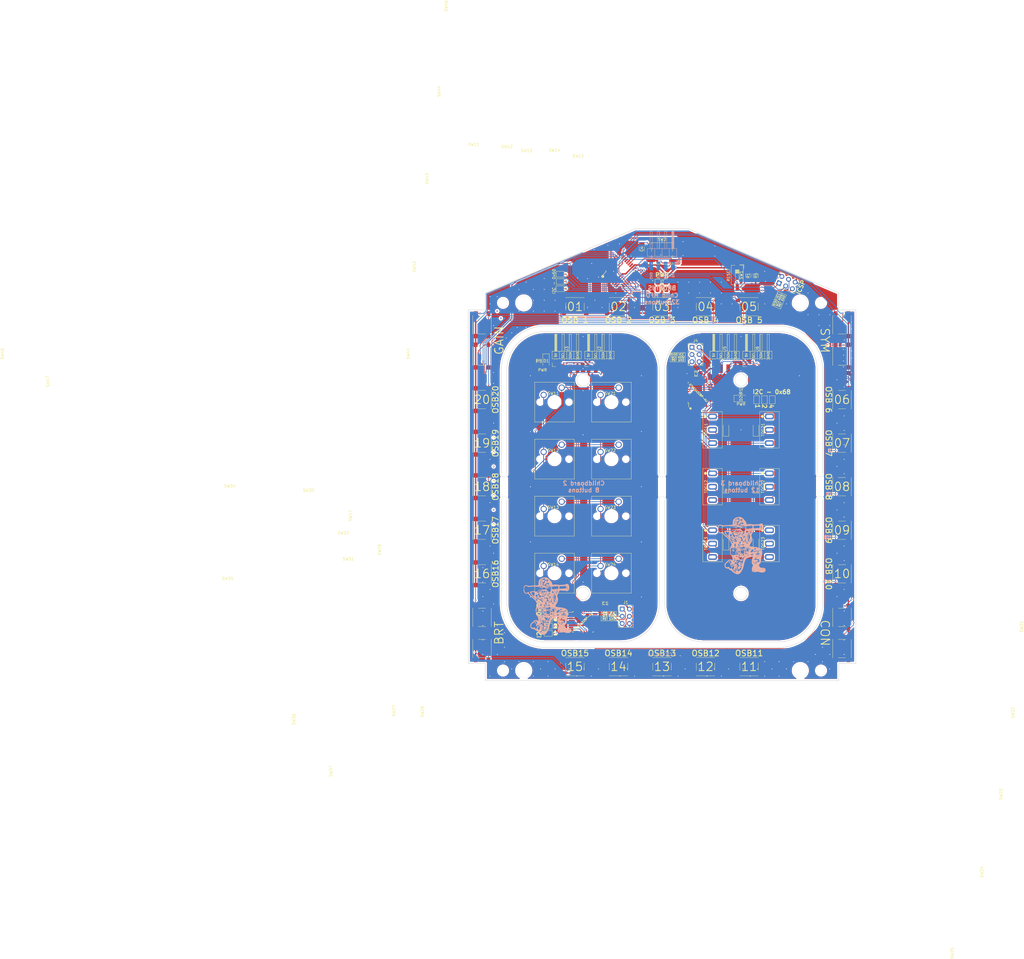
<source format=kicad_pcb>
(kicad_pcb (version 20171130) (host pcbnew "(5.1.9)-1")
  (layers (0 F.Cu signal) (31 B.Cu signal) (34 B.Paste user) (35 F.Paste user) (36 B.SilkS user) (37 F.SilkS user) (38 B.Mask user) (39 F.Mask user) (44 Edge.Cuts user))
  (net 0 "")
  (net 1 GNDREF)
  (net 2 +5V)
  (net 3 RESET)
  (net 4 MOSI)
  (net 5 SCK)
  (net 6 MISO)
  (net 7 "Net-(R5-Pad1)")
  (net 8 C1)
  (net 9 R1)
  (net 10 R2)
  (net 11 R3)
  (net 12 R4)
  (net 13 R5)
  (net 14 R6)
  (net 15 R7)
  (net 16 C2)
  (net 17 C3)
  (net 18 C4)
  (net 19 "Net-(D1-Pad1)")
  (net 20 "Net-(Atmega328P-AU1-Pad30)")
  (net 21 SCL)
  (net 22 SDA)
  (net 23 "Net-(Atmega328P-AU1-Pad22)")
  (net 24 "Net-(Atmega328P-AU1-Pad20)")
  (net 25 "Net-(Atmega328P-AU1-Pad19)")
  (net 26 /2line)
  (net 27 /1line)
  (net 28 "Net-(Atmega328P-AU1-Pad8)")
  (net 29 "Net-(Atmega328P-AU1-Pad7)")
  (net 30 /4line)
  (net 31 GND)
  (net 32 "Net-(U1-Pad22)")
  (net 33 "Net-(U1-Pad19)")
  (net 34 "Net-(U1-Pad8)")
  (net 35 "Net-(U1-Pad7)")
  (net 36 /COL1)
  (net 37 /ROW1)
  (net 38 /ROW2)
  (net 39 /ROW3)
  (net 40 /ROW4)
  (net 41 /COL2)
  (net 42 "Net-(U1-Pad30)")
  (net 43 /A3)
  (net 44 /A2)
  (net 45 /A1)
  (net 46 /A0)
  (net 47 "Net-(U1-Pad11)")
  (net 48 "Net-(C1-Pad1)")
  (net 49 "Net-(C2-Pad1)")
  (net 50 VCC)
  (net 51 "Net-(D2-Pad1)")
  (net 52 MOSI2)
  (net 53 SCK2)
  (net 54 MISO2)
  (net 55 SCL2)
  (net 56 SDA2)
  (net 57 /1line2)
  (net 58 /2line2)
  (net 59 /4line2)
  (net 60 /COL12)
  (net 61 /A32)
  (net 62 /A22)
  (net 63 /A12)
  (net 64 /A02)
  (net 65 "Net-(U2-Pad22)")
  (net 66 "Net-(U2-Pad19)")
  (net 67 /ROW42)
  (net 68 /ROW32)
  (net 69 "Net-(U2-Pad8)")
  (net 70 "Net-(U2-Pad7)")
  (net 71 /ROW22)
  (net 72 /ROW12)
  (net 73 "Net-(D11-Pad1)")
  (net 74 "Net-(D12-Pad1)")
  (net 75 "Net-(D21-Pad1)")
  (net 76 "Net-(D22-Pad1)")
  (net 77 /COL22)
  (net 78 RESET2)
  (net 79 "Net-(D13-Pad1)")
  (net 80 "Net-(D23-Pad1)")
  (net 81 /ROW52)
  (net 82 /ROW62)
  (module mycustomlibrary:PinHeader_1x04_P2.54mm_Horizontal_SMD (layer B.Cu) (at 70.6 -8.978 90)
    (fp_text reference J2 hide)
    (fp_text value Conn_01x04)
    (pad 1 smd rect (at -2.032 3.81 90) (size 3 1.3) (layers B.Cu B.Paste B.Mask) (net 2 +5V))
    (pad 2 smd rect (at -2.032 1.27 90) (size 3 1.3) (layers B.Cu B.Paste B.Mask) (net 21 SCL))
    (pad 3 smd rect (at -2.032 -1.27 90) (size 3 1.3) (layers B.Cu B.Paste B.Mask) (net 22 SDA))
    (pad 4 smd rect (at -2.032 -3.81 90) (size 3 1.3) (layers B.Cu B.Paste B.Mask) (net 1 GNDREF))
  )
  (module mycustomlibrary:ICSP-Silk (layer F.Cu) (at 111.76 5.08 67)
    (fp_text reference REF** hide)
    (fp_text value ICSP-Silk hide)
    (fp_text user VCC (at 1.25 -1 67) (layer F.SilkS) (effects (font (size 0.7 0.7))))
    (fp_text user MOSI (at 1.25 0 67) (layer F.SilkS) (effects (font (size 0.7 0.7))))
    (fp_text user GND (at 1.25 1 67) (layer F.SilkS) (effects (font (size 0.7 0.7))))
    (fp_text user RST (at -1.25 1 67) (layer F.SilkS) (effects (font (size 0.7 0.7))))
    (fp_text user SCK (at -1.25 0 67) (layer F.SilkS) (effects (font (size 0.7 0.7))))
    (fp_text user MISO (at -1.25 -1 67) (layer F.SilkS) (effects (font (size 0.7 0.7))))
  )
  (module Button_Switch_SMD:Nidec_Copal_SH-7010B (layer F.Cu) (at 70.6 -11.4)
    (fp_text reference SW2 (at 0 -4.9) (layer F.SilkS))
    (fp_text value SW_Coded_SH-7010)
    (pad 2 smd rect (at 4 2.54) (size 3 1) (layers F.Cu F.Paste F.Mask) (net 28 "Net-(Atmega328P-AU1-Pad8)"))
    (pad 4 smd rect (at -4 2.54) (size 3 1) (layers F.Cu F.Paste F.Mask) (net 1 GNDREF))
    (pad C smd rect (at 4 0) (size 3 1) (layers F.Cu F.Paste F.Mask) (net 1 GNDREF))
    (pad C smd rect (at -4 0) (size 3 1) (layers F.Cu F.Paste F.Mask) (net 1 GNDREF))
    (pad 8 smd rect (at 4 -2.54) (size 3 1) (layers F.Cu F.Paste F.Mask) (net 1 GNDREF))
    (pad 1 smd rect (at -4 -2.54) (size 3 1) (layers F.Cu F.Paste F.Mask) (net 29 "Net-(Atmega328P-AU1-Pad7)"))
  )
  (module Jumper:SolderJumper-2_P1.3mm_Open_Pad1.0x1.5mm (layer F.Cu) (at 34.798 -4.064 180)
    (fp_text reference JP3 hide)
    (fp_text value Jumper_NO_Small)
    (pad 2 smd rect (at 0.65 0 180) (size 1 1.5) (layers F.Cu F.Mask) (net 1 GNDREF))
    (pad 1 smd rect (at -0.65 0 180) (size 1 1.5) (layers F.Cu F.Mask) (net 30 /4line))
  )
  (module Jumper:SolderJumper-2_P1.3mm_Open_Pad1.0x1.5mm (layer F.Cu) (at 34.798 -1.524 180)
    (fp_text reference JP2 hide)
    (fp_text value Jumper_NO_Small)
    (pad 1 smd rect (at -0.65 0 180) (size 1 1.5) (layers F.Cu F.Mask) (net 26 /2line))
    (pad 2 smd rect (at 0.65 0 180) (size 1 1.5) (layers F.Cu F.Mask) (net 1 GNDREF))
  )
  (module Jumper:SolderJumper-2_P1.3mm_Open_Pad1.0x1.5mm (layer F.Cu) (at 34.798 1.016 180)
    (fp_text reference JP1 hide)
    (fp_text value Jumper_NO_Small)
    (pad 1 smd rect (at -0.65 0 180) (size 1 1.5) (layers F.Cu F.Mask) (net 27 /1line))
    (pad 2 smd rect (at 0.65 0 180) (size 1 1.5) (layers F.Cu F.Mask) (net 1 GNDREF))
  )
  (module Package_QFP:TQFP-32_7x7mm_P0.8mm (layer F.Cu) (at 55.88 -5.08 45)
    (fp_text reference Atmega328P-AU1 hide)
    (fp_text value ATmega328P-AU)
    (pad 1 smd rect (at -4.25 -2.8 45) (size 1.6 0.55) (layers F.Cu F.Paste F.Mask) (net 11 R3))
    (pad 2 smd rect (at -4.25 -2 45) (size 1.6 0.55) (layers F.Cu F.Paste F.Mask) (net 12 R4))
    (pad 3 smd rect (at -4.25 -1.2 45) (size 1.6 0.55) (layers F.Cu F.Paste F.Mask) (net 1 GNDREF))
    (pad 4 smd rect (at -4.25 -0.4 45) (size 1.6 0.55) (layers F.Cu F.Paste F.Mask) (net 2 +5V))
    (pad 5 smd rect (at -4.25 0.4 45) (size 1.6 0.55) (layers F.Cu F.Paste F.Mask) (net 1 GNDREF))
    (pad 6 smd rect (at -4.25 1.2 45) (size 1.6 0.55) (layers F.Cu F.Paste F.Mask) (net 2 +5V))
    (pad 7 smd rect (at -4.25 2 45) (size 1.6 0.55) (layers F.Cu F.Paste F.Mask) (net 29 "Net-(Atmega328P-AU1-Pad7)"))
    (pad 8 smd rect (at -4.25 2.8 45) (size 1.6 0.55) (layers F.Cu F.Paste F.Mask) (net 28 "Net-(Atmega328P-AU1-Pad8)"))
    (pad 9 smd rect (at -2.8 4.25 135) (size 1.6 0.55) (layers F.Cu F.Paste F.Mask) (net 13 R5))
    (pad 10 smd rect (at -2 4.25 135) (size 1.6 0.55) (layers F.Cu F.Paste F.Mask) (net 14 R6))
    (pad 11 smd rect (at -1.2 4.25 135) (size 1.6 0.55) (layers F.Cu F.Paste F.Mask) (net 15 R7))
    (pad 12 smd rect (at -0.4 4.25 135) (size 1.6 0.55) (layers F.Cu F.Paste F.Mask) (net 27 /1line))
    (pad 13 smd rect (at 0.4 4.25 135) (size 1.6 0.55) (layers F.Cu F.Paste F.Mask) (net 26 /2line))
    (pad 14 smd rect (at 1.2 4.25 135) (size 1.6 0.55) (layers F.Cu F.Paste F.Mask) (net 30 /4line))
    (pad 15 smd rect (at 2 4.25 135) (size 1.6 0.55) (layers F.Cu F.Paste F.Mask) (net 4 MOSI))
    (pad 16 smd rect (at 2.8 4.25 135) (size 1.6 0.55) (layers F.Cu F.Paste F.Mask) (net 6 MISO))
    (pad 17 smd rect (at 4.25 2.8 45) (size 1.6 0.55) (layers F.Cu F.Paste F.Mask) (net 5 SCK))
    (pad 18 smd rect (at 4.25 2 45) (size 1.6 0.55) (layers F.Cu F.Paste F.Mask) (net 2 +5V))
    (pad 19 smd rect (at 4.25 1.2 45) (size 1.6 0.55) (layers F.Cu F.Paste F.Mask) (net 25 "Net-(Atmega328P-AU1-Pad19)"))
    (pad 20 smd rect (at 4.25 0.4 45) (size 1.6 0.55) (layers F.Cu F.Paste F.Mask) (net 24 "Net-(Atmega328P-AU1-Pad20)"))
    (pad 21 smd rect (at 4.25 -0.4 45) (size 1.6 0.55) (layers F.Cu F.Paste F.Mask) (net 1 GNDREF))
    (pad 22 smd rect (at 4.25 -1.2 45) (size 1.6 0.55) (layers F.Cu F.Paste F.Mask) (net 23 "Net-(Atmega328P-AU1-Pad22)"))
    (pad 23 smd rect (at 4.25 -2 45) (size 1.6 0.55) (layers F.Cu F.Paste F.Mask) (net 8 C1))
    (pad 24 smd rect (at 4.25 -2.8 45) (size 1.6 0.55) (layers F.Cu F.Paste F.Mask) (net 16 C2))
    (pad 25 smd rect (at 2.8 -4.25 135) (size 1.6 0.55) (layers F.Cu F.Paste F.Mask) (net 17 C3))
    (pad 26 smd rect (at 2 -4.25 135) (size 1.6 0.55) (layers F.Cu F.Paste F.Mask) (net 18 C4))
    (pad 27 smd rect (at 1.2 -4.25 135) (size 1.6 0.55) (layers F.Cu F.Paste F.Mask) (net 22 SDA))
    (pad 28 smd rect (at 0.4 -4.25 135) (size 1.6 0.55) (layers F.Cu F.Paste F.Mask) (net 21 SCL))
    (pad 29 smd rect (at -0.4 -4.25 135) (size 1.6 0.55) (layers F.Cu F.Paste F.Mask) (net 3 RESET))
    (pad 30 smd rect (at -1.2 -4.25 135) (size 1.6 0.55) (layers F.Cu F.Paste F.Mask) (net 20 "Net-(Atmega328P-AU1-Pad30)"))
    (pad 31 smd rect (at -2 -4.25 135) (size 1.6 0.55) (layers F.Cu F.Paste F.Mask) (net 9 R1))
    (pad 32 smd rect (at -2.8 -4.25 135) (size 1.6 0.55) (layers F.Cu F.Paste F.Mask) (net 10 R2))
  )
  (module Connector_PinHeader_2.54mm:PinHeader_2x03_P2.54mm_Vertical (layer F.Cu) (at 111.7219 -0.9398 67)
    (fp_text reference J1 hide)
    (fp_text value ICSP)
    (pad 6 thru_hole oval (at 2.54 5.08 67) (size 1.7 1.7) (drill 1) (layers *.Cu *.Mask) (net 1 GNDREF))
    (pad 5 thru_hole oval (at 0 5.08 67) (size 1.7 1.7) (drill 1) (layers *.Cu *.Mask) (net 3 RESET))
    (pad 4 thru_hole oval (at 2.54 2.54 67) (size 1.7 1.7) (drill 1) (layers *.Cu *.Mask) (net 4 MOSI))
    (pad 3 thru_hole oval (at 0 2.54 67) (size 1.7 1.7) (drill 1) (layers *.Cu *.Mask) (net 5 SCK))
    (pad 2 thru_hole oval (at 2.54 0 67) (size 1.7 1.7) (drill 1) (layers *.Cu *.Mask) (net 2 +5V))
    (pad 1 thru_hole rect (at 0 0 67) (size 1.7 1.7) (drill 1) (layers *.Cu *.Mask) (net 6 MISO))
  )
  (module Capacitor_SMD:C_1206_3216Metric_Pad1.33x1.80mm_HandSolder (layer F.Cu) (at 70.6 1.27 180)
    (fp_text reference R8 (at 0 0) (layer F.SilkS))
    (fp_text value 330)
    (pad 2 smd roundrect (at 1.5625 0 180) (size 1.325 1.8) (layers F.Cu F.Paste F.Mask) (roundrect_rratio 0.1886784905660377) (net 19 "Net-(D1-Pad1)"))
    (pad 1 smd roundrect (at -1.5625 0 180) (size 1.325 1.8) (layers F.Cu F.Paste F.Mask) (roundrect_rratio 0.1886784905660377) (net 1 GNDREF))
  )
  (module LED_SMD:LED_1206_3216Metric_Castellated (layer F.Cu) (at 70.6 -1.27)
    (fp_text reference D1 (at 0 0 90) (layer F.SilkS))
    (fp_text value LED)
    (pad 2 smd roundrect (at 1.425 0) (size 1.6 1.65) (layers F.Cu F.Paste F.Mask) (roundrect_rratio 0.15625) (net 2 +5V))
    (pad 1 smd roundrect (at -1.425 0) (size 1.6 1.65) (layers F.Cu F.Paste F.Mask) (roundrect_rratio 0.15625) (net 19 "Net-(D1-Pad1)"))
  )
  (module Button_Switch_SMD:SW_SPST_PTS645 (layer F.Cu) (at 7.35 24.7 270)
    (fp_text reference SW47 (at 8.906 152.592 90) (layer F.SilkS))
    (fp_text value GAIN-DN)
    (pad 2 smd rect (at 3.98 2.25 270) (size 1.55 1.3) (layers F.Cu F.Paste F.Mask) (net 18 C4))
    (pad 1 smd rect (at 3.98 -2.25 270) (size 1.55 1.3) (layers F.Cu F.Paste F.Mask) (net 15 R7))
    (pad 1 smd rect (at -3.98 -2.25 270) (size 1.55 1.3) (layers F.Cu F.Paste F.Mask) (net 15 R7))
    (pad 2 smd rect (at -3.98 2.25 270) (size 1.55 1.3) (layers F.Cu F.Paste F.Mask) (net 18 C4))
  )
  (module Button_Switch_SMD:SW_SPST_PTS645 (layer F.Cu) (at 7.35 13.7 270)
    (fp_text reference SW46 (at 10.176 168.545 90) (layer F.SilkS))
    (fp_text value GAIN-UP)
    (pad 2 smd rect (at 3.98 2.25 270) (size 1.55 1.3) (layers F.Cu F.Paste F.Mask) (net 18 C4))
    (pad 1 smd rect (at 3.98 -2.25 270) (size 1.55 1.3) (layers F.Cu F.Paste F.Mask) (net 14 R6))
    (pad 1 smd rect (at -3.98 -2.25 270) (size 1.55 1.3) (layers F.Cu F.Paste F.Mask) (net 14 R6))
    (pad 2 smd rect (at -3.98 2.25 270) (size 1.55 1.3) (layers F.Cu F.Paste F.Mask) (net 18 C4))
  )
  (module Button_Switch_SMD:SW_SPST_PTS645 (layer F.Cu) (at 7.35 40 270)
    (fp_text reference SW45 (at -138.308 12.589 90) (layer F.SilkS))
    (fp_text value OSB20)
    (pad 2 smd rect (at 3.98 2.25 270) (size 1.55 1.3) (layers F.Cu F.Paste F.Mask) (net 18 C4))
    (pad 1 smd rect (at 3.98 -2.25 270) (size 1.55 1.3) (layers F.Cu F.Paste F.Mask) (net 13 R5))
    (pad 1 smd rect (at -3.98 -2.25 270) (size 1.55 1.3) (layers F.Cu F.Paste F.Mask) (net 13 R5))
    (pad 2 smd rect (at -3.98 2.25 270) (size 1.55 1.3) (layers F.Cu F.Paste F.Mask) (net 18 C4))
  )
  (module Button_Switch_SMD:SW_SPST_PTS645 (layer F.Cu) (at 7.35 55.3 270)
    (fp_text reference SW44 (at -123.643 15.129 90) (layer F.SilkS))
    (fp_text value OSB19)
    (pad 2 smd rect (at 3.98 2.25 270) (size 1.55 1.3) (layers F.Cu F.Paste F.Mask) (net 18 C4))
    (pad 1 smd rect (at 3.98 -2.25 270) (size 1.55 1.3) (layers F.Cu F.Paste F.Mask) (net 12 R4))
    (pad 1 smd rect (at -3.98 -2.25 270) (size 1.55 1.3) (layers F.Cu F.Paste F.Mask) (net 12 R4))
    (pad 2 smd rect (at -3.98 2.25 270) (size 1.55 1.3) (layers F.Cu F.Paste F.Mask) (net 18 C4))
  )
  (module Button_Switch_SMD:SW_SPST_PTS645 (layer F.Cu) (at 7.35 70.6 270)
    (fp_text reference SW43 (at -108.216 19.32 90) (layer F.SilkS))
    (fp_text value OSB18)
    (pad 2 smd rect (at 3.98 2.25 270) (size 1.55 1.3) (layers F.Cu F.Paste F.Mask) (net 18 C4))
    (pad 1 smd rect (at 3.98 -2.25 270) (size 1.55 1.3) (layers F.Cu F.Paste F.Mask) (net 11 R3))
    (pad 1 smd rect (at -3.98 -2.25 270) (size 1.55 1.3) (layers F.Cu F.Paste F.Mask) (net 11 R3))
    (pad 2 smd rect (at -3.98 2.25 270) (size 1.55 1.3) (layers F.Cu F.Paste F.Mask) (net 18 C4))
  )
  (module Button_Switch_SMD:SW_SPST_PTS645 (layer F.Cu) (at 7.35 85.9 270)
    (fp_text reference SW42 (at -92.662 23.765 90) (layer F.SilkS))
    (fp_text value OSB17)
    (pad 2 smd rect (at 3.98 2.25 270) (size 1.55 1.3) (layers F.Cu F.Paste F.Mask) (net 18 C4))
    (pad 1 smd rect (at 3.98 -2.25 270) (size 1.55 1.3) (layers F.Cu F.Paste F.Mask) (net 10 R2))
    (pad 1 smd rect (at -3.98 -2.25 270) (size 1.55 1.3) (layers F.Cu F.Paste F.Mask) (net 10 R2))
    (pad 2 smd rect (at -3.98 2.25 270) (size 1.55 1.3) (layers F.Cu F.Paste F.Mask) (net 18 C4))
  )
  (module Button_Switch_SMD:SW_SPST_PTS645 (layer F.Cu) (at 7.35 101.2 270)
    (fp_text reference SW41 (at -77.362 25.924 90) (layer F.SilkS))
    (fp_text value OSB16)
    (pad 2 smd rect (at 3.98 2.25 270) (size 1.55 1.3) (layers F.Cu F.Paste F.Mask) (net 18 C4))
    (pad 1 smd rect (at 3.98 -2.25 270) (size 1.55 1.3) (layers F.Cu F.Paste F.Mask) (net 9 R1))
    (pad 1 smd rect (at -3.98 -2.25 270) (size 1.55 1.3) (layers F.Cu F.Paste F.Mask) (net 9 R1))
    (pad 2 smd rect (at -3.98 2.25 270) (size 1.55 1.3) (layers F.Cu F.Paste F.Mask) (net 18 C4))
  )
  (module Button_Switch_SMD:SW_SPST_PTS645 (layer F.Cu) (at 7.35 127.5 270)
    (fp_text reference SW37 (at 43.069 53.094 90) (layer F.SilkS))
    (fp_text value BRT-DN)
    (pad 2 smd rect (at 3.98 2.25 270) (size 1.55 1.3) (layers F.Cu F.Paste F.Mask) (net 17 C3))
    (pad 1 smd rect (at 3.98 -2.25 270) (size 1.55 1.3) (layers F.Cu F.Paste F.Mask) (net 15 R7))
    (pad 1 smd rect (at -3.98 -2.25 270) (size 1.55 1.3) (layers F.Cu F.Paste F.Mask) (net 15 R7))
    (pad 2 smd rect (at -3.98 2.25 270) (size 1.55 1.3) (layers F.Cu F.Paste F.Mask) (net 17 C3))
  )
  (module Button_Switch_SMD:SW_SPST_PTS645 (layer F.Cu) (at 7.35 116.5 270)
    (fp_text reference SW36 (at 35.83 66.126 90) (layer F.SilkS))
    (fp_text value BRT-UP)
    (pad 2 smd rect (at 3.98 2.25 270) (size 1.55 1.3) (layers F.Cu F.Paste F.Mask) (net 17 C3))
    (pad 1 smd rect (at 3.98 -2.25 270) (size 1.55 1.3) (layers F.Cu F.Paste F.Mask) (net 14 R6))
    (pad 1 smd rect (at -3.98 -2.25 270) (size 1.55 1.3) (layers F.Cu F.Paste F.Mask) (net 14 R6))
    (pad 2 smd rect (at -3.98 2.25 270) (size 1.55 1.3) (layers F.Cu F.Paste F.Mask) (net 17 C3))
  )
  (module Button_Switch_SMD:SW_SPST_PTS645 (layer F.Cu) (at 40 133.85)
    (fp_text reference SW35 (at -122.042 -30.98) (layer F.SilkS))
    (fp_text value OSB15)
    (pad 2 smd rect (at 3.98 2.25) (size 1.55 1.3) (layers F.Cu F.Paste F.Mask) (net 17 C3))
    (pad 1 smd rect (at 3.98 -2.25) (size 1.55 1.3) (layers F.Cu F.Paste F.Mask) (net 13 R5))
    (pad 1 smd rect (at -3.98 -2.25) (size 1.55 1.3) (layers F.Cu F.Paste F.Mask) (net 13 R5))
    (pad 2 smd rect (at -3.98 2.25) (size 1.55 1.3) (layers F.Cu F.Paste F.Mask) (net 17 C3))
  )
  (module Button_Switch_SMD:SW_SPST_PTS645 (layer F.Cu) (at 55.3 133.85)
    (fp_text reference SW34 (at -136.58 -63.492) (layer F.SilkS))
    (fp_text value OSB14)
    (pad 2 smd rect (at 3.98 2.25) (size 1.55 1.3) (layers F.Cu F.Paste F.Mask) (net 17 C3))
    (pad 1 smd rect (at 3.98 -2.25) (size 1.55 1.3) (layers F.Cu F.Paste F.Mask) (net 12 R4))
    (pad 1 smd rect (at -3.98 -2.25) (size 1.55 1.3) (layers F.Cu F.Paste F.Mask) (net 12 R4))
    (pad 2 smd rect (at -3.98 2.25) (size 1.55 1.3) (layers F.Cu F.Paste F.Mask) (net 17 C3))
  )
  (module Button_Switch_SMD:SW_SPST_PTS645 (layer F.Cu) (at 70.6 133.85)
    (fp_text reference SW33 (at -124.194 -61.968) (layer F.SilkS))
    (fp_text value OSB13)
    (pad 2 smd rect (at 3.98 2.25) (size 1.55 1.3) (layers F.Cu F.Paste F.Mask) (net 17 C3))
    (pad 1 smd rect (at 3.98 -2.25) (size 1.55 1.3) (layers F.Cu F.Paste F.Mask) (net 11 R3))
    (pad 1 smd rect (at -3.98 -2.25) (size 1.55 1.3) (layers F.Cu F.Paste F.Mask) (net 11 R3))
    (pad 2 smd rect (at -3.98 2.25) (size 1.55 1.3) (layers F.Cu F.Paste F.Mask) (net 17 C3))
  )
  (module Button_Switch_SMD:SW_SPST_PTS645 (layer F.Cu) (at 85.9 133.85)
    (fp_text reference SW32 (at -127.302 -46.982) (layer F.SilkS))
    (fp_text value OSB12)
    (pad 2 smd rect (at 3.98 2.25) (size 1.55 1.3) (layers F.Cu F.Paste F.Mask) (net 17 C3))
    (pad 1 smd rect (at 3.98 -2.25) (size 1.55 1.3) (layers F.Cu F.Paste F.Mask) (net 10 R2))
    (pad 1 smd rect (at -3.98 -2.25) (size 1.55 1.3) (layers F.Cu F.Paste F.Mask) (net 10 R2))
    (pad 2 smd rect (at -3.98 2.25) (size 1.55 1.3) (layers F.Cu F.Paste F.Mask) (net 17 C3))
  )
  (module Button_Switch_SMD:SW_SPST_PTS645 (layer F.Cu) (at 101.2 133.85)
    (fp_text reference SW31 (at -140.824 -37.838) (layer F.SilkS))
    (fp_text value OSB11)
    (pad 2 smd rect (at 3.98 2.25) (size 1.55 1.3) (layers F.Cu F.Paste F.Mask) (net 17 C3))
    (pad 1 smd rect (at 3.98 -2.25) (size 1.55 1.3) (layers F.Cu F.Paste F.Mask) (net 9 R1))
    (pad 1 smd rect (at -3.98 -2.25) (size 1.55 1.3) (layers F.Cu F.Paste F.Mask) (net 9 R1))
    (pad 2 smd rect (at -3.98 2.25) (size 1.55 1.3) (layers F.Cu F.Paste F.Mask) (net 17 C3))
  )
  (module Button_Switch_SMD:SW_SPST_PTS645 (layer F.Cu) (at 133.85 127.5 90)
    (fp_text reference SW27 (at -21.836 -157.472 90) (layer F.SilkS))
    (fp_text value CON-DN)
    (pad 2 smd rect (at 3.98 2.25 90) (size 1.55 1.3) (layers F.Cu F.Paste F.Mask) (net 16 C2))
    (pad 1 smd rect (at 3.98 -2.25 90) (size 1.55 1.3) (layers F.Cu F.Paste F.Mask) (net 15 R7))
    (pad 1 smd rect (at -3.98 -2.25 90) (size 1.55 1.3) (layers F.Cu F.Paste F.Mask) (net 15 R7))
    (pad 2 smd rect (at -3.98 2.25 90) (size 1.55 1.3) (layers F.Cu F.Paste F.Mask) (net 16 C2))
  )
  (module Button_Switch_SMD:SW_SPST_PTS645 (layer F.Cu) (at 133.85 116.5 90)
    (fp_text reference SW26 (at -33.139 -147.488 90) (layer F.SilkS))
    (fp_text value CON-UP)
    (pad 2 smd rect (at 3.98 2.25 90) (size 1.55 1.3) (layers F.Cu F.Paste F.Mask) (net 16 C2))
    (pad 1 smd rect (at 3.98 -2.25 90) (size 1.55 1.3) (layers F.Cu F.Paste F.Mask) (net 14 R6))
    (pad 1 smd rect (at -3.98 -2.25 90) (size 1.55 1.3) (layers F.Cu F.Paste F.Mask) (net 14 R6))
    (pad 2 smd rect (at -3.98 2.25 90) (size 1.55 1.3) (layers F.Cu F.Paste F.Mask) (net 16 C2))
  )
  (module Button_Switch_SMD:SW_SPST_PTS645 (layer F.Cu) (at 133.85 101.2 90)
    (fp_text reference SW25 (at -133.331 38.727 90) (layer F.SilkS))
    (fp_text value OSB10)
    (pad 2 smd rect (at 3.98 2.25 90) (size 1.55 1.3) (layers F.Cu F.Paste F.Mask) (net 16 C2))
    (pad 1 smd rect (at 3.98 -2.25 90) (size 1.55 1.3) (layers F.Cu F.Paste F.Mask) (net 13 R5))
    (pad 1 smd rect (at -3.98 -2.25 90) (size 1.55 1.3) (layers F.Cu F.Paste F.Mask) (net 13 R5))
    (pad 2 smd rect (at -3.98 2.25 90) (size 1.55 1.3) (layers F.Cu F.Paste F.Mask) (net 16 C2))
  )
  (module Button_Switch_SMD:SW_SPST_PTS645 (layer F.Cu) (at 133.85 85.9 90)
    (fp_text reference SW24 (at -120.063 49.141 90) (layer F.SilkS))
    (fp_text value OSB9)
    (pad 2 smd rect (at 3.98 2.25 90) (size 1.55 1.3) (layers F.Cu F.Paste F.Mask) (net 16 C2))
    (pad 1 smd rect (at 3.98 -2.25 90) (size 1.55 1.3) (layers F.Cu F.Paste F.Mask) (net 12 R4))
    (pad 1 smd rect (at -3.98 -2.25 90) (size 1.55 1.3) (layers F.Cu F.Paste F.Mask) (net 12 R4))
    (pad 2 smd rect (at -3.98 2.25 90) (size 1.55 1.3) (layers F.Cu F.Paste F.Mask) (net 16 C2))
  )
  (module Button_Switch_SMD:SW_SPST_PTS645 (layer F.Cu) (at 133.85 70.6 90)
    (fp_text reference SW23 (at -108.065 55.872 90) (layer F.SilkS))
    (fp_text value OSB8)
    (pad 2 smd rect (at 3.98 2.25 90) (size 1.55 1.3) (layers F.Cu F.Paste F.Mask) (net 16 C2))
    (pad 1 smd rect (at 3.98 -2.25 90) (size 1.55 1.3) (layers F.Cu F.Paste F.Mask) (net 11 R3))
    (pad 1 smd rect (at -3.98 -2.25 90) (size 1.55 1.3) (layers F.Cu F.Paste F.Mask) (net 11 R3))
    (pad 2 smd rect (at -3.98 2.25 90) (size 1.55 1.3) (layers F.Cu F.Paste F.Mask) (net 16 C2))
  )
  (module Button_Switch_SMD:SW_SPST_PTS645 (layer F.Cu) (at 133.85 55.3 90)
    (fp_text reference SW22 (at -94.67 60.063 90) (layer F.SilkS))
    (fp_text value OSB7)
    (pad 2 smd rect (at 3.98 2.25 90) (size 1.55 1.3) (layers F.Cu F.Paste F.Mask) (net 16 C2))
    (pad 1 smd rect (at 3.98 -2.25 90) (size 1.55 1.3) (layers F.Cu F.Paste F.Mask) (net 10 R2))
    (pad 1 smd rect (at -3.98 -2.25 90) (size 1.55 1.3) (layers F.Cu F.Paste F.Mask) (net 10 R2))
    (pad 2 smd rect (at -3.98 2.25 90) (size 1.55 1.3) (layers F.Cu F.Paste F.Mask) (net 16 C2))
  )
  (module Button_Switch_SMD:SW_SPST_PTS645 (layer F.Cu) (at 133.85 40 90)
    (fp_text reference SW21 (at -79.751 63.111 90) (layer F.SilkS))
    (fp_text value OSB6)
    (pad 2 smd rect (at 3.98 2.25 90) (size 1.55 1.3) (layers F.Cu F.Paste F.Mask) (net 16 C2))
    (pad 1 smd rect (at 3.98 -2.25 90) (size 1.55 1.3) (layers F.Cu F.Paste F.Mask) (net 9 R1))
    (pad 1 smd rect (at -3.98 -2.25 90) (size 1.55 1.3) (layers F.Cu F.Paste F.Mask) (net 9 R1))
    (pad 2 smd rect (at -3.98 2.25 90) (size 1.55 1.3) (layers F.Cu F.Paste F.Mask) (net 16 C2))
  )
  (module Button_Switch_SMD:SW_SPST_PTS645 (layer F.Cu) (at 133.85 24.7 90)
    (fp_text reference SW17 (at -56.072 -172.712 90) (layer F.SilkS))
    (fp_text value SYM-DN)
    (pad 2 smd rect (at 3.98 2.25 90) (size 1.55 1.3) (layers F.Cu F.Paste F.Mask) (net 8 C1))
    (pad 1 smd rect (at 3.98 -2.25 90) (size 1.55 1.3) (layers F.Cu F.Paste F.Mask) (net 15 R7))
    (pad 1 smd rect (at -3.98 -2.25 90) (size 1.55 1.3) (layers F.Cu F.Paste F.Mask) (net 15 R7))
    (pad 2 smd rect (at -3.98 2.25 90) (size 1.55 1.3) (layers F.Cu F.Paste F.Mask) (net 8 C1))
  )
  (module Button_Switch_SMD:SW_SPST_PTS645 (layer F.Cu) (at 133.85 13.7 90)
    (fp_text reference SW16 (at -79.01 -162.552 90) (layer F.SilkS))
    (fp_text value SYM-UP)
    (pad 2 smd rect (at 3.98 2.25 90) (size 1.55 1.3) (layers F.Cu F.Paste F.Mask) (net 8 C1))
    (pad 1 smd rect (at 3.98 -2.25 90) (size 1.55 1.3) (layers F.Cu F.Paste F.Mask) (net 14 R6))
    (pad 1 smd rect (at -3.98 -2.25 90) (size 1.55 1.3) (layers F.Cu F.Paste F.Mask) (net 14 R6))
    (pad 2 smd rect (at -3.98 2.25 90) (size 1.55 1.3) (layers F.Cu F.Paste F.Mask) (net 8 C1))
  )
  (module Button_Switch_SMD:SW_SPST_PTS645 (layer F.Cu) (at 101.2 7.35)
    (fp_text reference SW15 (at -60.052 -52.943) (layer F.SilkS))
    (fp_text value OSB5)
    (pad 2 smd rect (at 3.98 2.25) (size 1.55 1.3) (layers F.Cu F.Paste F.Mask) (net 8 C1))
    (pad 1 smd rect (at 3.98 -2.25) (size 1.55 1.3) (layers F.Cu F.Paste F.Mask) (net 13 R5))
    (pad 1 smd rect (at -3.98 -2.25) (size 1.55 1.3) (layers F.Cu F.Paste F.Mask) (net 13 R5))
    (pad 2 smd rect (at -3.98 2.25) (size 1.55 1.3) (layers F.Cu F.Paste F.Mask) (net 8 C1))
  )
  (module Button_Switch_SMD:SW_SPST_PTS645 (layer F.Cu) (at 85.9 7.35)
    (fp_text reference SW14 (at -53.134 -54.975) (layer F.SilkS))
    (fp_text value OSB4)
    (pad 2 smd rect (at 3.98 2.25) (size 1.55 1.3) (layers F.Cu F.Paste F.Mask) (net 8 C1))
    (pad 1 smd rect (at 3.98 -2.25) (size 1.55 1.3) (layers F.Cu F.Paste F.Mask) (net 12 R4))
    (pad 1 smd rect (at -3.98 -2.25) (size 1.55 1.3) (layers F.Cu F.Paste F.Mask) (net 12 R4))
    (pad 2 smd rect (at -3.98 2.25) (size 1.55 1.3) (layers F.Cu F.Paste F.Mask) (net 8 C1))
  )
  (module Button_Switch_SMD:SW_SPST_PTS645 (layer F.Cu) (at 70.6 7.35)
    (fp_text reference SW13 (at -47.613 -54.848) (layer F.SilkS))
    (fp_text value OSB3)
    (pad 2 smd rect (at 3.98 2.25) (size 1.55 1.3) (layers F.Cu F.Paste F.Mask) (net 8 C1))
    (pad 1 smd rect (at 3.98 -2.25) (size 1.55 1.3) (layers F.Cu F.Paste F.Mask) (net 11 R3))
    (pad 1 smd rect (at -3.98 -2.25) (size 1.55 1.3) (layers F.Cu F.Paste F.Mask) (net 11 R3))
    (pad 2 smd rect (at -3.98 2.25) (size 1.55 1.3) (layers F.Cu F.Paste F.Mask) (net 8 C1))
  )
  (module Button_Switch_SMD:SW_SPST_PTS645 (layer F.Cu) (at 55.3 7.35)
    (fp_text reference SW12 (at -39.171 -56.245) (layer F.SilkS))
    (fp_text value OSB2)
    (pad 2 smd rect (at 3.98 2.25) (size 1.55 1.3) (layers F.Cu F.Paste F.Mask) (net 8 C1))
    (pad 1 smd rect (at 3.98 -2.25) (size 1.55 1.3) (layers F.Cu F.Paste F.Mask) (net 10 R2))
    (pad 1 smd rect (at -3.98 -2.25) (size 1.55 1.3) (layers F.Cu F.Paste F.Mask) (net 10 R2))
    (pad 2 smd rect (at -3.98 2.25) (size 1.55 1.3) (layers F.Cu F.Paste F.Mask) (net 8 C1))
  )
  (module Button_Switch_SMD:SW_SPST_PTS645 (layer F.Cu) (at 40 7.35)
    (fp_text reference SW11 (at -35.555 -57.007) (layer F.SilkS))
    (fp_text value OSB1)
    (pad 2 smd rect (at 3.98 2.25) (size 1.55 1.3) (layers F.Cu F.Paste F.Mask) (net 8 C1))
    (pad 1 smd rect (at 3.98 -2.25) (size 1.55 1.3) (layers F.Cu F.Paste F.Mask) (net 9 R1))
    (pad 1 smd rect (at -3.98 -2.25) (size 1.55 1.3) (layers F.Cu F.Paste F.Mask) (net 9 R1))
    (pad 2 smd rect (at -3.98 2.25) (size 1.55 1.3) (layers F.Cu F.Paste F.Mask) (net 8 C1))
  )
  (module Button_Switch_SMD:SW_DIP_SPSTx01_Slide_6.7x4.1mm_W8.61mm_P2.54mm_LowProfile (layer F.Cu) (at 97.028 -3.797 270)
    (fp_text reference SW1 (at 0 -1.397 90) (layer F.SilkS))
    (fp_text value RESET)
    (pad 2 smd rect (at 4.305 0 270) (size 2.44 1.12) (layers F.Cu F.Paste F.Mask) (net 3 RESET))
    (pad 1 smd rect (at -4.305 0 270) (size 2.44 1.12) (layers F.Cu F.Paste F.Mask) (net 7 "Net-(R5-Pad1)"))
  )
  (module Capacitor_SMD:C_1206_3216Metric_Pad1.33x1.80mm_HandSolder (layer F.Cu) (at 103.505 -3.5945 270)
    (fp_text reference R5 (at 0.0131 -0.0508 90) (layer F.SilkS))
    (fp_text value 330)
    (pad 1 smd roundrect (at -1.5625 0 270) (size 1.325 1.8) (layers F.Cu F.Paste F.Mask) (roundrect_rratio 0.1886769811320755) (net 7 "Net-(R5-Pad1)"))
    (pad 2 smd roundrect (at 1.5625 0 270) (size 1.325 1.8) (layers F.Cu F.Paste F.Mask) (roundrect_rratio 0.1886769811320755) (net 1 GNDREF))
  )
  (module Capacitor_SMD:C_1206_3216Metric_Pad1.33x1.80mm_HandSolder (layer F.Cu) (at 100.965 -3.5945 90)
    (fp_text reference R1 (at 0 -0.0508 90) (layer F.SilkS))
    (fp_text value 10K)
    (pad 2 smd roundrect (at 1.5625 0 90) (size 1.325 1.8) (layers F.Cu F.Paste F.Mask) (roundrect_rratio 0.1886769811320755) (net 2 +5V))
    (pad 1 smd roundrect (at -1.5625 0 90) (size 1.325 1.8) (layers F.Cu F.Paste F.Mask) (roundrect_rratio 0.1886769811320755) (net 3 RESET))
  )
  (module Capacitor_SMD:C_1206_3216Metric_Pad1.33x1.80mm_HandSolder (layer F.Cu) (at 63.5 -12.954 90)
    (fp_text reference C4 (at 0 0 90) (layer F.SilkS))
    (fp_text value 100nF)
    (pad 2 smd roundrect (at 1.5625 0 90) (size 1.325 1.8) (layers F.Cu F.Paste F.Mask) (roundrect_rratio 0.1886769811320755) (net 1 GNDREF))
    (pad 1 smd roundrect (at -1.5625 0 90) (size 1.325 1.8) (layers F.Cu F.Paste F.Mask) (roundrect_rratio 0.1886769811320755) (net 24 "Net-(Atmega328P-AU1-Pad20)"))
  )
  (module mycustomlibrary:SPDT-CentreOff (layer F.Cu) (at 108.35 90.6)
    (fp_text reference TOG23 (at -2.286 0 90) (layer F.SilkS))
    (fp_text value SW_SPDT_MSM)
    (pad 3 thru_hole roundrect (at 0 4.7) (size 3 2) (drill oval 2.3 1) (layers *.Cu *.Mask) (net 81 /ROW52))
    (pad 2 thru_hole roundrect (at 0 0) (size 3 2) (drill oval 2.3 1) (layers *.Cu *.Mask) (net 80 "Net-(D23-Pad1)"))
    (pad 1 thru_hole roundrect (at 0 -4.7) (size 3 2) (drill oval 2.3 1) (layers *.Cu *.Mask) (net 82 /ROW62))
  )
  (module mycustomlibrary:SPDT-CentreOff (layer F.Cu) (at 88.35 90.6)
    (fp_text reference TOG13 (at -2.286 0 90) (layer F.SilkS))
    (fp_text value SW_SPDT_MSM)
    (pad 3 thru_hole roundrect (at 0 4.7) (size 3 2) (drill oval 2.3 1) (layers *.Cu *.Mask) (net 81 /ROW52))
    (pad 2 thru_hole roundrect (at 0 0) (size 3 2) (drill oval 2.3 1) (layers *.Cu *.Mask) (net 79 "Net-(D13-Pad1)"))
    (pad 1 thru_hole roundrect (at 0 -4.7) (size 3 2) (drill oval 2.3 1) (layers *.Cu *.Mask) (net 82 /ROW62))
  )
  (module Diode_SMD:D_SOD-123 (layer F.Cu) (at 103.6 90.6 90)
    (fp_text reference D23 hide)
    (fp_text value D)
    (pad 2 smd rect (at 1.65 0 90) (size 0.9 1.2) (layers F.Cu F.Paste F.Mask) (net 77 /COL22))
    (pad 1 smd rect (at -1.65 0 90) (size 0.9 1.2) (layers F.Cu F.Paste F.Mask) (net 80 "Net-(D23-Pad1)"))
  )
  (module Diode_SMD:D_SOD-123 (layer F.Cu) (at 93.1 90.6 90)
    (fp_text reference D13 hide)
    (fp_text value D)
    (pad 2 smd rect (at 1.65 0 90) (size 0.9 1.2) (layers F.Cu F.Paste F.Mask) (net 60 /COL12))
    (pad 1 smd rect (at -1.65 0 90) (size 0.9 1.2) (layers F.Cu F.Paste F.Mask) (net 79 "Net-(D13-Pad1)"))
  )
  (module mycustomlibrary:CBB_1inch (layer B.Cu) (at 98.35 90.6 180)
    (fp_text reference G*** hide)
    (fp_text value LOGO hide)
  )
  (module mycustomlibrary:SPDT-CentreOff (layer F.Cu) (at 108.35 70.6)
    (fp_text reference TOG22 (at -2.286 0 90) (layer F.SilkS))
    (fp_text value SW_SPDT_MSM)
    (pad 3 thru_hole roundrect (at 0 4.7) (size 3 2) (drill oval 2.3 1) (layers *.Cu *.Mask) (net 68 /ROW32))
    (pad 2 thru_hole roundrect (at 0 0) (size 3 2) (drill oval 2.3 1) (layers *.Cu *.Mask) (net 76 "Net-(D22-Pad1)"))
    (pad 1 thru_hole roundrect (at 0 -4.7) (size 3 2) (drill oval 2.3 1) (layers *.Cu *.Mask) (net 67 /ROW42))
  )
  (module mycustomlibrary:SPDT-CentreOff (layer F.Cu) (at 108.35 50.6)
    (fp_text reference TOG21 (at -2.286 0 90) (layer F.SilkS))
    (fp_text value SW_SPDT_MSM)
    (pad 3 thru_hole roundrect (at 0 4.7) (size 3 2) (drill oval 2.3 1) (layers *.Cu *.Mask) (net 72 /ROW12))
    (pad 2 thru_hole roundrect (at 0 0) (size 3 2) (drill oval 2.3 1) (layers *.Cu *.Mask) (net 75 "Net-(D21-Pad1)"))
    (pad 1 thru_hole roundrect (at 0 -4.7) (size 3 2) (drill oval 2.3 1) (layers *.Cu *.Mask) (net 71 /ROW22))
  )
  (module mycustomlibrary:SPDT-CentreOff (layer F.Cu) (at 88.35 70.6)
    (fp_text reference TOG12 (at -2.286 0 90) (layer F.SilkS))
    (fp_text value SW_SPDT_MSM)
    (pad 3 thru_hole roundrect (at 0 4.7) (size 3 2) (drill oval 2.3 1) (layers *.Cu *.Mask) (net 68 /ROW32))
    (pad 2 thru_hole roundrect (at 0 0) (size 3 2) (drill oval 2.3 1) (layers *.Cu *.Mask) (net 74 "Net-(D12-Pad1)"))
    (pad 1 thru_hole roundrect (at 0 -4.7) (size 3 2) (drill oval 2.3 1) (layers *.Cu *.Mask) (net 67 /ROW42))
  )
  (module mycustomlibrary:SPDT-CentreOff (layer F.Cu) (at 88.35 50.6)
    (fp_text reference TOG11 (at -2.286 0 90) (layer F.SilkS))
    (fp_text value SW_SPDT_MSM)
    (pad 3 thru_hole roundrect (at 0 4.7) (size 3 2) (drill oval 2.3 1) (layers *.Cu *.Mask) (net 72 /ROW12))
    (pad 2 thru_hole roundrect (at 0 0) (size 3 2) (drill oval 2.3 1) (layers *.Cu *.Mask) (net 73 "Net-(D11-Pad1)"))
    (pad 1 thru_hole roundrect (at 0 -4.7) (size 3 2) (drill oval 2.3 1) (layers *.Cu *.Mask) (net 71 /ROW22))
  )
  (module mycustomlibrary:CBB_1inch (layer B.Cu) (at 30.1 111.85 180)
    (fp_text reference G*** hide)
    (fp_text value LOGO hide)
  )
  (module mycustomlibrary:ICSP-Silk (layer F.Cu) (at 76.1 25.1)
    (fp_text reference REF** hide)
    (fp_text value ICSP-Silk hide)
    (fp_text user MISO (at -1.25 -1) (layer F.SilkS) (effects (font (size 0.7 0.7))))
    (fp_text user SCK (at -1.25 0) (layer F.SilkS) (effects (font (size 0.7 0.7))))
    (fp_text user RST (at -1.25 1) (layer F.SilkS) (effects (font (size 0.7 0.7))))
    (fp_text user GND (at 1.25 1) (layer F.SilkS) (effects (font (size 0.7 0.7))))
    (fp_text user MOSI (at 1.25 0) (layer F.SilkS) (effects (font (size 0.7 0.7))))
    (fp_text user VCC (at 1.25 -1) (layer F.SilkS) (effects (font (size 0.7 0.7))))
  )
  (module Diode_SMD:D_SOD-123 (layer F.Cu) (at 103.6 70.6 90)
    (fp_text reference D22 hide)
    (fp_text value D)
    (pad 2 smd rect (at 1.65 0 90) (size 0.9 1.2) (layers F.Cu F.Paste F.Mask) (net 77 /COL22))
    (pad 1 smd rect (at -1.65 0 90) (size 0.9 1.2) (layers F.Cu F.Paste F.Mask) (net 76 "Net-(D22-Pad1)"))
  )
  (module Diode_SMD:D_SOD-123 (layer F.Cu) (at 103.6 50.6 90)
    (fp_text reference D21 hide)
    (fp_text value D)
    (pad 2 smd rect (at 1.65 0 90) (size 0.9 1.2) (layers F.Cu F.Paste F.Mask) (net 77 /COL22))
    (pad 1 smd rect (at -1.65 0 90) (size 0.9 1.2) (layers F.Cu F.Paste F.Mask) (net 75 "Net-(D21-Pad1)"))
  )
  (module Diode_SMD:D_SOD-123 (layer F.Cu) (at 93.1 70.6 90)
    (fp_text reference D12 hide)
    (fp_text value D)
    (pad 2 smd rect (at 1.65 0 90) (size 0.9 1.2) (layers F.Cu F.Paste F.Mask) (net 60 /COL12))
    (pad 1 smd rect (at -1.65 0 90) (size 0.9 1.2) (layers F.Cu F.Paste F.Mask) (net 74 "Net-(D12-Pad1)"))
  )
  (module Diode_SMD:D_SOD-123 (layer F.Cu) (at 93.1 50.6 90)
    (fp_text reference D11 hide)
    (fp_text value D)
    (pad 2 smd rect (at 1.65 0 90) (size 0.9 1.2) (layers F.Cu F.Paste F.Mask) (net 60 /COL12))
    (pad 1 smd rect (at -1.65 0 90) (size 0.9 1.2) (layers F.Cu F.Paste F.Mask) (net 73 "Net-(D11-Pad1)"))
  )
  (module Package_QFP:TQFP-32_7x7mm_P0.8mm (layer F.Cu) (at 83.35 37.6 90)
    (fp_text reference ATMEGA328P-AU (at 0 0 135) (layer F.SilkS) (effects (font (size 0.7 0.7))))
    (fp_text value ATmega328P-AU)
    (pad 32 smd rect (at -2.8 -4.25 180) (size 1.6 0.55) (layers F.Cu F.Paste F.Mask) (net 72 /ROW12))
    (pad 31 smd rect (at -2 -4.25 180) (size 1.6 0.55) (layers F.Cu F.Paste F.Mask) (net 60 /COL12))
    (pad 30 smd rect (at -1.2 -4.25 180) (size 1.6 0.55) (layers F.Cu F.Paste F.Mask) (net 77 /COL22))
    (pad 29 smd rect (at -0.4 -4.25 180) (size 1.6 0.55) (layers F.Cu F.Paste F.Mask) (net 78 RESET2))
    (pad 28 smd rect (at 0.4 -4.25 180) (size 1.6 0.55) (layers F.Cu F.Paste F.Mask) (net 55 SCL2))
    (pad 27 smd rect (at 1.2 -4.25 180) (size 1.6 0.55) (layers F.Cu F.Paste F.Mask) (net 56 SDA2))
    (pad 26 smd rect (at 2 -4.25 180) (size 1.6 0.55) (layers F.Cu F.Paste F.Mask) (net 61 /A32))
    (pad 25 smd rect (at 2.8 -4.25 180) (size 1.6 0.55) (layers F.Cu F.Paste F.Mask) (net 62 /A22))
    (pad 24 smd rect (at 4.25 -2.8 90) (size 1.6 0.55) (layers F.Cu F.Paste F.Mask) (net 63 /A12))
    (pad 23 smd rect (at 4.25 -2 90) (size 1.6 0.55) (layers F.Cu F.Paste F.Mask) (net 64 /A02))
    (pad 22 smd rect (at 4.25 -1.2 90) (size 1.6 0.55) (layers F.Cu F.Paste F.Mask) (net 65 "Net-(U2-Pad22)"))
    (pad 21 smd rect (at 4.25 -0.4 90) (size 1.6 0.55) (layers F.Cu F.Paste F.Mask) (net 1 GNDREF))
    (pad 20 smd rect (at 4.25 0.4 90) (size 1.6 0.55) (layers F.Cu F.Paste F.Mask) (net 49 "Net-(C2-Pad1)"))
    (pad 19 smd rect (at 4.25 1.2 90) (size 1.6 0.55) (layers F.Cu F.Paste F.Mask) (net 66 "Net-(U2-Pad19)"))
    (pad 18 smd rect (at 4.25 2 90) (size 1.6 0.55) (layers F.Cu F.Paste F.Mask) (net 50 VCC))
    (pad 17 smd rect (at 4.25 2.8 90) (size 1.6 0.55) (layers F.Cu F.Paste F.Mask) (net 53 SCK2))
    (pad 16 smd rect (at 2.8 4.25 180) (size 1.6 0.55) (layers F.Cu F.Paste F.Mask) (net 54 MISO2))
    (pad 15 smd rect (at 2 4.25 180) (size 1.6 0.55) (layers F.Cu F.Paste F.Mask) (net 52 MOSI2))
    (pad 14 smd rect (at 1.2 4.25 180) (size 1.6 0.55) (layers F.Cu F.Paste F.Mask) (net 59 /4line2))
    (pad 13 smd rect (at 0.4 4.25 180) (size 1.6 0.55) (layers F.Cu F.Paste F.Mask) (net 58 /2line2))
    (pad 12 smd rect (at -0.4 4.25 180) (size 1.6 0.55) (layers F.Cu F.Paste F.Mask) (net 57 /1line2))
    (pad 11 smd rect (at -1.2 4.25 180) (size 1.6 0.55) (layers F.Cu F.Paste F.Mask) (net 82 /ROW62))
    (pad 10 smd rect (at -2 4.25 180) (size 1.6 0.55) (layers F.Cu F.Paste F.Mask) (net 81 /ROW52))
    (pad 9 smd rect (at -2.8 4.25 180) (size 1.6 0.55) (layers F.Cu F.Paste F.Mask) (net 67 /ROW42))
    (pad 8 smd rect (at -4.25 2.8 90) (size 1.6 0.55) (layers F.Cu F.Paste F.Mask) (net 69 "Net-(U2-Pad8)"))
    (pad 7 smd rect (at -4.25 2 90) (size 1.6 0.55) (layers F.Cu F.Paste F.Mask) (net 70 "Net-(U2-Pad7)"))
    (pad 6 smd rect (at -4.25 1.2 90) (size 1.6 0.55) (layers F.Cu F.Paste F.Mask) (net 50 VCC))
    (pad 5 smd rect (at -4.25 0.4 90) (size 1.6 0.55) (layers F.Cu F.Paste F.Mask) (net 1 GNDREF))
    (pad 4 smd rect (at -4.25 -0.4 90) (size 1.6 0.55) (layers F.Cu F.Paste F.Mask) (net 50 VCC))
    (pad 3 smd rect (at -4.25 -1.2 90) (size 1.6 0.55) (layers F.Cu F.Paste F.Mask) (net 1 GNDREF))
    (pad 2 smd rect (at -4.25 -2 90) (size 1.6 0.55) (layers F.Cu F.Paste F.Mask) (net 68 /ROW32))
    (pad 1 smd rect (at -4.25 -2.8 90) (size 1.6 0.55) (layers F.Cu F.Paste F.Mask) (net 71 /ROW22))
  )
  (module Resistor_SMD:R_1206_3216Metric_Pad1.30x1.75mm_HandSolder (layer F.Cu) (at 98.35 37.1)
    (fp_text reference R1 (at 0 0 90) (layer F.SilkS))
    (fp_text value 330)
    (pad 2 smd roundrect (at 1.55 0) (size 1.3 1.75) (layers F.Cu F.Paste F.Mask) (roundrect_rratio 0.1923076923076923) (net 1 GNDREF))
    (pad 1 smd roundrect (at -1.55 0) (size 1.3 1.75) (layers F.Cu F.Paste F.Mask) (roundrect_rratio 0.1923076923076923) (net 51 "Net-(D2-Pad1)"))
  )
  (module Jumper:SolderJumper-2_P1.3mm_Open_Pad1.0x1.5mm (layer F.Cu) (at 109.34 40.04 270)
    (fp_text reference JP6 hide)
    (fp_text value Jumper_NO_Small)
    (pad 1 smd rect (at -0.65 0 270) (size 1 1.5) (layers F.Cu F.Mask) (net 59 /4line2))
    (pad 2 smd rect (at 0.65 0 270) (size 1 1.5) (layers F.Cu F.Mask) (net 1 GNDREF))
  )
  (module Jumper:SolderJumper-2_P1.3mm_Open_Pad1.0x1.5mm (layer F.Cu) (at 106.59 40.04 270)
    (fp_text reference JP5 hide)
    (fp_text value Jumper_NO_Small)
    (pad 1 smd rect (at -0.65 0 270) (size 1 1.5) (layers F.Cu F.Mask) (net 58 /2line2))
    (pad 2 smd rect (at 0.65 0 270) (size 1 1.5) (layers F.Cu F.Mask) (net 1 GNDREF))
  )
  (module Jumper:SolderJumper-2_P1.3mm_Open_Pad1.0x1.5mm (layer F.Cu) (at 103.84 40.04 270)
    (fp_text reference JP4 hide)
    (fp_text value Jumper_NO_Small)
    (pad 1 smd rect (at -0.65 0 270) (size 1 1.5) (layers F.Cu F.Mask) (net 57 /1line2))
    (pad 2 smd rect (at 0.65 0 270) (size 1 1.5) (layers F.Cu F.Mask) (net 1 GNDREF))
  )
  (module mycustomlibrary:PinHeader_1x04_P2.54mm_Horizontal_SMD (layer F.Cu) (at 104.1 27.1 90)
    (fp_text reference J6 (at 5 0 90) (layer F.SilkS))
    (fp_text value Conn_01x04)
    (pad 1 smd rect (at -2.032 -3.81 90) (size 3 1.3) (layers F.Cu F.Paste F.Mask) (net 50 VCC))
    (pad 2 smd rect (at -2.032 -1.27 90) (size 3 1.3) (layers F.Cu F.Paste F.Mask) (net 55 SCL2))
    (pad 3 smd rect (at -2.032 1.27 90) (size 3 1.3) (layers F.Cu F.Paste F.Mask) (net 56 SDA2))
    (pad 4 smd rect (at -2.032 3.81 90) (size 3 1.3) (layers F.Cu F.Paste F.Mask) (net 1 GNDREF))
  )
  (module mycustomlibrary:PinHeader_1x04_P2.54mm_Horizontal_SMD (layer F.Cu) (at 92.6 27.1 90)
    (fp_text reference J5 (at 5 0 90) (layer F.SilkS))
    (fp_text value Conn_01x04)
    (pad 1 smd rect (at -2.032 -3.81 90) (size 3 1.3) (layers F.Cu F.Paste F.Mask) (net 50 VCC))
    (pad 2 smd rect (at -2.032 -1.27 90) (size 3 1.3) (layers F.Cu F.Paste F.Mask) (net 55 SCL2))
    (pad 3 smd rect (at -2.032 1.27 90) (size 3 1.3) (layers F.Cu F.Paste F.Mask) (net 56 SDA2))
    (pad 4 smd rect (at -2.032 3.81 90) (size 3 1.3) (layers F.Cu F.Paste F.Mask) (net 1 GNDREF))
  )
  (module Connector_PinHeader_2.54mm:PinHeader_2x03_P2.54mm_Vertical (layer F.Cu) (at 81.1 21.6)
    (fp_text reference J4 (at 1.27 -2.33) (layer F.SilkS))
    (fp_text value Conn_02x03_Odd_Even)
    (pad 6 thru_hole oval (at 2.54 5.08) (size 1.7 1.7) (drill 1) (layers *.Cu *.Mask) (net 1 GNDREF))
    (pad 5 thru_hole oval (at 0 5.08) (size 1.7 1.7) (drill 1) (layers *.Cu *.Mask) (net 78 RESET2))
    (pad 4 thru_hole oval (at 2.54 2.54) (size 1.7 1.7) (drill 1) (layers *.Cu *.Mask) (net 52 MOSI2))
    (pad 3 thru_hole oval (at 0 2.54) (size 1.7 1.7) (drill 1) (layers *.Cu *.Mask) (net 53 SCK2))
    (pad 2 thru_hole oval (at 2.54 0) (size 1.7 1.7) (drill 1) (layers *.Cu *.Mask) (net 50 VCC))
    (pad 1 thru_hole rect (at 0 0) (size 1.7 1.7) (drill 1) (layers *.Cu *.Mask) (net 54 MISO2))
  )
  (module LED_SMD:LED_1206_3216Metric_Pad1.42x1.75mm_HandSolder (layer F.Cu) (at 98.35 39.6)
    (fp_text reference D2 (at 0 0 90) (layer F.SilkS))
    (fp_text value LED)
    (pad 2 smd roundrect (at 1.4875 0) (size 1.425 1.75) (layers F.Cu F.Paste F.Mask) (roundrect_rratio 0.1754385964912281) (net 50 VCC))
    (pad 1 smd roundrect (at -1.4875 0) (size 1.425 1.75) (layers F.Cu F.Paste F.Mask) (roundrect_rratio 0.1754385964912281) (net 51 "Net-(D2-Pad1)"))
  )
  (module Capacitor_SMD:C_1206_3216Metric_Pad1.33x1.80mm_HandSolder (layer F.Cu) (at 82.6 30.85 180)
    (fp_text reference C2 (at 0 0 90) (layer F.SilkS))
    (fp_text value 100nF)
    (pad 2 smd roundrect (at 1.5625 0 180) (size 1.325 1.8) (layers F.Cu F.Paste F.Mask) (roundrect_rratio 0.1886784905660377) (net 1 GNDREF))
    (pad 1 smd roundrect (at -1.5625 0 180) (size 1.325 1.8) (layers F.Cu F.Paste F.Mask) (roundrect_rratio 0.1886784905660377) (net 49 "Net-(C2-Pad1)"))
  )
  (module Capacitor_SMD:C_1206_3216Metric_Pad1.33x1.80mm_HandSolder (layer F.Cu) (at 50.6 111.6 90)
    (fp_text reference C1 (at 0 0 180) (layer F.SilkS))
    (fp_text value 100nF)
    (pad 2 smd roundrect (at 1.5625 0 90) (size 1.325 1.8) (layers F.Cu F.Paste F.Mask) (roundrect_rratio 0.1886784905660377) (net 31 GND))
    (pad 1 smd roundrect (at -1.5625 0 90) (size 1.325 1.8) (layers F.Cu F.Paste F.Mask) (roundrect_rratio 0.1886784905660377) (net 48 "Net-(C1-Pad1)"))
  )
  (module mycustomlibrary:PinHeader_1x04_P2.54mm_Horizontal_SMD (layer F.Cu) (at 37.1 27.1 90)
    (fp_text reference J3 (at 5 0 90) (layer F.SilkS))
    (fp_text value Conn_01x04)
    (pad 1 smd rect (at -2.032 -3.81 90) (size 3 1.3) (layers F.Cu F.Paste F.Mask) (net 2 +5V))
    (pad 2 smd rect (at -2.032 -1.27 90) (size 3 1.3) (layers F.Cu F.Paste F.Mask) (net 21 SCL))
    (pad 3 smd rect (at -2.032 1.27 90) (size 3 1.3) (layers F.Cu F.Paste F.Mask) (net 22 SDA))
    (pad 4 smd rect (at -2.032 3.81 90) (size 3 1.3) (layers F.Cu F.Paste F.Mask) (net 31 GND))
  )
  (module mycustomlibrary:PinHeader_1x04_P2.54mm_Horizontal_SMD (layer F.Cu) (at 48.6 27.1 90)
    (fp_text reference J2 (at 5 0 90) (layer F.SilkS))
    (fp_text value Conn_01x04)
    (pad 1 smd rect (at -2.032 -3.81 90) (size 3 1.3) (layers F.Cu F.Paste F.Mask) (net 2 +5V))
    (pad 2 smd rect (at -2.032 -1.27 90) (size 3 1.3) (layers F.Cu F.Paste F.Mask) (net 21 SCL))
    (pad 3 smd rect (at -2.032 1.27 90) (size 3 1.3) (layers F.Cu F.Paste F.Mask) (net 22 SDA))
    (pad 4 smd rect (at -2.032 3.81 90) (size 3 1.3) (layers F.Cu F.Paste F.Mask) (net 31 GND))
  )
  (module mycustomlibrary:ICSP-Silk (layer F.Cu) (at 51.85 116.1)
    (fp_text reference REF** hide)
    (fp_text value ICSP-Silk hide)
    (fp_text user VCC (at 1.25 -1) (layer F.SilkS) (effects (font (size 0.7 0.7))))
    (fp_text user MOSI (at 1.25 0) (layer F.SilkS) (effects (font (size 0.7 0.7))))
    (fp_text user GND (at 1.25 1) (layer F.SilkS) (effects (font (size 0.7 0.7))))
    (fp_text user RST (at -1.25 1) (layer F.SilkS) (effects (font (size 0.7 0.7))))
    (fp_text user SCK (at -1.25 0) (layer F.SilkS) (effects (font (size 0.7 0.7))))
    (fp_text user MISO (at -1.25 -1) (layer F.SilkS) (effects (font (size 0.7 0.7))))
  )
  (module Jumper:SolderJumper-2_P1.3mm_Open_Pad1.0x1.5mm (layer F.Cu) (at 30.61 117.065 180)
    (fp_text reference JP3 hide)
    (fp_text value Jumper_NO_Small)
    (pad 1 smd rect (at -0.65 0 180) (size 1 1.5) (layers F.Cu F.Mask) (net 30 /4line))
    (pad 2 smd rect (at 0.65 0 180) (size 1 1.5) (layers F.Cu F.Mask) (net 31 GND))
  )
  (module Jumper:SolderJumper-2_P1.3mm_Open_Pad1.0x1.5mm (layer F.Cu) (at 30.61 119.605 180)
    (fp_text reference JP2 hide)
    (fp_text value Jumper_NO_Small)
    (pad 1 smd rect (at -0.65 0 180) (size 1 1.5) (layers F.Cu F.Mask) (net 26 /2line))
    (pad 2 smd rect (at 0.65 0 180) (size 1 1.5) (layers F.Cu F.Mask) (net 31 GND))
  )
  (module Jumper:SolderJumper-2_P1.3mm_Open_Pad1.0x1.5mm (layer F.Cu) (at 30.61 122.145 180)
    (fp_text reference JP1 hide)
    (fp_text value Jumper_NO_Small)
    (pad 1 smd rect (at -0.65 0 180) (size 1 1.5) (layers F.Cu F.Mask) (net 27 /1line))
    (pad 2 smd rect (at 0.65 0 180) (size 1 1.5) (layers F.Cu F.Mask) (net 31 GND))
  )
  (module Panelisation:mouse-bite-2mm-slot-5mm-width (layer F.Cu) (at 70.6 70.6 90)
    (fp_text reference mouse-bite-2mm-slot hide)
    (fp_text value VAL** hide)
    (pad "" np_thru_hole circle (at 0.625 -0.75 90) (size 0.5 0.5) (drill 0.5) (layers *.Cu *.Mask))
    (pad "" np_thru_hole circle (at 0.625 0.75 90) (size 0.5 0.5) (drill 0.5) (layers *.Cu *.Mask))
    (pad "" np_thru_hole circle (at 1.375 -0.75 90) (size 0.5 0.5) (drill 0.5) (layers *.Cu *.Mask))
    (pad "" np_thru_hole circle (at -0.125 -0.75 90) (size 0.5 0.5) (drill 0.5) (layers *.Cu *.Mask))
    (pad "" np_thru_hole circle (at -0.125 0.75 90) (size 0.5 0.5) (drill 0.5) (layers *.Cu *.Mask))
    (pad "" np_thru_hole circle (at 1.375 0.75 90) (size 0.5 0.5) (drill 0.5) (layers *.Cu *.Mask))
    (pad "" np_thru_hole circle (at -1.625 -0.75 90) (size 0.5 0.5) (drill 0.5) (layers *.Cu *.Mask))
    (pad "" np_thru_hole circle (at -2.375 -0.75 90) (size 0.5 0.5) (drill 0.5) (layers *.Cu *.Mask))
    (pad "" np_thru_hole circle (at -1.625 0.75 90) (size 0.5 0.5) (drill 0.5) (layers *.Cu *.Mask))
    (pad "" np_thru_hole circle (at -0.875 0.75 90) (size 0.5 0.5) (drill 0.5) (layers *.Cu *.Mask))
    (pad "" np_thru_hole circle (at -2.375 0.75 90) (size 0.5 0.5) (drill 0.5) (layers *.Cu *.Mask))
    (pad "" np_thru_hole circle (at -0.875 -0.75 90) (size 0.5 0.5) (drill 0.5) (layers *.Cu *.Mask))
    (pad "" np_thru_hole circle (at 2.875 -0.75 90) (size 0.5 0.5) (drill 0.5) (layers *.Cu *.Mask))
    (pad "" np_thru_hole circle (at 2.125 -0.75 90) (size 0.5 0.5) (drill 0.5) (layers *.Cu *.Mask))
    (pad "" np_thru_hole circle (at 2.875 0.75 90) (size 0.5 0.5) (drill 0.5) (layers *.Cu *.Mask))
    (pad "" np_thru_hole circle (at 2.125 0.75 90) (size 0.5 0.5) (drill 0.5) (layers *.Cu *.Mask))
    (pad "" np_thru_hole circle (at -3.125 0.75 90) (size 0.5 0.5) (drill 0.5) (layers *.Cu *.Mask))
    (pad "" np_thru_hole circle (at -3.125 -0.75 90) (size 0.5 0.5) (drill 0.5) (layers *.Cu *.Mask))
    (pad "" np_thru_hole circle (at -4.5 0 90) (size 2 2) (drill 2) (layers *.Cu *.Mask))
    (pad "" np_thru_hole circle (at 4.5 0 90) (size 2 2) (drill 2) (layers *.Cu *.Mask))
  )
  (module Panelisation:mouse-bite-2mm-slot-5mm-width (layer F.Cu) (at 126.1 70.6 270)
    (fp_text reference mouse-bite-2mm-slot hide)
    (fp_text value VAL** hide)
    (pad "" np_thru_hole circle (at 0.625 -0.75 270) (size 0.5 0.5) (drill 0.5) (layers *.Cu *.Mask))
    (pad "" np_thru_hole circle (at 0.625 0.75 270) (size 0.5 0.5) (drill 0.5) (layers *.Cu *.Mask))
    (pad "" np_thru_hole circle (at 1.375 -0.75 270) (size 0.5 0.5) (drill 0.5) (layers *.Cu *.Mask))
    (pad "" np_thru_hole circle (at -0.125 -0.75 270) (size 0.5 0.5) (drill 0.5) (layers *.Cu *.Mask))
    (pad "" np_thru_hole circle (at -0.125 0.75 270) (size 0.5 0.5) (drill 0.5) (layers *.Cu *.Mask))
    (pad "" np_thru_hole circle (at 1.375 0.75 270) (size 0.5 0.5) (drill 0.5) (layers *.Cu *.Mask))
    (pad "" np_thru_hole circle (at -1.625 -0.75 270) (size 0.5 0.5) (drill 0.5) (layers *.Cu *.Mask))
    (pad "" np_thru_hole circle (at -2.375 -0.75 270) (size 0.5 0.5) (drill 0.5) (layers *.Cu *.Mask))
    (pad "" np_thru_hole circle (at -1.625 0.75 270) (size 0.5 0.5) (drill 0.5) (layers *.Cu *.Mask))
    (pad "" np_thru_hole circle (at -0.875 0.75 270) (size 0.5 0.5) (drill 0.5) (layers *.Cu *.Mask))
    (pad "" np_thru_hole circle (at -2.375 0.75 270) (size 0.5 0.5) (drill 0.5) (layers *.Cu *.Mask))
    (pad "" np_thru_hole circle (at -0.875 -0.75 270) (size 0.5 0.5) (drill 0.5) (layers *.Cu *.Mask))
    (pad "" np_thru_hole circle (at 2.875 -0.75 270) (size 0.5 0.5) (drill 0.5) (layers *.Cu *.Mask))
    (pad "" np_thru_hole circle (at 2.125 -0.75 270) (size 0.5 0.5) (drill 0.5) (layers *.Cu *.Mask))
    (pad "" np_thru_hole circle (at 2.875 0.75 270) (size 0.5 0.5) (drill 0.5) (layers *.Cu *.Mask))
    (pad "" np_thru_hole circle (at 2.125 0.75 270) (size 0.5 0.5) (drill 0.5) (layers *.Cu *.Mask))
    (pad "" np_thru_hole circle (at -3.125 0.75 270) (size 0.5 0.5) (drill 0.5) (layers *.Cu *.Mask))
    (pad "" np_thru_hole circle (at -3.125 -0.75 270) (size 0.5 0.5) (drill 0.5) (layers *.Cu *.Mask))
    (pad "" np_thru_hole circle (at -4.5 0 270) (size 2 2) (drill 2) (layers *.Cu *.Mask))
    (pad "" np_thru_hole circle (at 4.5 0 270) (size 2 2) (drill 2) (layers *.Cu *.Mask))
  )
  (module Panelisation:mouse-bite-2mm-slot-5mm-width (layer F.Cu) (at 15.1 70.6 90)
    (fp_text reference mouse-bite-2mm-slot hide)
    (fp_text value VAL** hide)
    (pad "" np_thru_hole circle (at 4.5 0 90) (size 2 2) (drill 2) (layers *.Cu *.Mask))
    (pad "" np_thru_hole circle (at -4.5 0 90) (size 2 2) (drill 2) (layers *.Cu *.Mask))
    (pad "" np_thru_hole circle (at -3.125 -0.75 90) (size 0.5 0.5) (drill 0.5) (layers *.Cu *.Mask))
    (pad "" np_thru_hole circle (at -3.125 0.75 90) (size 0.5 0.5) (drill 0.5) (layers *.Cu *.Mask))
    (pad "" np_thru_hole circle (at 2.125 0.75 90) (size 0.5 0.5) (drill 0.5) (layers *.Cu *.Mask))
    (pad "" np_thru_hole circle (at 2.875 0.75 90) (size 0.5 0.5) (drill 0.5) (layers *.Cu *.Mask))
    (pad "" np_thru_hole circle (at 2.125 -0.75 90) (size 0.5 0.5) (drill 0.5) (layers *.Cu *.Mask))
    (pad "" np_thru_hole circle (at 2.875 -0.75 90) (size 0.5 0.5) (drill 0.5) (layers *.Cu *.Mask))
    (pad "" np_thru_hole circle (at -0.875 -0.75 90) (size 0.5 0.5) (drill 0.5) (layers *.Cu *.Mask))
    (pad "" np_thru_hole circle (at -2.375 0.75 90) (size 0.5 0.5) (drill 0.5) (layers *.Cu *.Mask))
    (pad "" np_thru_hole circle (at -0.875 0.75 90) (size 0.5 0.5) (drill 0.5) (layers *.Cu *.Mask))
    (pad "" np_thru_hole circle (at -1.625 0.75 90) (size 0.5 0.5) (drill 0.5) (layers *.Cu *.Mask))
    (pad "" np_thru_hole circle (at -2.375 -0.75 90) (size 0.5 0.5) (drill 0.5) (layers *.Cu *.Mask))
    (pad "" np_thru_hole circle (at -1.625 -0.75 90) (size 0.5 0.5) (drill 0.5) (layers *.Cu *.Mask))
    (pad "" np_thru_hole circle (at 1.375 0.75 90) (size 0.5 0.5) (drill 0.5) (layers *.Cu *.Mask))
    (pad "" np_thru_hole circle (at -0.125 0.75 90) (size 0.5 0.5) (drill 0.5) (layers *.Cu *.Mask))
    (pad "" np_thru_hole circle (at -0.125 -0.75 90) (size 0.5 0.5) (drill 0.5) (layers *.Cu *.Mask))
    (pad "" np_thru_hole circle (at 1.375 -0.75 90) (size 0.5 0.5) (drill 0.5) (layers *.Cu *.Mask))
    (pad "" np_thru_hole circle (at 0.625 0.75 90) (size 0.5 0.5) (drill 0.5) (layers *.Cu *.Mask))
    (pad "" np_thru_hole circle (at 0.625 -0.75 90) (size 0.5 0.5) (drill 0.5) (layers *.Cu *.Mask))
  )
  (module Package_QFP:TQFP-32_7x7mm_P0.8mm (layer F.Cu) (at 42.85 118.1)
    (fp_text reference ATMEGA328P-AU (at 0 0 45) (layer F.SilkS) (effects (font (size 0.7 0.7))))
    (fp_text value ATmega328P-AU)
    (pad 32 smd rect (at -2.8 -4.25 90) (size 1.6 0.55) (layers F.Cu F.Paste F.Mask) (net 36 /COL1))
    (pad 31 smd rect (at -2 -4.25 90) (size 1.6 0.55) (layers F.Cu F.Paste F.Mask) (net 41 /COL2))
    (pad 30 smd rect (at -1.2 -4.25 90) (size 1.6 0.55) (layers F.Cu F.Paste F.Mask) (net 42 "Net-(U1-Pad30)"))
    (pad 29 smd rect (at -0.4 -4.25 90) (size 1.6 0.55) (layers F.Cu F.Paste F.Mask) (net 3 RESET))
    (pad 28 smd rect (at 0.4 -4.25 90) (size 1.6 0.55) (layers F.Cu F.Paste F.Mask) (net 21 SCL))
    (pad 27 smd rect (at 1.2 -4.25 90) (size 1.6 0.55) (layers F.Cu F.Paste F.Mask) (net 22 SDA))
    (pad 26 smd rect (at 2 -4.25 90) (size 1.6 0.55) (layers F.Cu F.Paste F.Mask) (net 43 /A3))
    (pad 25 smd rect (at 2.8 -4.25 90) (size 1.6 0.55) (layers F.Cu F.Paste F.Mask) (net 44 /A2))
    (pad 24 smd rect (at 4.25 -2.8) (size 1.6 0.55) (layers F.Cu F.Paste F.Mask) (net 45 /A1))
    (pad 23 smd rect (at 4.25 -2) (size 1.6 0.55) (layers F.Cu F.Paste F.Mask) (net 46 /A0))
    (pad 22 smd rect (at 4.25 -1.2) (size 1.6 0.55) (layers F.Cu F.Paste F.Mask) (net 32 "Net-(U1-Pad22)"))
    (pad 21 smd rect (at 4.25 -0.4) (size 1.6 0.55) (layers F.Cu F.Paste F.Mask) (net 31 GND))
    (pad 20 smd rect (at 4.25 0.4) (size 1.6 0.55) (layers F.Cu F.Paste F.Mask) (net 48 "Net-(C1-Pad1)"))
    (pad 19 smd rect (at 4.25 1.2) (size 1.6 0.55) (layers F.Cu F.Paste F.Mask) (net 33 "Net-(U1-Pad19)"))
    (pad 18 smd rect (at 4.25 2) (size 1.6 0.55) (layers F.Cu F.Paste F.Mask) (net 2 +5V))
    (pad 17 smd rect (at 4.25 2.8) (size 1.6 0.55) (layers F.Cu F.Paste F.Mask) (net 5 SCK))
    (pad 16 smd rect (at 2.8 4.25 90) (size 1.6 0.55) (layers F.Cu F.Paste F.Mask) (net 6 MISO))
    (pad 15 smd rect (at 2 4.25 90) (size 1.6 0.55) (layers F.Cu F.Paste F.Mask) (net 4 MOSI))
    (pad 14 smd rect (at 1.2 4.25 90) (size 1.6 0.55) (layers F.Cu F.Paste F.Mask) (net 30 /4line))
    (pad 13 smd rect (at 0.4 4.25 90) (size 1.6 0.55) (layers F.Cu F.Paste F.Mask) (net 26 /2line))
    (pad 12 smd rect (at -0.4 4.25 90) (size 1.6 0.55) (layers F.Cu F.Paste F.Mask) (net 27 /1line))
    (pad 11 smd rect (at -1.2 4.25 90) (size 1.6 0.55) (layers F.Cu F.Paste F.Mask) (net 47 "Net-(U1-Pad11)"))
    (pad 10 smd rect (at -2 4.25 90) (size 1.6 0.55) (layers F.Cu F.Paste F.Mask) (net 40 /ROW4))
    (pad 9 smd rect (at -2.8 4.25 90) (size 1.6 0.55) (layers F.Cu F.Paste F.Mask) (net 39 /ROW3))
    (pad 8 smd rect (at -4.25 2.8) (size 1.6 0.55) (layers F.Cu F.Paste F.Mask) (net 34 "Net-(U1-Pad8)"))
    (pad 7 smd rect (at -4.25 2) (size 1.6 0.55) (layers F.Cu F.Paste F.Mask) (net 35 "Net-(U1-Pad7)"))
    (pad 6 smd rect (at -4.25 1.2) (size 1.6 0.55) (layers F.Cu F.Paste F.Mask) (net 2 +5V))
    (pad 5 smd rect (at -4.25 0.4) (size 1.6 0.55) (layers F.Cu F.Paste F.Mask) (net 31 GND))
    (pad 4 smd rect (at -4.25 -0.4) (size 1.6 0.55) (layers F.Cu F.Paste F.Mask) (net 2 +5V))
    (pad 3 smd rect (at -4.25 -1.2) (size 1.6 0.55) (layers F.Cu F.Paste F.Mask) (net 31 GND))
    (pad 2 smd rect (at -4.25 -2) (size 1.6 0.55) (layers F.Cu F.Paste F.Mask) (net 38 /ROW2))
    (pad 1 smd rect (at -4.25 -2.8) (size 1.6 0.55) (layers F.Cu F.Paste F.Mask) (net 37 /ROW1))
  )
  (module Button_Switch_Keyboard:SW_Cherry_MX_1.00u_PCB (layer F.Cu) (at 55.35 95.91)
    (fp_text reference SW24 (at -3 2) (layer F.SilkS))
    (fp_text value SW_Push)
    (pad "" np_thru_hole circle (at 2.54 5.08) (size 1.7 1.7) (drill 1.7) (layers *.Cu *.Mask))
    (pad "" np_thru_hole circle (at -7.62 5.08) (size 1.7 1.7) (drill 1.7) (layers *.Cu *.Mask))
    (pad "" np_thru_hole circle (at -2.54 5.08) (size 4 4) (drill 4) (layers *.Cu *.Mask))
    (pad 2 thru_hole circle (at -6.35 2.54) (size 2.2 2.2) (drill 1.5) (layers *.Cu *.Mask) (net 41 /COL2))
    (pad 1 thru_hole circle (at 0 0) (size 2.2 2.2) (drill 1.5) (layers *.Cu *.Mask) (net 40 /ROW4))
  )
  (module Button_Switch_Keyboard:SW_Cherry_MX_1.00u_PCB (layer F.Cu) (at 55.35 75.87)
    (fp_text reference SW23 (at -3 2) (layer F.SilkS))
    (fp_text value SW_Push)
    (pad "" np_thru_hole circle (at 2.54 5.08) (size 1.7 1.7) (drill 1.7) (layers *.Cu *.Mask))
    (pad "" np_thru_hole circle (at -7.62 5.08) (size 1.7 1.7) (drill 1.7) (layers *.Cu *.Mask))
    (pad "" np_thru_hole circle (at -2.54 5.08) (size 4 4) (drill 4) (layers *.Cu *.Mask))
    (pad 2 thru_hole circle (at -6.35 2.54) (size 2.2 2.2) (drill 1.5) (layers *.Cu *.Mask) (net 41 /COL2))
    (pad 1 thru_hole circle (at 0 0) (size 2.2 2.2) (drill 1.5) (layers *.Cu *.Mask) (net 39 /ROW3))
  )
  (module Button_Switch_Keyboard:SW_Cherry_MX_1.00u_PCB (layer F.Cu) (at 55.35 55.83)
    (fp_text reference SW22 (at -3 2) (layer F.SilkS))
    (fp_text value SW_Push)
    (pad "" np_thru_hole circle (at 2.54 5.08) (size 1.7 1.7) (drill 1.7) (layers *.Cu *.Mask))
    (pad "" np_thru_hole circle (at -7.62 5.08) (size 1.7 1.7) (drill 1.7) (layers *.Cu *.Mask))
    (pad "" np_thru_hole circle (at -2.54 5.08) (size 4 4) (drill 4) (layers *.Cu *.Mask))
    (pad 2 thru_hole circle (at -6.35 2.54) (size 2.2 2.2) (drill 1.5) (layers *.Cu *.Mask) (net 41 /COL2))
    (pad 1 thru_hole circle (at 0 0) (size 2.2 2.2) (drill 1.5) (layers *.Cu *.Mask) (net 38 /ROW2))
  )
  (module Button_Switch_Keyboard:SW_Cherry_MX_1.00u_PCB (layer F.Cu) (at 55.35 35.79)
    (fp_text reference SW21 (at -3 2) (layer F.SilkS))
    (fp_text value SW_Push)
    (pad "" np_thru_hole circle (at 2.54 5.08) (size 1.7 1.7) (drill 1.7) (layers *.Cu *.Mask))
    (pad "" np_thru_hole circle (at -7.62 5.08) (size 1.7 1.7) (drill 1.7) (layers *.Cu *.Mask))
    (pad "" np_thru_hole circle (at -2.54 5.08) (size 4 4) (drill 4) (layers *.Cu *.Mask))
    (pad 2 thru_hole circle (at -6.35 2.54) (size 2.2 2.2) (drill 1.5) (layers *.Cu *.Mask) (net 41 /COL2))
    (pad 1 thru_hole circle (at 0 0) (size 2.2 2.2) (drill 1.5) (layers *.Cu *.Mask) (net 37 /ROW1))
  )
  (module Button_Switch_Keyboard:SW_Cherry_MX_1.00u_PCB (layer F.Cu) (at 35.35 95.91)
    (fp_text reference SW14 (at -3 2) (layer F.SilkS))
    (fp_text value SW_Push)
    (pad "" np_thru_hole circle (at 2.54 5.08) (size 1.7 1.7) (drill 1.7) (layers *.Cu *.Mask))
    (pad "" np_thru_hole circle (at -7.62 5.08) (size 1.7 1.7) (drill 1.7) (layers *.Cu *.Mask))
    (pad "" np_thru_hole circle (at -2.54 5.08) (size 4 4) (drill 4) (layers *.Cu *.Mask))
    (pad 2 thru_hole circle (at -6.35 2.54) (size 2.2 2.2) (drill 1.5) (layers *.Cu *.Mask) (net 36 /COL1))
    (pad 1 thru_hole circle (at 0 0) (size 2.2 2.2) (drill 1.5) (layers *.Cu *.Mask) (net 40 /ROW4))
  )
  (module Button_Switch_Keyboard:SW_Cherry_MX_1.00u_PCB (layer F.Cu) (at 35.35 75.87)
    (fp_text reference SW13 (at -3 2) (layer F.SilkS))
    (fp_text value SW_Push)
    (pad "" np_thru_hole circle (at 2.54 5.08) (size 1.7 1.7) (drill 1.7) (layers *.Cu *.Mask))
    (pad "" np_thru_hole circle (at -7.62 5.08) (size 1.7 1.7) (drill 1.7) (layers *.Cu *.Mask))
    (pad "" np_thru_hole circle (at -2.54 5.08) (size 4 4) (drill 4) (layers *.Cu *.Mask))
    (pad 2 thru_hole circle (at -6.35 2.54) (size 2.2 2.2) (drill 1.5) (layers *.Cu *.Mask) (net 36 /COL1))
    (pad 1 thru_hole circle (at 0 0) (size 2.2 2.2) (drill 1.5) (layers *.Cu *.Mask) (net 39 /ROW3))
  )
  (module Button_Switch_Keyboard:SW_Cherry_MX_1.00u_PCB (layer F.Cu) (at 35.35 55.83)
    (fp_text reference SW12 (at -3 2) (layer F.SilkS))
    (fp_text value SW_Push)
    (pad "" np_thru_hole circle (at 2.54 5.08) (size 1.7 1.7) (drill 1.7) (layers *.Cu *.Mask))
    (pad "" np_thru_hole circle (at -7.62 5.08) (size 1.7 1.7) (drill 1.7) (layers *.Cu *.Mask))
    (pad "" np_thru_hole circle (at -2.54 5.08) (size 4 4) (drill 4) (layers *.Cu *.Mask))
    (pad 2 thru_hole circle (at -6.35 2.54) (size 2.2 2.2) (drill 1.5) (layers *.Cu *.Mask) (net 36 /COL1))
    (pad 1 thru_hole circle (at 0 0) (size 2.2 2.2) (drill 1.5) (layers *.Cu *.Mask) (net 38 /ROW2))
  )
  (module Button_Switch_Keyboard:SW_Cherry_MX_1.00u_PCB (layer F.Cu) (at 35.35 35.79)
    (fp_text reference SW11 (at -3 2) (layer F.SilkS))
    (fp_text value SW_Push)
    (pad "" np_thru_hole circle (at 2.54 5.08) (size 1.7 1.7) (drill 1.7) (layers *.Cu *.Mask))
    (pad "" np_thru_hole circle (at -7.62 5.08) (size 1.7 1.7) (drill 1.7) (layers *.Cu *.Mask))
    (pad "" np_thru_hole circle (at -2.54 5.08) (size 4 4) (drill 4) (layers *.Cu *.Mask))
    (pad 2 thru_hole circle (at -6.35 2.54) (size 2.2 2.2) (drill 1.5) (layers *.Cu *.Mask) (net 36 /COL1))
    (pad 1 thru_hole circle (at 0 0) (size 2.2 2.2) (drill 1.5) (layers *.Cu *.Mask) (net 37 /ROW1))
  )
  (module Resistor_SMD:R_1206_3216Metric_Pad1.30x1.75mm_HandSolder (layer F.Cu) (at 27.315 26.395 270)
    (fp_text reference R5 (at 0 0 180) (layer F.SilkS))
    (fp_text value 330)
    (pad 2 smd roundrect (at 1.55 0 270) (size 1.3 1.75) (layers F.Cu F.Paste F.Mask) (roundrect_rratio 0.1923076923076923) (net 31 GND))
    (pad 1 smd roundrect (at -1.55 0 270) (size 1.3 1.75) (layers F.Cu F.Paste F.Mask) (roundrect_rratio 0.1923076923076923) (net 19 "Net-(D1-Pad1)"))
  )
  (module Connector_PinHeader_2.54mm:PinHeader_2x03_P2.54mm_Vertical (layer F.Cu) (at 56.6 113.6)
    (fp_text reference J1 (at 1.27 -2.33) (layer F.SilkS))
    (fp_text value Conn_02x03_Odd_Even)
    (pad 6 thru_hole oval (at 2.54 5.08) (size 1.7 1.7) (drill 1) (layers *.Cu *.Mask) (net 31 GND))
    (pad 5 thru_hole oval (at 0 5.08) (size 1.7 1.7) (drill 1) (layers *.Cu *.Mask) (net 3 RESET))
    (pad 4 thru_hole oval (at 2.54 2.54) (size 1.7 1.7) (drill 1) (layers *.Cu *.Mask) (net 4 MOSI))
    (pad 3 thru_hole oval (at 0 2.54) (size 1.7 1.7) (drill 1) (layers *.Cu *.Mask) (net 5 SCK))
    (pad 2 thru_hole oval (at 2.54 0) (size 1.7 1.7) (drill 1) (layers *.Cu *.Mask) (net 2 +5V))
    (pad 1 thru_hole rect (at 0 0) (size 1.7 1.7) (drill 1) (layers *.Cu *.Mask) (net 6 MISO))
  )
  (module LED_SMD:LED_1206_3216Metric_Pad1.42x1.75mm_HandSolder (layer F.Cu) (at 29.855 26.395 270)
    (fp_text reference D1 (at 0 0 180) (layer F.SilkS))
    (fp_text value LED)
    (pad 2 smd roundrect (at 1.4875 0 270) (size 1.425 1.75) (layers F.Cu F.Paste F.Mask) (roundrect_rratio 0.1754385964912281) (net 2 +5V))
    (pad 1 smd roundrect (at -1.4875 0 270) (size 1.425 1.75) (layers F.Cu F.Paste F.Mask) (roundrect_rratio 0.1754385964912281) (net 19 "Net-(D1-Pad1)"))
  )
  (gr_line (start 127.1 111.6) (end 127.1 75.1) (layer Edge.Cuts) (width 0.15))
  (gr_line (start 127.1 29.6) (end 127.1 66.1) (layer Edge.Cuts) (width 0.15))
  (gr_line (start 14.1 29.6) (end 14.1 66.1) (layer Edge.Cuts) (width 0.15))
  (gr_line (start 14.1 111.6) (end 14.1 75.1) (layer Edge.Cuts) (width 0.15))
  (gr_text "4\n2\n1" (at 36.434 -1.524) (layer F.SilkS) (effects (font (size 1.5 1.5) (thickness 0.1)) (justify left)))
  (gr_text "I2C - 0x60" (at 32.624 -1.524 90) (layer F.SilkS) (effects (font (size 1 1))))
  (gr_circle (center 49.784 -3.302) (end 49.884 -3.302) (layer F.SilkS) (width 0.4))
  (gr_text "5V\n\nSCL\n\nSDA\n\nGND" (at 70.6 -3.556 -90) (layer B.SilkS) (effects (font (size 0.8 0.8)) (justify mirror)))
  (gr_circle (center 126.468 6) (end 124.868 6) (layer Edge.Cuts) (width 0.05))
  (gr_circle (center 14.732 6) (end 16.332 6) (layer Edge.Cuts) (width 0.05))
  (gr_circle (center 126.468 135.2) (end 124.868 135.2) (layer Edge.Cuts) (width 0.05))
  (gr_circle (center 14.732 135.2) (end 16.332 135.2) (layer Edge.Cuts) (width 0.05))
  (gr_text PWR (at 70.6 -3.81) (layer F.SilkS) (effects (font (size 1.5 1.5) (thickness 0.3))))
  (gr_text JLCJLCJLCJLC (at 70.6 129.54) (layer B.SilkS) (effects (font (size 1 1)) (justify mirror)))
  (gr_text OSB18 (at 12.065 70.6 90) (layer F.SilkS) (effects (font (size 2 2) (thickness 0.3))))
  (gr_text OSB19 (at 12.065 55.3 90) (layer F.SilkS) (effects (font (size 2 2) (thickness 0.3))))
  (gr_text OSB16 (at 12.065 101.2 90) (layer F.SilkS) (effects (font (size 2 2) (thickness 0.3))))
  (gr_text OSB20 (at 12.065 40 90) (layer F.SilkS) (effects (font (size 2 2) (thickness 0.3))))
  (gr_text OSB17 (at 12.065 85.9 90) (layer F.SilkS) (effects (font (size 2 2) (thickness 0.3))))
  (gr_text "OSB 8" (at 129.135 70.6 -90) (layer F.SilkS) (effects (font (size 2 2) (thickness 0.3))))
  (gr_text "OSB 9" (at 129.135 85.9 -90) (layer F.SilkS) (effects (font (size 2 2) (thickness 0.3))))
  (gr_text "OSB 6" (at 129.135 40 -90) (layer F.SilkS) (effects (font (size 2 2) (thickness 0.3))))
  (gr_text "OSB 10" (at 129.135 101.2 -90) (layer F.SilkS) (effects (font (size 2 2) (thickness 0.3))))
  (gr_text "OSB 7" (at 129.135 55.3 -90) (layer F.SilkS) (effects (font (size 2 2) (thickness 0.3))))
  (gr_text OSB13 (at 70.6 129.135) (layer F.SilkS) (effects (font (size 2 2) (thickness 0.3))))
  (gr_text OSB14 (at 55.3 129.135) (layer F.SilkS) (effects (font (size 2 2) (thickness 0.3))))
  (gr_text OSB11 (at 101.2 129.135) (layer F.SilkS) (effects (font (size 2 2) (thickness 0.3))))
  (gr_text OSB15 (at 40 129.135) (layer F.SilkS) (effects (font (size 2 2) (thickness 0.3))))
  (gr_text OSB12 (at 85.9 129.135) (layer F.SilkS) (effects (font (size 2 2) (thickness 0.3))))
  (gr_text "OSB 5" (at 101.2 12.065) (layer F.SilkS) (effects (font (size 2 2) (thickness 0.3))))
  (gr_text "OSB 4" (at 85.9 12.065) (layer F.SilkS) (effects (font (size 2 2) (thickness 0.3))))
  (gr_text "OSB 1" (at 40 12.065) (layer F.SilkS) (effects (font (size 2 2) (thickness 0.3))))
  (gr_text "OSB 2" (at 55.3 12.065) (layer F.SilkS) (effects (font (size 2 2) (thickness 0.3))))
  (gr_text "OSB 3" (at 70.6 12.065) (layer F.SilkS) (effects (font (size 2 2) (thickness 0.3))))
  (gr_text RESET (at 93.98 -3.81 90) (layer F.SilkS) (effects (font (size 1 1))))
  (gr_text ICSP (at 119.38 0.508 67) (layer F.SilkS) (effects (font (size 1.5 1.5) (thickness 0.3))))
  (gr_text BRUNIUS (at 70.6 0.8) (layer B.Cu) (effects (font (size 1.5 1.5) (thickness 0.25)) (justify mirror)))
  (gr_text "Child MFD\n32 buttons\n" (at 70.6 4.55) (layer B.SilkS) (effects (font (size 1.5 1.5) (thickness 0.3)) (justify mirror)))
  (gr_text BRUNIUS (at 70.6 0.8) (layer B.SilkS) (effects (font (size 1.5 1.5) (thickness 0.375)) (justify mirror)))
  (gr_text GAIN (at 13.35 19.2 90) (layer F.SilkS) (effects (font (size 3 3) (thickness 0.3))))
  (gr_text "BRT\n" (at 13.35 122 90) (layer F.SilkS) (effects (font (size 3 3) (thickness 0.3))))
  (gr_text CON (at 127.85 122 -90) (layer F.SilkS) (effects (font (size 3 3) (thickness 0.3))))
  (gr_text SYM (at 127.85 19.2 -90) (layer F.SilkS) (effects (font (size 3 3) (thickness 0.3))))
  (gr_text 20 (at 7.35 40) (layer F.SilkS) (effects (font (size 3 3) (thickness 0.3))))
  (gr_text 17 (at 7.35 85.9) (layer F.SilkS) (effects (font (size 3 3) (thickness 0.3))))
  (gr_text 18 (at 7.35 70.6) (layer F.SilkS) (effects (font (size 3 3) (thickness 0.3))))
  (gr_text 19 (at 7.35 55.3) (layer F.SilkS) (effects (font (size 3 3) (thickness 0.3))))
  (gr_text 16 (at 7.35 101.2) (layer F.SilkS) (effects (font (size 3 3) (thickness 0.3))))
  (gr_text 13 (at 70.6 133.85) (layer F.SilkS) (effects (font (size 3 3) (thickness 0.3))))
  (gr_text 12 (at 85.9 133.85) (layer F.SilkS) (effects (font (size 3 3) (thickness 0.3))))
  (gr_text 11 (at 101.2 133.85) (layer F.SilkS) (effects (font (size 3 3) (thickness 0.3))))
  (gr_text 14 (at 55.3 133.85) (layer F.SilkS) (effects (font (size 3 3) (thickness 0.3))))
  (gr_text 15 (at 40 133.85) (layer F.SilkS) (effects (font (size 3 3) (thickness 0.3))))
  (gr_text 10 (at 133.85 101.2) (layer F.SilkS) (effects (font (size 3 3) (thickness 0.3))))
  (gr_text 09 (at 133.85 85.9) (layer F.SilkS) (effects (font (size 3 3) (thickness 0.3))))
  (gr_text 08 (at 133.85 70.6) (layer F.SilkS) (effects (font (size 3 3) (thickness 0.3))))
  (gr_text 07 (at 133.85 55.3) (layer F.SilkS) (effects (font (size 3 3) (thickness 0.3))))
  (gr_text 06 (at 133.85 40) (layer F.SilkS) (effects (font (size 3 3) (thickness 0.3))))
  (gr_text 05 (at 101.2 7.35) (layer F.SilkS) (effects (font (size 3 3) (thickness 0.3))))
  (gr_text 04 (at 85.9 7.35) (layer F.SilkS) (effects (font (size 3 3) (thickness 0.3))))
  (gr_text 03 (at 70.6 7.35) (layer F.SilkS) (effects (font (size 3 3) (thickness 0.3))))
  (gr_text 02 (at 55.3 7.35) (layer F.SilkS) (effects (font (size 3 3) (thickness 0.3))))
  (gr_text 01 (at 40 7.35) (layer F.SilkS) (effects (font (size 3 3) (thickness 0.3))))
  (gr_line (start 80 -20) (end 132.7 2.5) (layer Edge.Cuts) (width 0.15))
  (gr_line (start 80 -20) (end 61.2 -20) (layer Edge.Cuts) (width 0.15))
  (gr_line (start 61.2 -20) (end 8.5 2.5) (layer Edge.Cuts) (width 0.15))
  (gr_line (start 8.5 132.7) (end 2.5 132.7) (layer Edge.Cuts) (width 0.15))
  (gr_line (start 8.5 138.7) (end 8.5 132.7) (layer Edge.Cuts) (width 0.15))
  (gr_line (start 132.7 132.7) (end 138.7 132.7) (layer Edge.Cuts) (width 0.15))
  (gr_line (start 132.7 138.7) (end 132.7 132.7) (layer Edge.Cuts) (width 0.15))
  (gr_line (start 132.7 8.5) (end 138.7 8.5) (layer Edge.Cuts) (width 0.15))
  (gr_line (start 132.7 2.5) (end 132.7 8.5) (layer Edge.Cuts) (width 0.15))
  (gr_line (start 138.7 8.5) (end 138.7 132.7) (layer Edge.Cuts) (width 0.15))
  (gr_line (start 2.5 8.5) (end 8.5 8.5) (layer Edge.Cuts) (width 0.15))
  (gr_line (start 8.5 2.5) (end 8.5 8.5) (layer Edge.Cuts) (width 0.15))
  (gr_circle (center 119.2 135.2) (end 121.7 135.2) (layer Edge.Cuts) (width 0.05))
  (gr_circle (center 22 135.2) (end 24.5 135.2) (layer Edge.Cuts) (width 0.05))
  (gr_circle (center 119.2 6) (end 121.7 6) (layer Edge.Cuts) (width 0.05))
  (gr_circle (center 22 6) (end 24.5 6) (layer Edge.Cuts) (width 0.05))
  (gr_arc (start 29.6 111.6) (end 29.6 127.1) (angle 90) (layer Edge.Cuts) (width 0.15))
  (gr_arc (start 111.6 111.6) (end 127.1 111.6) (angle 90) (layer Edge.Cuts) (width 0.15))
  (gr_arc (start 111.6 29.6) (end 127.1 29.6) (angle -90) (layer Edge.Cuts) (width 0.15))
  (gr_arc (start 29.6 29.6) (end 29.6 14.1) (angle -90) (layer Edge.Cuts) (width 0.15))
  (gr_line (start 29.6 127.1) (end 111.6 127.1) (layer Edge.Cuts) (width 0.15))
  (gr_line (start 29.6 14.1) (end 111.6 14.1) (layer Edge.Cuts) (width 0.15))
  (gr_line (start 8.5 138.7) (end 132.7 138.7) (layer Edge.Cuts) (width 0.15))
  (gr_line (start 2.5 8.5) (end 2.5 132.7) (layer Edge.Cuts) (width 0.15))
  (gr_circle (center 37.35 115.35) (end 37.35 115.35) (layer F.SilkS) (width 0.4))
  (gr_circle (center 80.6 43.1) (end 80.6 43.1) (layer F.SilkS) (width 0.4))
  (gr_text "5V\n\nSCL\n\nSDA\n\nGND" (at 104.1 24.35 90) (layer F.SilkS) (effects (font (size 0.8 0.8))))
  (gr_text "5V\n\nSCL\n\nSDA\n\nGND" (at 92.6 24.35 90) (layer F.SilkS) (effects (font (size 0.8 0.8))))
  (gr_text "5V\n\nSCL\n\nSDA\n\nGND" (at 48.6 24.35 90) (layer F.SilkS) (effects (font (size 0.8 0.8))))
  (gr_text "Childboard 3\n12 buttons" (at 98.6 70.6) (layer B.SilkS) (effects (font (size 1.5 1.5) (thickness 0.3)) (justify mirror)))
  (gr_text "Childboard 2\n8 buttons" (at 43.1 70.6) (layer B.SilkS) (effects (font (size 1.5 1.5) (thickness 0.3)) (justify mirror)))
  (gr_text "4\n2\n1" (at 106.585 42.34 270) (layer F.SilkS) (effects (font (size 1.5 1.5) (thickness 0.3))))
  (gr_text "I2C - 0x68" (at 109.125 37.29) (layer F.SilkS) (effects (font (size 1.5 1.5) (thickness 0.3))))
  (gr_text PWR (at 98.35 41.6) (layer F.SilkS) (effects (font (size 1 1))))
  (gr_circle (center 98.35 33.1) (end 100.55 33.1) (layer Edge.Cuts) (width 0.15))
  (gr_circle (center 98.35 108.1) (end 98.35 105.9) (layer Edge.Cuts) (width 0.15))
  (gr_text "4\n2\n1" (at 33.15 119.605) (layer F.SilkS) (effects (font (size 1.5 1.5) (thickness 0.3))))
  (gr_text "I2C - 0x70" (at 27.435 117.065 90) (layer F.SilkS) (effects (font (size 1.5 1.5) (thickness 0.3))))
  (gr_circle (center 42.85 33.1) (end 45.05 33.1) (layer Edge.Cuts) (width 0.15))
  (gr_circle (center 42.85 108.1) (end 42.85 105.9) (layer Edge.Cuts) (width 0.15))
  (gr_text "5V\n\nSCL\n\nSDA\n\nGND" (at 37.1 24.35 90) (layer F.SilkS) (effects (font (size 0.8 0.8))))
  (gr_text PWR (at 28.585 29.6) (layer F.SilkS) (effects (font (size 1 1))))
  (gr_line (start 69.6 111.6) (end 69.6 75.1) (layer Edge.Cuts) (width 0.15))
  (gr_line (start 69.6 29.6) (end 69.6 66.1) (layer Edge.Cuts) (width 0.15))
  (gr_line (start 71.6 111.6) (end 71.6 75.1) (layer Edge.Cuts) (width 0.15))
  (gr_line (start 71.6 29.6) (end 71.6 66.1) (layer Edge.Cuts) (width 0.15))
  (gr_arc (start 70.6 66.1) (end 69.6 66.1) (angle -180) (layer Edge.Cuts) (width 0.15))
  (gr_arc (start 70.6 75.1) (end 71.6 75.1) (angle -180) (layer Edge.Cuts) (width 0.15))
  (gr_arc (start 85.1 29.6) (end 85.1 16.1) (angle -90) (layer Edge.Cuts) (width 0.15))
  (gr_line (start 111.6 125.1) (end 85.1 125.1) (layer Edge.Cuts) (width 0.15))
  (gr_arc (start 85.1 111.6) (end 71.6 111.6) (angle -90) (layer Edge.Cuts) (width 0.15))
  (gr_line (start 111.6 16.1) (end 85.1 16.1) (layer Edge.Cuts) (width 0.15))
  (gr_arc (start 56.1 111.6) (end 56.1 125.1) (angle -90) (layer Edge.Cuts) (width 0.15))
  (gr_arc (start 56.1 29.6) (end 69.6 29.6) (angle -90) (layer Edge.Cuts) (width 0.15))
  (gr_arc (start 126.1 75.1) (end 127.1 75.1) (angle -180) (layer Edge.Cuts) (width 0.15))
  (gr_arc (start 126.1 66.1) (end 125.1 66.1) (angle -180) (layer Edge.Cuts) (width 0.15))
  (gr_arc (start 15.1 66.1) (end 14.1 66.1) (angle -180) (layer Edge.Cuts) (width 0.15))
  (gr_arc (start 15.1 75.1) (end 16.1 75.1) (angle -180) (layer Edge.Cuts) (width 0.15))
  (gr_line (start 29.6 125.1) (end 56.1 125.1) (layer Edge.Cuts) (width 0.15))
  (gr_line (start 125.1 111.6) (end 125.1 75.1) (layer Edge.Cuts) (width 0.15))
  (gr_line (start 125.1 29.6) (end 125.1 66.1) (layer Edge.Cuts) (width 0.15))
  (gr_line (start 16.1 29.6) (end 16.1 66.1) (layer Edge.Cuts) (width 0.15))
  (gr_line (start 16.1 111.6) (end 16.1 75.1) (layer Edge.Cuts) (width 0.15))
  (gr_arc (start 29.6 111.6) (end 16.1 111.6) (angle -90) (layer Edge.Cuts) (width 0.15))
  (gr_arc (start 111.6 111.6) (end 111.6 125.1) (angle -90) (layer Edge.Cuts) (width 0.15))
  (gr_arc (start 111.6 29.6) (end 125.1 29.6) (angle -90) (layer Edge.Cuts) (width 0.15))
  (gr_arc (start 29.6 29.6) (end 29.6 16.1) (angle -90) (layer Edge.Cuts) (width 0.15))
  (gr_line (start 29.6 16.1) (end 56.1 16.1) (layer Edge.Cuts) (width 0.15))
  (via (at 65.278 -8.382) (size 0.6) (drill 0.3) (layers F.Cu B.Cu) (net 1))
  (via (at 71.12 137.16) (size 0.6) (drill 0.3) (layers F.Cu B.Cu) (net 1))
  (via (at 36.83 7.62) (size 0.6) (drill 0.3) (layers F.Cu B.Cu) (net 1))
  (via (at 40.64 7.62) (size 0.6) (drill 0.3) (layers F.Cu B.Cu) (net 1))
  (via (at 44.45 7.62) (size 0.6) (drill 0.3) (layers F.Cu B.Cu) (net 1))
  (via (at 46.99 5.08) (size 0.6) (drill 0.3) (layers F.Cu B.Cu) (net 1))
  (via (at 49.53 7.62) (size 0.6) (drill 0.3) (layers F.Cu B.Cu) (net 1))
  (via (at 53.34 7.62) (size 0.6) (drill 0.3) (layers F.Cu B.Cu) (net 1))
  (via (at 57.15 7.62) (size 0.6) (drill 0.3) (layers F.Cu B.Cu) (net 1))
  (via (at 60.96 7.62) (size 0.6) (drill 0.3) (layers F.Cu B.Cu) (net 1))
  (via (at 64.77 7.62) (size 0.6) (drill 0.3) (layers F.Cu B.Cu) (net 1))
  (via (at 68.58 7.62) (size 0.6) (drill 0.3) (layers F.Cu B.Cu) (net 1))
  (via (at 72.39 7.62) (size 0.6) (drill 0.3) (layers F.Cu B.Cu) (net 1))
  (via (at 76.2 7.62) (size 0.6) (drill 0.3) (layers F.Cu B.Cu) (net 1))
  (via (at 121.92 2.54) (size 0.6) (drill 0.3) (layers F.Cu B.Cu) (net 1))
  (via (at 114.3 6.35) (size 0.6) (drill 0.3) (layers F.Cu B.Cu) (net 1))
  (via (at 87.63 -1.27) (size 0.6) (drill 0.3) (layers F.Cu B.Cu) (net 1))
  (via (at 25.4 8.89) (size 0.6) (drill 0.3) (layers F.Cu B.Cu) (net 1))
  (via (at 29.21 8.89) (size 0.6) (drill 0.3) (layers F.Cu B.Cu) (net 1))
  (via (at 29.21 5.08) (size 0.6) (drill 0.3) (layers F.Cu B.Cu) (net 1))
  (via (at 33.02 5.08) (size 0.6) (drill 0.3) (layers F.Cu B.Cu) (net 1))
  (via (at 33.02 8.89) (size 0.6) (drill 0.3) (layers F.Cu B.Cu) (net 1))
  (via (at 15.24 132.08) (size 0.6) (drill 0.3) (layers F.Cu B.Cu) (net 1))
  (via (at 137.16 12.7) (size 0.6) (drill 0.3) (layers F.Cu B.Cu) (net 1))
  (via (at 137.16 15.24) (size 0.6) (drill 0.3) (layers F.Cu B.Cu) (net 1))
  (via (at 137.16 22.86) (size 0.6) (drill 0.3) (layers F.Cu B.Cu) (net 1))
  (via (at 137.16 25.4) (size 0.6) (drill 0.3) (layers F.Cu B.Cu) (net 1))
  (via (at 137.16 30.48) (size 0.6) (drill 0.3) (layers F.Cu B.Cu) (net 1))
  (via (at 45.8851 -7.85) (size 0.6) (drill 0.3) (layers F.Cu B.Cu) (net 1))
  (via (at 55.626 -14.732) (size 0.6) (drill 0.3) (layers F.Cu B.Cu) (net 1))
  (via (at 134.366 22.352) (size 0.6) (drill 0.3) (layers F.Cu B.Cu) (net 1))
  (via (at 134.366 24.384) (size 0.6) (drill 0.3) (layers F.Cu B.Cu) (net 1))
  (via (at 134.366 26.416) (size 0.6) (drill 0.3) (layers F.Cu B.Cu) (net 1))
  (via (at 134.366 28.448) (size 0.6) (drill 0.3) (layers F.Cu B.Cu) (net 1))
  (via (at 134.62 19.05) (size 0.6) (drill 0.3) (layers F.Cu B.Cu) (net 1))
  (via (at 132.08 33.02) (size 0.6) (drill 0.3) (layers F.Cu B.Cu) (net 1))
  (via (at 134.62 35.56) (size 0.6) (drill 0.3) (layers F.Cu B.Cu) (net 1))
  (via (at 134.62 40.64) (size 0.6) (drill 0.3) (layers F.Cu B.Cu) (net 1))
  (via (at 134.62 45.72) (size 0.6) (drill 0.3) (layers F.Cu B.Cu) (net 1))
  (via (at 132.08 48.26) (size 0.6) (drill 0.3) (layers F.Cu B.Cu) (net 1))
  (via (at 134.62 50.8) (size 0.6) (drill 0.3) (layers F.Cu B.Cu) (net 1))
  (via (at 134.62 55.88) (size 0.6) (drill 0.3) (layers F.Cu B.Cu) (net 1))
  (via (at 134.62 60.96) (size 0.6) (drill 0.3) (layers F.Cu B.Cu) (net 1))
  (via (at 132.08 63.5) (size 0.6) (drill 0.3) (layers F.Cu B.Cu) (net 1))
  (via (at 134.62 66.04) (size 0.6) (drill 0.3) (layers F.Cu B.Cu) (net 1))
  (via (at 134.62 71.12) (size 0.6) (drill 0.3) (layers F.Cu B.Cu) (net 1))
  (via (at 134.62 76.2) (size 0.6) (drill 0.3) (layers F.Cu B.Cu) (net 1))
  (via (at 132.08 78.74) (size 0.6) (drill 0.3) (layers F.Cu B.Cu) (net 1))
  (via (at 134.62 81.28) (size 0.6) (drill 0.3) (layers F.Cu B.Cu) (net 1))
  (via (at 134.62 86.36) (size 0.6) (drill 0.3) (layers F.Cu B.Cu) (net 1))
  (via (at 134.62 91.44) (size 0.6) (drill 0.3) (layers F.Cu B.Cu) (net 1))
  (via (at 132.08 93.98) (size 0.6) (drill 0.3) (layers F.Cu B.Cu) (net 1))
  (via (at 134.62 96.52) (size 0.6) (drill 0.3) (layers F.Cu B.Cu) (net 1))
  (via (at 134.62 101.6) (size 0.6) (drill 0.3) (layers F.Cu B.Cu) (net 1))
  (via (at 134.62 106.68) (size 0.6) (drill 0.3) (layers F.Cu B.Cu) (net 1))
  (via (at 132.08 109.22) (size 0.6) (drill 0.3) (layers F.Cu B.Cu) (net 1))
  (via (at 134.62 114.3) (size 0.6) (drill 0.3) (layers F.Cu B.Cu) (net 1))
  (via (at 134.62 119.38) (size 0.6) (drill 0.3) (layers F.Cu B.Cu) (net 1))
  (via (at 134.62 124.46) (size 0.6) (drill 0.3) (layers F.Cu B.Cu) (net 1))
  (via (at 134.62 129.54) (size 0.6) (drill 0.3) (layers F.Cu B.Cu) (net 1))
  (via (at 129.54 129.54) (size 0.6) (drill 0.3) (layers F.Cu B.Cu) (net 1))
  (via (at 129.54 124.46) (size 0.6) (drill 0.3) (layers F.Cu B.Cu) (net 1))
  (via (at 127 127) (size 0.6) (drill 0.3) (layers F.Cu B.Cu) (net 1))
  (via (at 127 132.08) (size 0.6) (drill 0.3) (layers F.Cu B.Cu) (net 1))
  (via (at 129.54 134.62) (size 0.6) (drill 0.3) (layers F.Cu B.Cu) (net 1))
  (via (at 124.46 129.54) (size 0.6) (drill 0.3) (layers F.Cu B.Cu) (net 1))
  (via (at 121.92 132.08) (size 0.6) (drill 0.3) (layers F.Cu B.Cu) (net 1))
  (via (at 116.84 132.08) (size 0.6) (drill 0.3) (layers F.Cu B.Cu) (net 1))
  (via (at 114.3 134.62) (size 0.6) (drill 0.3) (layers F.Cu B.Cu) (net 1))
  (via (at 111.76 137.16) (size 0.6) (drill 0.3) (layers F.Cu B.Cu) (net 1))
  (via (at 111.76 132.08) (size 0.6) (drill 0.3) (layers F.Cu B.Cu) (net 1))
  (via (at 109.22 134.62) (size 0.6) (drill 0.3) (layers F.Cu B.Cu) (net 1))
  (via (at 106.68 132.08) (size 0.6) (drill 0.3) (layers F.Cu B.Cu) (net 1))
  (via (at 106.68 137.16) (size 0.6) (drill 0.3) (layers F.Cu B.Cu) (net 1))
  (via (at 104.14 134.62) (size 0.6) (drill 0.3) (layers F.Cu B.Cu) (net 1))
  (via (at 99.06 134.62) (size 0.6) (drill 0.3) (layers F.Cu B.Cu) (net 1))
  (via (at 93.98 134.62) (size 0.6) (drill 0.3) (layers F.Cu B.Cu) (net 1))
  (via (at 101.6 137.16) (size 0.6) (drill 0.3) (layers F.Cu B.Cu) (net 1))
  (via (at 88.9 134.62) (size 0.6) (drill 0.3) (layers F.Cu B.Cu) (net 1))
  (via (at 78.74 134.62) (size 0.6) (drill 0.3) (layers F.Cu B.Cu) (net 1))
  (via (at 71.12 129.54) (size 0.6) (drill 0.3) (layers F.Cu B.Cu) (net 1))
  (via (at 58.42 134.62) (size 0.6) (drill 0.3) (layers F.Cu B.Cu) (net 1))
  (via (at 53.34 134.62) (size 0.6) (drill 0.3) (layers F.Cu B.Cu) (net 1))
  (via (at 48.26 134.62) (size 0.6) (drill 0.3) (layers F.Cu B.Cu) (net 1))
  (via (at 43.18 134.62) (size 0.6) (drill 0.3) (layers F.Cu B.Cu) (net 1))
  (via (at 38.1 134.62) (size 0.6) (drill 0.3) (layers F.Cu B.Cu) (net 1))
  (via (at 55.88 129.54) (size 0.6) (drill 0.3) (layers F.Cu B.Cu) (net 1))
  (via (at 50.8 129.54) (size 0.6) (drill 0.3) (layers F.Cu B.Cu) (net 1))
  (via (at 66.04 129.54) (size 0.6) (drill 0.3) (layers F.Cu B.Cu) (net 1))
  (via (at 76.2 137.16) (size 0.6) (drill 0.3) (layers F.Cu B.Cu) (net 1))
  (via (at 86.36 137.16) (size 0.6) (drill 0.3) (layers F.Cu B.Cu) (net 1))
  (via (at 91.44 137.16) (size 0.6) (drill 0.3) (layers F.Cu B.Cu) (net 1))
  (via (at 60.96 137.16) (size 0.6) (drill 0.3) (layers F.Cu B.Cu) (net 1))
  (via (at 55.88 137.16) (size 0.6) (drill 0.3) (layers F.Cu B.Cu) (net 1))
  (via (at 45.72 137.16) (size 0.6) (drill 0.3) (layers F.Cu B.Cu) (net 1))
  (via (at 40.64 137.16) (size 0.6) (drill 0.3) (layers F.Cu B.Cu) (net 1))
  (via (at 40.64 129.54) (size 0.6) (drill 0.3) (layers F.Cu B.Cu) (net 1))
  (via (at 35.56 129.54) (size 0.6) (drill 0.3) (layers F.Cu B.Cu) (net 1))
  (via (at 17.78 134.62) (size 0.6) (drill 0.3) (layers F.Cu B.Cu) (net 1))
  (via (at 20.32 132.08) (size 0.6) (drill 0.3) (layers F.Cu B.Cu) (net 1))
  (via (at 12.7 129.54) (size 0.6) (drill 0.3) (layers F.Cu B.Cu) (net 1))
  (via (at 10.16 137.16) (size 0.6) (drill 0.3) (layers F.Cu B.Cu) (net 1))
  (via (at 15.24 127) (size 0.6) (drill 0.3) (layers F.Cu B.Cu) (net 1))
  (via (at 15.24 121.92) (size 0.6) (drill 0.3) (layers F.Cu B.Cu) (net 1))
  (via (at 12.7 124.46) (size 0.6) (drill 0.3) (layers F.Cu B.Cu) (net 1))
  (via (at 12.7 119.38) (size 0.6) (drill 0.3) (layers F.Cu B.Cu) (net 1))
  (via (at 7.62 124.46) (size 0.6) (drill 0.3) (layers F.Cu B.Cu) (net 1))
  (via (at 7.62 129.54) (size 0.6) (drill 0.3) (layers F.Cu B.Cu) (net 1))
  (via (at 7.62 119.38) (size 0.6) (drill 0.3) (layers F.Cu B.Cu) (net 1))
  (via (at 7.62 114.3) (size 0.6) (drill 0.3) (layers F.Cu B.Cu) (net 1))
  (via (at 7.62 109.22) (size 0.6) (drill 0.3) (layers F.Cu B.Cu) (net 1))
  (via (at 7.62 104.14) (size 0.6) (drill 0.3) (layers F.Cu B.Cu) (net 1))
  (via (at 7.62 99.06) (size 0.6) (drill 0.3) (layers F.Cu B.Cu) (net 1))
  (via (at 10.16 106.68) (size 0.6) (drill 0.3) (layers F.Cu B.Cu) (net 1))
  (via (at 10.16 91.44) (size 0.6) (drill 0.3) (layers F.Cu B.Cu) (net 1))
  (via (at 10.16 76.2) (size 0.6) (drill 0.3) (layers F.Cu B.Cu) (net 1))
  (via (at 10.16 60.96) (size 0.6) (drill 0.3) (layers F.Cu B.Cu) (net 1))
  (via (at 11.43 111.76) (size 0.6) (drill 0.3) (layers F.Cu B.Cu) (net 1))
  (via (at 11.43 104.14) (size 0.6) (drill 0.3) (layers F.Cu B.Cu) (net 1))
  (via (at 11.43 99.06) (size 0.6) (drill 0.3) (layers F.Cu B.Cu) (net 1))
  (via (at 11.43 88.9) (size 0.6) (drill 0.3) (layers F.Cu B.Cu) (net 1))
  (via (at 11.43 83.82) (size 0.6) (drill 0.3) (layers F.Cu B.Cu) (net 38))
  (via (at 11.43 78.74) (size 0.6) (drill 0.3) (layers F.Cu B.Cu) (net 38))
  (via (at 11.43 73.66) (size 0.6) (drill 0.3) (layers F.Cu B.Cu) (net 38))
  (via (at 11.43 93.98) (size 0.6) (drill 0.3) (layers F.Cu B.Cu) (net 1))
  (via (at 11.43 68.58) (size 0.6) (drill 0.3) (layers F.Cu B.Cu) (net 38))
  (via (at 11.43 63.5) (size 0.6) (drill 0.3) (layers F.Cu B.Cu) (net 38))
  (via (at 11.43 58.42) (size 0.6) (drill 0.3) (layers F.Cu B.Cu) (net 38))
  (via (at 11.43 53.34) (size 0.6) (drill 0.3) (layers F.Cu B.Cu) (net 38))
  (via (at 11.43 48.26) (size 0.6) (drill 0.3) (layers F.Cu B.Cu) (net 1))
  (via (at 11.43 43.18) (size 0.6) (drill 0.3) (layers F.Cu B.Cu) (net 1))
  (via (at 11.43 38.1) (size 0.6) (drill 0.3) (layers F.Cu B.Cu) (net 1))
  (via (at 11.43 34.29) (size 0.6) (drill 0.3) (layers F.Cu B.Cu) (net 1))
  (via (at 11.43 13.97) (size 0.6) (drill 0.3) (layers F.Cu B.Cu) (net 1))
  (via (at 13.97 11.43) (size 0.6) (drill 0.3) (layers F.Cu B.Cu) (net 31))
  (via (at 12.7 8.89) (size 0.6) (drill 0.3) (layers F.Cu B.Cu) (net 19))
  (via (at 33.02 1.27) (size 0.6) (drill 0.3) (layers F.Cu B.Cu) (net 1))
  (via (at 44.45 -2.54) (size 0.6) (drill 0.3) (layers F.Cu B.Cu) (net 1))
  (via (at 40.894 -2.794) (size 0.6) (drill 0.3) (layers F.Cu B.Cu) (net 1))
  (via (at 29.21 1.27) (size 0.6) (drill 0.3) (layers F.Cu B.Cu) (net 1))
  (via (at 29.21 -2.54) (size 0.6) (drill 0.3) (layers F.Cu B.Cu) (net 1))
  (via (at 25.4 1.27) (size 0.6) (drill 0.3) (layers F.Cu B.Cu) (net 1))
  (via (at 25.4 5.08) (size 0.6) (drill 0.3) (layers F.Cu B.Cu) (net 1))
  (via (at 10.16 6.35) (size 0.6) (drill 0.3) (layers F.Cu B.Cu) (net 1))
  (via (at 10.16 3.81) (size 0.6) (drill 0.3) (layers F.Cu B.Cu) (net 1))
  (via (at 12.7 3.81) (size 0.6) (drill 0.3) (layers F.Cu B.Cu) (net 1))
  (via (at 20.32 1.27) (size 0.6) (drill 0.3) (layers F.Cu B.Cu) (net 1))
  (via (at 22.86 -1.27) (size 0.6) (drill 0.3) (layers F.Cu B.Cu) (net 1))
  (via (at 129.54 13.97) (size 0.6) (drill 0.3) (layers F.Cu B.Cu) (net 1))
  (via (at 129.54 17.78) (size 0.6) (drill 0.3) (layers F.Cu B.Cu) (net 1))
  (via (at 125.73 13.97) (size 0.6) (drill 0.3) (layers F.Cu B.Cu) (net 1))
  (via (at 125.73 10.16) (size 0.6) (drill 0.3) (layers F.Cu B.Cu) (net 1))
  (via (at 129.54 10.16) (size 0.6) (drill 0.3) (layers F.Cu B.Cu) (net 1))
  (via (at 121.92 10.16) (size 0.6) (drill 0.3) (layers F.Cu B.Cu) (net 1))
  (via (at 106.68 6.35) (size 0.6) (drill 0.3) (layers F.Cu B.Cu) (net 1))
  (via (at 102.87 6.35) (size 0.6) (drill 0.3) (layers F.Cu B.Cu) (net 1))
  (via (at 95.25 6.35) (size 0.6) (drill 0.3) (layers F.Cu B.Cu) (net 1))
  (via (at 91.44 6.35) (size 0.6) (drill 0.3) (layers F.Cu B.Cu) (net 1))
  (via (at 87.63 6.35) (size 0.6) (drill 0.3) (layers F.Cu B.Cu) (net 1))
  (via (at 83.82 6.35) (size 0.6) (drill 0.3) (layers F.Cu B.Cu) (net 1))
  (via (at 20.32 8.89) (size 0.6) (drill 0.3) (layers F.Cu B.Cu) (net 1))
  (via (at 11.43 30.48) (size 0.6) (drill 0.3) (layers F.Cu B.Cu) (net 1))
  (via (at 106.68 -5.08) (size 0.6) (drill 0.3) (layers F.Cu B.Cu) (net 1))
  (via (at 106.934 -1.524) (size 0.6) (drill 0.3) (layers F.Cu B.Cu) (net 1))
  (via (at 87.63 2.54) (size 0.6) (drill 0.3) (layers F.Cu B.Cu) (net 1))
  (via (at 83.82 2.54) (size 0.6) (drill 0.3) (layers F.Cu B.Cu) (net 1))
  (via (at 80.01 2.54) (size 0.6) (drill 0.3) (layers F.Cu B.Cu) (net 1))
  (via (at 91.44 2.54) (size 0.6) (drill 0.3) (layers F.Cu B.Cu) (net 1))
  (via (at 91.44 -1.27) (size 0.6) (drill 0.3) (layers F.Cu B.Cu) (net 1))
  (via (at 25.4 132.08) (size 0.6) (drill 0.3) (layers F.Cu B.Cu) (net 1))
  (via (at 30.48 132.08) (size 0.6) (drill 0.3) (layers F.Cu B.Cu) (net 1))
  (via (at 27.94 134.62) (size 0.6) (drill 0.3) (layers F.Cu B.Cu) (net 1))
  (via (at 30.48 137.16) (size 0.6) (drill 0.3) (layers F.Cu B.Cu) (net 1))
  (via (at 33.02 134.62) (size 0.6) (drill 0.3) (layers F.Cu B.Cu) (net 1))
  (via (at 25.4 137.16) (size 0.6) (drill 0.3) (layers F.Cu B.Cu) (net 1))
  (via (at 83.82 134.62) (size 0.6) (drill 0.3) (layers F.Cu B.Cu) (net 1))
  (via (at 77 130) (size 0.6) (drill 0.3) (layers F.Cu B.Cu) (net 1))
  (via (at 19.685 14.605) (size 0.6) (drill 0.3) (layers F.Cu B.Cu) (net 1))
  (via (at 17.78 16.51) (size 0.6) (drill 0.3) (layers F.Cu B.Cu) (net 1))
  (via (at 15.875 18.415) (size 0.6) (drill 0.3) (layers F.Cu B.Cu) (net 1))
  (via (at 13.97 20.32) (size 0.6) (drill 0.3) (layers F.Cu B.Cu) (net 1))
  (via (at 12.065 22.86) (size 0.6) (drill 0.3) (layers F.Cu B.Cu) (net 1))
  (via (at 22.86 14.605) (size 0.6) (drill 0.3) (layers F.Cu B.Cu) (net 1))
  (segment (start 58.602361 -8.368047) (end 58.660047 -8.368047) (width 0.25) (layer F.Cu) (net 1))
  (segment (start 58.602361 -8.368047) (end 60.452 -10.217686) (width 0.25) (layer F.Cu) (net 1))
  (segment (start 52.4 -1.034314) (end 53.157639 -1.791953) (width 0.25) (layer F.Cu) (net 1))
  (segment (start 52.4 0.94) (end 52.4 -1.034314) (width 0.25) (layer F.Cu) (net 1))
  (segment (start 51.391128 -0.068872) (end 52.4 0.94) (width 0.25) (layer F.Cu) (net 1))
  (segment (start 51.391128 -2.369128) (end 51.391128 -0.068872) (width 0.25) (layer F.Cu) (net 1))
  (segment (start 51.945324 -2.923324) (end 51.391128 -2.369128) (width 0.25) (layer F.Cu) (net 1))
  (segment (start 52.026268 -2.923324) (end 51.945324 -2.923324) (width 0.25) (layer F.Cu) (net 1))
  (via (at 51.562 -14.224) (size 0.6) (drill 0.3) (layers F.Cu B.Cu) (net 1))
  (via (at 83.82 -1.27) (size 0.6) (drill 0.3) (layers F.Cu B.Cu) (net 1))
  (via (at 80.01 -1.27) (size 0.6) (drill 0.3) (layers F.Cu B.Cu) (net 1))
  (via (at 76.2 -1.27) (size 0.6) (drill 0.3) (layers F.Cu B.Cu) (net 1))
  (via (at 53.594 -5.08) (size 0.6) (drill 0.3) (layers F.Cu B.Cu) (net 1))
  (segment (start 53.594 -4.491056) (end 53.594 -5.08) (width 0.25) (layer F.Cu) (net 1))
  (segment (start 52.026268 -2.923324) (end 53.594 -4.491056) (width 0.25) (layer F.Cu) (net 1))
  (via (at 54.356 2.54) (size 0.6) (drill 0.3) (layers F.Cu B.Cu) (net 1))
  (via (at 48.26 -3.048) (size 0.6) (drill 0.3) (layers F.Cu B.Cu) (net 1))
  (via (at 56.134 -10.414) (size 0.6) (drill 0.3) (layers F.Cu B.Cu) (net 1))
  (via (at 62.23 -2.032) (size 0.6) (drill 0.3) (layers F.Cu B.Cu) (net 1))
  (via (at 70.104 -10.922) (size 0.6) (drill 0.3) (layers F.Cu B.Cu) (net 1))
  (via (at 65.278 -5.842) (size 0.6) (drill 0.3) (layers F.Cu B.Cu) (net 1))
  (via (at 70.612 -15.494) (size 0.6) (drill 0.3) (layers F.Cu B.Cu) (net 1))
  (via (at 59.69 -10.414) (size 0.6) (drill 0.3) (layers F.Cu B.Cu) (net 1))
  (via (at 77.978 -10.668) (size 0.6) (drill 0.3) (layers F.Cu B.Cu) (net 1))
  (via (at 77.978 -15.494) (size 0.6) (drill 0.3) (layers F.Cu B.Cu) (net 1))
  (via (at 89.154 -10.414) (size 0.6) (drill 0.3) (layers F.Cu B.Cu) (net 1))
  (via (at 89.154 -13.97) (size 0.6) (drill 0.3) (layers F.Cu B.Cu) (net 1))
  (via (at 67.31 -1.778) (size 0.6) (drill 0.3) (layers F.Cu B.Cu) (net 1))
  (via (at 104.648 2.54) (size 0.6) (drill 0.3) (layers F.Cu B.Cu) (net 1))
  (via (at 63.5 -12.954) (size 0.6) (drill 0.3) (layers F.Cu B.Cu) (net 1))
  (via (at 46.736 -12.7) (size 0.6) (drill 0.3) (layers F.Cu B.Cu) (net 1))
  (via (at 118.85 31.6) (size 0.6) (drill 0.3) (layers F.Cu B.Cu) (net 1))
  (via (at 98.35 17.85) (size 0.6) (drill 0.3) (layers F.Cu B.Cu) (net 1))
  (segment (start 96.41 29.132) (end 96.41 30.04) (width 0.25) (layer F.Cu) (net 1))
  (segment (start 96.41 30.04) (end 95.1 31.35) (width 0.25) (layer F.Cu) (net 1))
  (segment (start 81.5 30.85) (end 81.0375 30.85) (width 0.25) (layer F.Cu) (net 1))
  (segment (start 82.95 32.3) (end 81.5 30.85) (width 0.25) (layer F.Cu) (net 1))
  (segment (start 82.95 33.35) (end 82.95 32.3) (width 0.25) (layer F.Cu) (net 1))
  (via (at 98.35 38.35) (size 0.6) (drill 0.3) (layers F.Cu B.Cu) (net 1))
  (via (at 98.35 29.85) (size 0.6) (drill 0.3) (layers F.Cu B.Cu) (net 1))
  (segment (start 82.15 42.9) (end 82.15 41.85) (width 0.25) (layer F.Cu) (net 1))
  (segment (start 82.85 43.6) (end 82.15 42.9) (width 0.25) (layer F.Cu) (net 1))
  (segment (start 83.05 43.6) (end 82.85 43.6) (width 0.25) (layer F.Cu) (net 1))
  (segment (start 83.75 42.9) (end 83.05 43.6) (width 0.25) (layer F.Cu) (net 1))
  (segment (start 83.75 41.85) (end 83.75 42.9) (width 0.25) (layer F.Cu) (net 1))
  (segment (start 82.95 34.25) (end 82.95 33.35) (width 0.25) (layer F.Cu) (net 1))
  (segment (start 82.15 35.05) (end 82.95 34.25) (width 0.25) (layer F.Cu) (net 1))
  (segment (start 82.15 41.85) (end 82.15 35.05) (width 0.25) (layer F.Cu) (net 1))
  (via (at 98.35 70.6) (size 0.6) (drill 0.3) (layers F.Cu B.Cu) (net 1))
  (via (at 98.35 90.6) (size 0.6) (drill 0.3) (layers F.Cu B.Cu) (net 1))
  (via (at 98.35 50.6) (size 0.6) (drill 0.3) (layers F.Cu B.Cu) (net 1))
  (via (at 79.35 30.85) (size 0.6) (drill 0.3) (layers F.Cu B.Cu) (net 1))
  (segment (start 72.025 -1.27) (end 72.025 -3.8) (width 0.25) (layer F.Cu) (net 2))
  (segment (start 111.947749 -4.04449) (end 112.714357 -3.277882) (width 0.5) (layer F.Cu) (net 2))
  (segment (start 102.07751 -4.04449) (end 111.947749 -4.04449) (width 0.5) (layer F.Cu) (net 2))
  (segment (start 100.965 -5.157) (end 102.07751 -4.04449) (width 0.5) (layer F.Cu) (net 2))
  (segment (start 72.938188 -3.8) (end 72.025 -3.8) (width 0.5) (layer F.Cu) (net 2))
  (segment (start 57.802214 -4.173786) (end 56.670842 -4.173786) (width 0.5) (layer F.Cu) (net 2))
  (segment (start 53.236417 -3.002103) (end 55.417897 -3.002103) (width 0.5) (layer F.Cu) (net 2))
  (segment (start 55.417897 -3.002103) (end 55.458528 -2.961472) (width 0.5) (layer F.Cu) (net 2))
  (segment (start 55.458528 -2.961472) (end 53.723324 -1.226268) (width 0.5) (layer F.Cu) (net 2))
  (segment (start 52.591953 -2.357639) (end 53.236417 -3.002103) (width 0.5) (layer F.Cu) (net 2))
  (segment (start 56.670842 -4.173786) (end 55.458528 -2.961472) (width 0.5) (layer F.Cu) (net 2))
  (segment (start 60.299417 -6.67099) (end 57.802214 -4.173786) (width 0.5) (layer F.Cu) (net 2))
  (segment (start 72.025 -3.8) (end 68.509545 -7.315455) (width 0.5) (layer F.Cu) (net 2))
  (segment (start 60.943882 -7.315455) (end 68.509545 -7.315455) (width 0.5) (layer F.Cu) (net 2))
  (segment (start 60.299417 -6.67099) (end 60.943882 -7.315455) (width 0.5) (layer F.Cu) (net 2))
  (segment (start 75.476189 -6.338001) (end 72.938188 -3.8) (width 0.5) (layer F.Cu) (net 2))
  (segment (start 99.783999 -6.338001) (end 75.476189 -6.338001) (width 0.5) (layer F.Cu) (net 2))
  (segment (start 100.965 -5.157) (end 99.783999 -6.338001) (width 0.5) (layer F.Cu) (net 2))
  (via (at 75.476189 -6.338001) (size 0.8) (drill 0.4) (layers F.Cu B.Cu) (net 2))
  (segment (start 74.86819 -6.946) (end 75.476189 -6.338001) (width 0.5) (layer B.Cu) (net 2))
  (segment (start 74.41 -6.946) (end 74.86819 -6.946) (width 0.5) (layer B.Cu) (net 2))
  (segment (start 59.14 113.6) (end 55.11681 109.57681) (width 0.5) (layer F.Cu) (net 2))
  (segment (start 55.11681 109.57681) (end 53.22081 109.57681) (width 0.5) (layer F.Cu) (net 2))
  (segment (start 33.29 29.132) (end 33.29 27.91) (width 0.5) (layer F.Cu) (net 2))
  (segment (start 33.29 27.91) (end 35.1 26.1) (width 0.5) (layer F.Cu) (net 2))
  (segment (start 35.1 26.1) (end 43.1 26.1) (width 0.5) (layer F.Cu) (net 2))
  (segment (start 44.79 27.79) (end 43.1 26.1) (width 0.5) (layer F.Cu) (net 2))
  (segment (start 44.79 29.132) (end 44.79 27.79) (width 0.5) (layer F.Cu) (net 2))
  (segment (start 39.685002 119.3) (end 38.6 119.3) (width 0.5) (layer F.Cu) (net 2))
  (segment (start 39.850001 119.135001) (end 39.685002 119.3) (width 0.5) (layer F.Cu) (net 2))
  (segment (start 39.685002 117.7) (end 39.850001 117.864999) (width 0.5) (layer F.Cu) (net 2))
  (segment (start 38.6 117.7) (end 39.685002 117.7) (width 0.5) (layer F.Cu) (net 2))
  (segment (start 45.8 120.1) (end 45 119.3) (width 0.5) (layer F.Cu) (net 2))
  (segment (start 47.1 120.1) (end 45.8 120.1) (width 0.5) (layer F.Cu) (net 2))
  (segment (start 53.22081 115.27919) (end 53.22081 109.57681) (width 0.5) (layer F.Cu) (net 2))
  (segment (start 48.4 120.1) (end 53.22081 115.27919) (width 0.5) (layer F.Cu) (net 2))
  (segment (start 47.1 120.1) (end 48.4 120.1) (width 0.5) (layer F.Cu) (net 2))
  (segment (start 44.79 29.982) (end 44.79 29.132) (width 0.5) (layer F.Cu) (net 2))
  (segment (start 39.850001 117.864999) (end 39.850001 119.135001) (width 0.5) (layer F.Cu) (net 2))
  (segment (start 45 119.3) (end 38.6 119.3) (width 0.5) (layer F.Cu) (net 2))
  (segment (start 44.79 31.169352) (end 44.79 29.132) (width 0.5) (layer F.Cu) (net 2))
  (segment (start 45.105 43.1325) (end 45.583495 42.654005) (width 0.5) (layer F.Cu) (net 2))
  (segment (start 45.583495 31.962847) (end 44.79 31.169352) (width 0.5) (layer F.Cu) (net 2))
  (segment (start 45.105 101.105) (end 45.105 43.1325) (width 0.5) (layer F.Cu) (net 2))
  (segment (start 45.583495 42.654005) (end 45.583495 31.962847) (width 0.5) (layer F.Cu) (net 2))
  (segment (start 53.22081 109.22081) (end 45.105 101.105) (width 0.5) (layer F.Cu) (net 2))
  (segment (start 53.22081 109.57681) (end 53.22081 109.22081) (width 0.5) (layer F.Cu) (net 2))
  (segment (start 32.0405 27.8825) (end 33.29 29.132) (width 0.5) (layer F.Cu) (net 2))
  (segment (start 29.855 27.8825) (end 32.0405 27.8825) (width 0.5) (layer F.Cu) (net 2))
  (segment (start 98.044 0.508) (end 100.584 -2.032) (width 0.25) (layer F.Cu) (net 3))
  (segment (start 97.028 0.508) (end 98.044 0.508) (width 0.25) (layer F.Cu) (net 3))
  (via (at 97.028 -1.27) (size 0.6) (drill 0.3) (layers F.Cu B.Cu) (net 3))
  (segment (start 89.036999 -9.261001) (end 97.028 -1.27) (width 0.25) (layer B.Cu) (net 3))
  (segment (start 56.134 -8.128) (end 57.267001 -9.261001) (width 0.25) (layer B.Cu) (net 3))
  (segment (start 97.028 -1.27) (end 97.028 0.508) (width 0.25) (layer F.Cu) (net 3))
  (segment (start 114.088533 3.354646) (end 116.398065 1.045114) (width 0.25) (layer F.Cu) (net 3))
  (segment (start 99.874646 3.354646) (end 114.088533 3.354646) (width 0.25) (layer F.Cu) (net 3))
  (segment (start 97.028 0.508) (end 99.874646 3.354646) (width 0.25) (layer F.Cu) (net 3))
  (via (at 56.134 -8.128) (size 0.6) (drill 0.3) (layers F.Cu B.Cu) (net 3))
  (segment (start 55.288897 -7.282897) (end 56.134 -8.128) (width 0.25) (layer F.Cu) (net 3))
  (segment (start 53.111417 -7.282897) (end 55.288897 -7.282897) (width 0.25) (layer F.Cu) (net 3))
  (segment (start 52.591953 -7.802361) (end 53.111417 -7.282897) (width 0.25) (layer F.Cu) (net 3))
  (segment (start 89.036999 -9.261001) (end 57.267001 -9.261001) (width 0.25) (layer B.Cu) (net 3))
  (via (at 43.1 115.150002) (size 0.6) (drill 0.3) (layers F.Cu B.Cu) (net 3))
  (segment (start 42.700002 115.150002) (end 43.1 115.150002) (width 0.25) (layer F.Cu) (net 3))
  (segment (start 42.45 114.9) (end 42.700002 115.150002) (width 0.25) (layer F.Cu) (net 3))
  (segment (start 42.45 113.85) (end 42.45 114.9) (width 0.25) (layer F.Cu) (net 3))
  (segment (start 53.070002 115.150002) (end 56.6 118.68) (width 0.25) (layer B.Cu) (net 3))
  (segment (start 43.1 115.150002) (end 53.070002 115.150002) (width 0.25) (layer B.Cu) (net 3))
  (segment (start 60.818882 -2.969545) (end 61.370959 -2.969545) (width 0.25) (layer F.Cu) (net 4))
  (segment (start 60.299417 -3.48901) (end 60.818882 -2.969545) (width 0.25) (layer F.Cu) (net 4))
  (segment (start 115.234983 -2.102881) (end 115.052439 -2.285425) (width 0.25) (layer B.Cu) (net 4))
  (segment (start 115.234983 0.616658) (end 115.234983 -2.102881) (width 0.25) (layer B.Cu) (net 4))
  (segment (start 114.623983 1.227658) (end 115.234983 0.616658) (width 0.25) (layer B.Cu) (net 4))
  (segment (start 111.275262 1.227658) (end 114.623983 1.227658) (width 0.25) (layer B.Cu) (net 4))
  (segment (start 96.727999 -0.644999) (end 109.402605 -0.644999) (width 0.25) (layer B.Cu) (net 4))
  (segment (start 109.402605 -0.644999) (end 111.275262 1.227658) (width 0.25) (layer B.Cu) (net 4))
  (via (at 64.140054 -5.699714) (size 0.6) (drill 0.3) (layers F.Cu B.Cu) (net 4))
  (segment (start 64.037633 -5.597293) (end 64.140054 -5.699714) (width 0.25) (layer F.Cu) (net 4))
  (segment (start 63.998707 -5.597293) (end 64.037633 -5.597293) (width 0.25) (layer F.Cu) (net 4))
  (segment (start 61.370959 -2.969545) (end 63.998707 -5.597293) (width 0.25) (layer F.Cu) (net 4))
  (segment (start 64.140054 -5.699714) (end 65.521768 -4.318) (width 0.25) (layer B.Cu) (net 4))
  (segment (start 93.054998 -4.318) (end 93.136499 -4.236499) (width 0.25) (layer B.Cu) (net 4))
  (segment (start 65.521768 -4.318) (end 93.054998 -4.318) (width 0.25) (layer B.Cu) (net 4))
  (segment (start 93.136499 -4.236499) (end 96.727999 -0.644999) (width 0.25) (layer B.Cu) (net 4))
  (segment (start 44.85 123.210002) (end 44.85 122.35) (width 0.25) (layer F.Cu) (net 4))
  (segment (start 45.114999 123.475001) (end 44.85 123.210002) (width 0.25) (layer F.Cu) (net 4))
  (segment (start 53.544001 123.475001) (end 45.114999 123.475001) (width 0.25) (layer F.Cu) (net 4))
  (segment (start 57.964999 119.054003) (end 53.544001 123.475001) (width 0.25) (layer F.Cu) (net 4))
  (segment (start 57.964999 117.315001) (end 57.964999 119.054003) (width 0.25) (layer F.Cu) (net 4))
  (segment (start 59.14 116.14) (end 57.964999 117.315001) (width 0.25) (layer F.Cu) (net 4))
  (segment (start 113.612878 0.499761) (end 114.059982 0.052657) (width 0.25) (layer B.Cu) (net 5))
  (segment (start 60.865103 -6.105305) (end 61.76985 -6.105305) (width 0.25) (layer F.Cu) (net 5))
  (segment (start 112.842639 1.27) (end 114.059982 0.052657) (width 0.25) (layer F.Cu) (net 5))
  (via (at 105.800999 1.641001) (size 0.6) (drill 0.3) (layers F.Cu B.Cu) (net 5))
  (segment (start 112.471638 1.641001) (end 114.059982 0.052657) (width 0.25) (layer F.Cu) (net 5))
  (segment (start 105.800999 1.641001) (end 112.471638 1.641001) (width 0.25) (layer F.Cu) (net 5))
  (via (at 61.976 -6.096) (size 0.6) (drill 0.3) (layers F.Cu B.Cu) (net 5))
  (segment (start 61.966695 -6.105305) (end 61.976 -6.096) (width 0.25) (layer F.Cu) (net 5))
  (segment (start 61.76985 -6.105305) (end 61.966695 -6.105305) (width 0.25) (layer F.Cu) (net 5))
  (segment (start 91.987911 1.641001) (end 105.800999 1.641001) (width 0.25) (layer B.Cu) (net 5))
  (segment (start 87.083455 -3.263455) (end 91.987911 1.641001) (width 0.25) (layer B.Cu) (net 5))
  (segment (start 64.808545 -3.263455) (end 87.083455 -3.263455) (width 0.25) (layer B.Cu) (net 5))
  (segment (start 61.976 -6.096) (end 64.808545 -3.263455) (width 0.25) (layer B.Cu) (net 5))
  (segment (start 56.6 116.14) (end 53.173186 116.14) (width 0.25) (layer F.Cu) (net 5))
  (segment (start 48.413186 120.9) (end 53.173186 116.14) (width 0.25) (layer F.Cu) (net 5))
  (segment (start 47.1 120.9) (end 48.413186 120.9) (width 0.25) (layer F.Cu) (net 5))
  (via (at 105.664 0.508) (size 0.6) (drill 0.3) (layers F.Cu B.Cu) (net 6))
  (segment (start 110.2741 0.508) (end 111.7219 -0.9398) (width 0.25) (layer F.Cu) (net 6))
  (segment (start 105.664 0.508) (end 110.2741 0.508) (width 0.25) (layer F.Cu) (net 6))
  (segment (start 96.102998 0.508) (end 105.664 0.508) (width 0.25) (layer B.Cu) (net 6))
  (via (at 63.236707 -5.719177) (size 0.6) (drill 0.3) (layers F.Cu B.Cu) (net 6))
  (segment (start 62.187204 -5.376796) (end 62.894326 -5.376796) (width 0.25) (layer F.Cu) (net 6))
  (segment (start 62.894326 -5.376796) (end 63.236707 -5.719177) (width 0.25) (layer F.Cu) (net 6))
  (segment (start 60.865103 -4.054695) (end 62.187204 -5.376796) (width 0.25) (layer F.Cu) (net 6))
  (segment (start 63.236707 -5.719177) (end 65.145884 -3.81) (width 0.25) (layer B.Cu) (net 6))
  (segment (start 91.784998 -3.81) (end 91.993499 -3.601499) (width 0.25) (layer B.Cu) (net 6))
  (segment (start 65.145884 -3.81) (end 91.784998 -3.81) (width 0.25) (layer B.Cu) (net 6))
  (segment (start 91.993499 -3.601499) (end 96.102998 0.508) (width 0.25) (layer B.Cu) (net 6))
  (segment (start 57.775001 116.696999) (end 57.156999 117.315001) (width 0.25) (layer F.Cu) (net 6))
  (segment (start 57.775001 114.775001) (end 57.775001 116.696999) (width 0.25) (layer F.Cu) (net 6))
  (segment (start 56.6 113.6) (end 57.775001 114.775001) (width 0.25) (layer F.Cu) (net 6))
  (segment (start 47.599596 122.35) (end 45.65 122.35) (width 0.25) (layer F.Cu) (net 6))
  (segment (start 52.634595 117.315001) (end 47.599596 122.35) (width 0.25) (layer F.Cu) (net 6))
  (segment (start 57.156999 117.315001) (end 52.634595 117.315001) (width 0.25) (layer F.Cu) (net 6))
  (segment (start 100.179 -8.102) (end 103.124 -5.157) (width 0.25) (layer F.Cu) (net 7))
  (segment (start 97.028 -8.102) (end 100.179 -8.102) (width 0.25) (layer F.Cu) (net 7))
  (segment (start 136.1 28.68) (end 136.1 9.72) (width 0.5) (layer F.Cu) (net 8))
  (segment (start 105.18 9.6) (end 117.55 9.6) (width 0.25) (layer F.Cu) (net 8))
  (via (at 134.366 20.828) (size 0.6) (drill 0.3) (layers F.Cu B.Cu) (net 8))
  (segment (start 130.81 20.828) (end 134.366 20.828) (width 0.25) (layer B.Cu) (net 8))
  (segment (start 135.992 20.828) (end 136.1 20.72) (width 0.25) (layer F.Cu) (net 8))
  (segment (start 134.366 20.828) (end 135.992 20.828) (width 0.25) (layer F.Cu) (net 8))
  (segment (start 130.81 20.828) (end 128.778 20.828) (width 0.25) (layer B.Cu) (net 8))
  (via (at 128.778 20.828) (size 0.6) (drill 0.3) (layers F.Cu B.Cu) (net 8))
  (segment (start 117.55 9.6) (end 128.778 20.828) (width 0.25) (layer F.Cu) (net 8))
  (segment (start 79.196 9.6) (end 105.18 9.6) (width 0.5) (layer F.Cu) (net 8))
  (segment (start 36.02 9.6) (end 61.924 9.6) (width 0.5) (layer F.Cu) (net 8))
  (segment (start 56.759001 -8.787428) (end 56.759001 -7.827999) (width 0.25) (layer F.Cu) (net 8))
  (segment (start 57.47099 -9.499417) (end 56.759001 -8.787428) (width 0.25) (layer F.Cu) (net 8))
  (segment (start 55.072501 -4.47226) (end 55.490577 -4.054184) (width 0.25) (layer F.Cu) (net 8))
  (segment (start 55.072501 -6.141499) (end 55.072501 -4.47226) (width 0.25) (layer F.Cu) (net 8))
  (segment (start 56.759001 -7.827999) (end 55.072501 -6.141499) (width 0.25) (layer F.Cu) (net 8))
  (via (at 55.490577 -4.054184) (size 0.6) (drill 0.3) (layers F.Cu B.Cu) (net 8))
  (segment (start 58.608073 -0.936688) (end 59.285688 -0.936688) (width 0.25) (layer B.Cu) (net 8))
  (segment (start 55.490577 -4.054184) (end 58.608073 -0.936688) (width 0.25) (layer B.Cu) (net 8))
  (segment (start 59.285688 -0.936688) (end 61.801312 -0.936688) (width 0.25) (layer B.Cu) (net 8))
  (segment (start 70.052 9.6) (end 79.196 9.6) (width 0.5) (layer F.Cu) (net 8))
  (segment (start 63.754 1.016) (end 63.754 9.548) (width 0.25) (layer B.Cu) (net 8))
  (segment (start 63.806 9.6) (end 70.052 9.6) (width 0.5) (layer F.Cu) (net 8))
  (segment (start 61.924 9.6) (end 63.806 9.6) (width 0.5) (layer F.Cu) (net 8))
  (via (at 63.754 9.6) (size 0.8) (drill 0.4) (layers F.Cu B.Cu) (net 8))
  (segment (start 61.801312 -0.936688) (end 63.754 1.016) (width 0.25) (layer B.Cu) (net 8))
  (segment (start 36.02 5.1) (end 43.98 5.1) (width 0.25) (layer F.Cu) (net 9))
  (segment (start 43.98 5.1) (end 45.31499 3.76501) (width 0.25) (layer F.Cu) (net 9))
  (segment (start 97.22 131.6) (end 105.18 131.6) (width 0.25) (layer F.Cu) (net 9))
  (segment (start 106.77999 130.00001) (end 105.18 131.6) (width 0.25) (layer F.Cu) (net 9))
  (segment (start 107.696 130.00001) (end 106.77999 130.00001) (width 0.25) (layer F.Cu) (net 9))
  (segment (start 130.175002 118.058507) (end 130.175002 106.934) (width 0.25) (layer F.Cu) (net 9))
  (segment (start 118.233499 130.00001) (end 130.175002 118.058507) (width 0.25) (layer F.Cu) (net 9))
  (segment (start 107.696 130.00001) (end 118.233499 130.00001) (width 0.25) (layer F.Cu) (net 9))
  (segment (start 130.175002 106.934) (end 130.175002 64.006592) (width 0.25) (layer F.Cu) (net 9))
  (segment (start 131.6 36.02) (end 131.6 42.644) (width 0.25) (layer F.Cu) (net 9))
  (segment (start 130.175002 29.901414) (end 130.048 29.774412) (width 0.25) (layer F.Cu) (net 9))
  (segment (start 131.6 42.644) (end 131.6 43.98) (width 0.25) (layer F.Cu) (net 9))
  (segment (start 130.264004 43.98) (end 130.175002 44.069002) (width 0.25) (layer F.Cu) (net 9))
  (segment (start 131.6 43.98) (end 130.264004 43.98) (width 0.25) (layer F.Cu) (net 9))
  (segment (start 130.175002 44.069002) (end 130.175002 29.901414) (width 0.25) (layer F.Cu) (net 9))
  (segment (start 130.175002 64.006592) (end 130.175002 44.069002) (width 0.25) (layer F.Cu) (net 9))
  (segment (start 118.0593 11.024998) (end 99.314 11.024998) (width 0.25) (layer F.Cu) (net 9))
  (segment (start 130.048 23.013698) (end 118.0593 11.024998) (width 0.25) (layer F.Cu) (net 9))
  (segment (start 130.048 29.774412) (end 130.048 23.013698) (width 0.25) (layer F.Cu) (net 9))
  (segment (start 35.434996 11.024998) (end 36.170998 11.024998) (width 0.25) (layer F.Cu) (net 9))
  (segment (start 34.919999 6.200001) (end 34.919999 10.510001) (width 0.25) (layer F.Cu) (net 9))
  (segment (start 36.02 5.1) (end 34.919999 6.200001) (width 0.25) (layer F.Cu) (net 9))
  (segment (start 34.919999 10.510001) (end 35.434996 11.024998) (width 0.25) (layer F.Cu) (net 9))
  (segment (start 99.314 11.024998) (end 36.170998 11.024998) (width 0.25) (layer F.Cu) (net 9))
  (segment (start 9.6 97.22) (end 9.6 98.604) (width 0.25) (layer F.Cu) (net 9))
  (segment (start 9.6 98.604) (end 9.6 105.18) (width 0.25) (layer F.Cu) (net 9))
  (segment (start 9.6 97.22) (end 7.724981 95.344981) (width 0.25) (layer F.Cu) (net 9))
  (via (at 35.434996 11.024998) (size 0.6) (drill 0.3) (layers F.Cu B.Cu) (net 9))
  (segment (start 23.140699 11.024998) (end 35.434996 11.024998) (width 0.25) (layer B.Cu) (net 9))
  (segment (start 7.724981 95.344981) (end 7.724981 34.185019) (width 0.25) (layer F.Cu) (net 9))
  (segment (start 7.724981 34.185019) (end 7.724981 33.423019) (width 0.25) (layer F.Cu) (net 9))
  (segment (start 7.724981 34.185019) (end 7.724981 26.774981) (width 0.25) (layer F.Cu) (net 9))
  (segment (start 7.724981 26.774981) (end 7.724981 26.565019) (width 0.25) (layer F.Cu) (net 9))
  (segment (start 7.724981 26.565019) (end 7.724981 26.565019) (width 0.25) (layer F.Cu) (net 9))
  (via (at 7.724981 26.565019) (size 0.6) (drill 0.3) (layers F.Cu B.Cu) (net 9))
  (segment (start 7.724981 26.565019) (end 7.724981 20.215019) (width 0.25) (layer B.Cu) (net 9))
  (segment (start 16.915002 11.024998) (end 23.140699 11.024998) (width 0.25) (layer B.Cu) (net 9))
  (segment (start 7.724981 20.215019) (end 16.915002 11.024998) (width 0.25) (layer B.Cu) (net 9))
  (segment (start 50.389041 -7.190455) (end 45.31499 -2.116404) (width 0.25) (layer F.Cu) (net 9))
  (segment (start 45.31499 -2.116404) (end 45.31499 3.76501) (width 0.25) (layer F.Cu) (net 9))
  (segment (start 50.941118 -7.190455) (end 51.460583 -6.67099) (width 0.25) (layer F.Cu) (net 9))
  (segment (start 50.389041 -7.190455) (end 50.941118 -7.190455) (width 0.25) (layer F.Cu) (net 9))
  (segment (start 51.8 5.1) (end 51.32 5.1) (width 0.25) (layer F.Cu) (net 10))
  (segment (start 51.32 5.1) (end 57.892 5.1) (width 0.25) (layer F.Cu) (net 10))
  (segment (start 81.92 131.6) (end 89.88 131.6) (width 0.25) (layer F.Cu) (net 10))
  (segment (start 89.88 131.18901) (end 91.694 129.37501) (width 0.25) (layer F.Cu) (net 10))
  (segment (start 89.88 131.6) (end 89.88 131.18901) (width 0.25) (layer F.Cu) (net 10))
  (segment (start 91.694 129.37501) (end 97.70099 129.37501) (width 0.25) (layer F.Cu) (net 10))
  (segment (start 97.70099 129.37501) (end 108.36899 129.37501) (width 0.25) (layer F.Cu) (net 10))
  (segment (start 129.550002 118.047097) (end 129.550002 106.182002) (width 0.25) (layer F.Cu) (net 10))
  (segment (start 118.222089 129.37501) (end 129.550002 118.047097) (width 0.25) (layer F.Cu) (net 10))
  (segment (start 108.36899 129.37501) (end 118.222089 129.37501) (width 0.25) (layer F.Cu) (net 10))
  (segment (start 129.550002 106.182002) (end 129.550002 64.018002) (width 0.25) (layer F.Cu) (net 10))
  (segment (start 131.6 59.28) (end 131.6 57.884) (width 0.25) (layer F.Cu) (net 10))
  (segment (start 131.6 57.884) (end 131.6 51.32) (width 0.25) (layer F.Cu) (net 10))
  (via (at 131.6 57.884) (size 0.6) (drill 0.3) (layers F.Cu B.Cu) (net 10))
  (segment (start 129.568 57.884) (end 129.550002 57.901998) (width 0.25) (layer B.Cu) (net 10))
  (segment (start 131.6 57.884) (end 129.568 57.884) (width 0.25) (layer B.Cu) (net 10))
  (via (at 129.550002 57.901998) (size 0.6) (drill 0.3) (layers F.Cu B.Cu) (net 10))
  (segment (start 129.550002 57.901998) (end 129.550002 26.426002) (width 0.25) (layer F.Cu) (net 10))
  (segment (start 129.550002 64.018002) (end 129.550002 57.901998) (width 0.25) (layer F.Cu) (net 10))
  (segment (start 118.04789 11.649998) (end 97.824002 11.649998) (width 0.25) (layer F.Cu) (net 10))
  (segment (start 129.550002 23.15211) (end 118.04789 11.649998) (width 0.25) (layer F.Cu) (net 10))
  (segment (start 129.550002 26.426002) (end 129.550002 23.15211) (width 0.25) (layer F.Cu) (net 10))
  (segment (start 57.892 5.1) (end 58.146 5.1) (width 0.25) (layer F.Cu) (net 10))
  (segment (start 58.146 5.1) (end 59.28 5.1) (width 0.25) (layer F.Cu) (net 10))
  (via (at 58.146 5.1) (size 0.6) (drill 0.3) (layers F.Cu B.Cu) (net 10))
  (segment (start 58.146 5.1) (end 58.146 11.635996) (width 0.25) (layer B.Cu) (net 10))
  (via (at 58.146 11.649998) (size 0.6) (drill 0.3) (layers F.Cu B.Cu) (net 10))
  (segment (start 97.824002 11.649998) (end 58.131998 11.649998) (width 0.25) (layer F.Cu) (net 10))
  (segment (start 9.6 89.88) (end 9.6 83.364) (width 0.25) (layer F.Cu) (net 10))
  (segment (start 9.6 83.364) (end 9.6 81.92) (width 0.25) (layer F.Cu) (net 10))
  (segment (start 8.17499 80.49499) (end 8.17499 34.12601) (width 0.25) (layer F.Cu) (net 10))
  (segment (start 9.6 81.92) (end 8.17499 80.49499) (width 0.25) (layer F.Cu) (net 10))
  (via (at 8.382 27.432) (size 0.6) (drill 0.3) (layers F.Cu B.Cu) (net 10))
  (segment (start 8.17499 27.63901) (end 8.382 27.432) (width 0.25) (layer F.Cu) (net 10))
  (segment (start 8.17499 34.12601) (end 8.17499 27.63901) (width 0.25) (layer F.Cu) (net 10))
  (segment (start 8.382 27.432) (end 8.382 20.19441) (width 0.25) (layer B.Cu) (net 10))
  (segment (start 16.926412 11.649998) (end 23.333998 11.649998) (width 0.25) (layer B.Cu) (net 10))
  (segment (start 8.382 20.19441) (end 16.926412 11.649998) (width 0.25) (layer B.Cu) (net 10))
  (segment (start 23.333998 11.649998) (end 58.146 11.649998) (width 0.25) (layer B.Cu) (net 10))
  (segment (start 49.809747 3.589747) (end 51.32 5.1) (width 0.25) (layer F.Cu) (net 10))
  (segment (start 49.809747 -5.020155) (end 49.809747 3.589747) (width 0.25) (layer F.Cu) (net 10))
  (segment (start 50.894897 -6.105305) (end 49.809747 -5.020155) (width 0.25) (layer F.Cu) (net 10))
  (segment (start 74.58 5.1) (end 73.386 5.1) (width 0.25) (layer F.Cu) (net 11))
  (segment (start 66.62 131.6) (end 74.58 131.6) (width 0.25) (layer F.Cu) (net 11))
  (segment (start 74.58 130.7) (end 75.184 130.096) (width 0.25) (layer F.Cu) (net 11))
  (segment (start 74.58 131.6) (end 74.58 130.7) (width 0.25) (layer F.Cu) (net 11))
  (segment (start 75.184 130.096) (end 75.184 130.048) (width 0.25) (layer F.Cu) (net 11))
  (segment (start 76.48199 128.75001) (end 80.518 128.75001) (width 0.25) (layer F.Cu) (net 11))
  (segment (start 75.184 130.048) (end 76.48199 128.75001) (width 0.25) (layer F.Cu) (net 11))
  (segment (start 80.518 128.75001) (end 97.56399 128.75001) (width 0.25) (layer F.Cu) (net 11))
  (segment (start 128.925001 118.035688) (end 128.925001 106.934) (width 0.25) (layer F.Cu) (net 11))
  (segment (start 118.210679 128.75001) (end 128.925001 118.035688) (width 0.25) (layer F.Cu) (net 11))
  (segment (start 97.56399 128.75001) (end 118.210679 128.75001) (width 0.25) (layer F.Cu) (net 11))
  (segment (start 131.6 66.62) (end 131.6 73.124) (width 0.25) (layer F.Cu) (net 11))
  (segment (start 131.6 73.124) (end 131.6 74.58) (width 0.25) (layer F.Cu) (net 11))
  (via (at 131.6 73.124) (size 0.6) (drill 0.3) (layers F.Cu B.Cu) (net 11))
  (via (at 128.925001 73.124) (size 0.6) (drill 0.3) (layers F.Cu B.Cu) (net 11))
  (segment (start 131.6 73.124) (end 129.004 73.124) (width 0.25) (layer B.Cu) (net 11))
  (segment (start 128.925001 73.045001) (end 128.925001 65.384999) (width 0.25) (layer F.Cu) (net 11))
  (segment (start 129.004 73.124) (end 128.925001 73.045001) (width 0.25) (layer B.Cu) (net 11))
  (segment (start 128.925001 106.934) (end 128.925001 73.045001) (width 0.25) (layer F.Cu) (net 11))
  (segment (start 128.925001 65.384999) (end 128.925001 27.833001) (width 0.25) (layer F.Cu) (net 11))
  (segment (start 118.036481 12.274999) (end 99.314 12.274999) (width 0.25) (layer F.Cu) (net 11))
  (segment (start 128.925001 23.163519) (end 118.036481 12.274999) (width 0.25) (layer F.Cu) (net 11))
  (segment (start 128.925001 27.833001) (end 128.925001 23.163519) (width 0.25) (layer F.Cu) (net 11))
  (segment (start 73.386 5.1) (end 66.62 5.1) (width 0.25) (layer F.Cu) (net 11))
  (via (at 73.386 5.1) (size 0.6) (drill 0.3) (layers F.Cu B.Cu) (net 11))
  (via (at 73.386 12.274999) (size 0.6) (drill 0.3) (layers F.Cu B.Cu) (net 11))
  (segment (start 73.386 5.1) (end 73.386 12.083998) (width 0.25) (layer B.Cu) (net 11))
  (segment (start 99.314 12.274999) (end 73.577001 12.274999) (width 0.25) (layer F.Cu) (net 11))
  (segment (start 9.6 74.58) (end 9.6 67.87) (width 0.25) (layer F.Cu) (net 11))
  (segment (start 9.6 67.87) (end 9.6 66.62) (width 0.25) (layer F.Cu) (net 11))
  (via (at 9.6 67.87) (size 0.6) (drill 0.3) (layers F.Cu B.Cu) (net 11))
  (segment (start 8.624999 65.644999) (end 8.624999 35.063001) (width 0.25) (layer F.Cu) (net 11))
  (segment (start 9.6 66.62) (end 8.624999 65.644999) (width 0.25) (layer F.Cu) (net 11))
  (via (at 8.79999 30.226) (size 0.6) (drill 0.3) (layers F.Cu B.Cu) (net 11))
  (segment (start 8.624999 30.400991) (end 8.79999 30.226) (width 0.25) (layer F.Cu) (net 11))
  (segment (start 8.624999 35.063001) (end 8.624999 30.400991) (width 0.25) (layer F.Cu) (net 11))
  (segment (start 66.189998 5.1) (end 66.62 5.1) (width 0.25) (layer F.Cu) (net 11))
  (segment (start 8.79999 30.226) (end 8.79999 28.28401) (width 0.25) (layer B.Cu) (net 11))
  (segment (start 9.007001 28.076999) (end 9.007001 20.205819) (width 0.25) (layer B.Cu) (net 11))
  (segment (start 8.79999 28.28401) (end 9.007001 28.076999) (width 0.25) (layer B.Cu) (net 11))
  (segment (start 16.937821 12.274999) (end 24.720999 12.274999) (width 0.25) (layer B.Cu) (net 11))
  (segment (start 9.007001 20.205819) (end 16.937821 12.274999) (width 0.25) (layer B.Cu) (net 11))
  (segment (start 24.720999 12.274999) (end 73.386 12.274999) (width 0.25) (layer B.Cu) (net 11))
  (segment (start 65.425 5.1) (end 66.62 5.1) (width 0.25) (layer F.Cu) (net 11))
  (segment (start 51.816 4.064) (end 64.389 4.064) (width 0.25) (layer F.Cu) (net 11))
  (segment (start 50.375433 2.623433) (end 51.816 4.064) (width 0.25) (layer F.Cu) (net 11))
  (segment (start 64.389 4.064) (end 65.425 5.1) (width 0.25) (layer F.Cu) (net 11))
  (segment (start 50.375433 -3.535231) (end 50.375433 2.623433) (width 0.25) (layer F.Cu) (net 11))
  (segment (start 50.894897 -4.054695) (end 50.375433 -3.535231) (width 0.25) (layer F.Cu) (net 11))
  (segment (start 80.944999 6.075001) (end 81.92 5.1) (width 0.25) (layer F.Cu) (net 12))
  (segment (start 65.375001 6.075001) (end 80.944999 6.075001) (width 0.25) (layer F.Cu) (net 12))
  (segment (start 81.92 5.1) (end 88.626 5.1) (width 0.25) (layer F.Cu) (net 12))
  (segment (start 51.32 131.6) (end 59.28 131.6) (width 0.25) (layer F.Cu) (net 12))
  (segment (start 59.28 131.6) (end 59.28 130.712) (width 0.25) (layer F.Cu) (net 12))
  (segment (start 61.86699 128.12501) (end 62.992 128.12501) (width 0.25) (layer F.Cu) (net 12))
  (segment (start 59.28 130.712) (end 61.86699 128.12501) (width 0.25) (layer F.Cu) (net 12))
  (segment (start 62.992 128.12501) (end 80.85101 128.12501) (width 0.25) (layer F.Cu) (net 12))
  (segment (start 80.85101 128.12501) (end 97.68099 128.12501) (width 0.25) (layer F.Cu) (net 12))
  (segment (start 118.199269 128.12501) (end 116.69501 128.12501) (width 0.25) (layer F.Cu) (net 12))
  (segment (start 128.300001 116.301999) (end 128.300001 118.024278) (width 0.25) (layer F.Cu) (net 12))
  (segment (start 128.300001 118.024278) (end 118.199269 128.12501) (width 0.25) (layer F.Cu) (net 12))
  (segment (start 97.68099 128.12501) (end 116.69501 128.12501) (width 0.25) (layer F.Cu) (net 12))
  (segment (start 128.300001 116.301999) (end 128.300001 106.379999) (width 0.25) (layer F.Cu) (net 12))
  (segment (start 128.300001 106.379999) (end 128.300001 88.361999) (width 0.25) (layer F.Cu) (net 12))
  (segment (start 131.6 81.92) (end 131.6 88.364) (width 0.25) (layer F.Cu) (net 12))
  (segment (start 131.6 88.364) (end 131.6 89.88) (width 0.25) (layer F.Cu) (net 12))
  (via (at 131.6 88.364) (size 0.6) (drill 0.3) (layers F.Cu B.Cu) (net 12))
  (via (at 128.300001 88.361999) (size 0.6) (drill 0.3) (layers F.Cu B.Cu) (net 12))
  (segment (start 128.302002 88.364) (end 128.300001 88.361999) (width 0.25) (layer B.Cu) (net 12))
  (segment (start 131.6 88.364) (end 128.302002 88.364) (width 0.25) (layer B.Cu) (net 12))
  (segment (start 128.300001 88.361999) (end 128.300001 69.311999) (width 0.25) (layer F.Cu) (net 12))
  (segment (start 128.300001 69.311999) (end 128.300001 27.462001) (width 0.25) (layer F.Cu) (net 12))
  (segment (start 118.025071 12.899999) (end 97.082001 12.899999) (width 0.25) (layer F.Cu) (net 12))
  (segment (start 128.300001 23.174929) (end 118.025071 12.899999) (width 0.25) (layer F.Cu) (net 12))
  (segment (start 128.300001 27.462001) (end 128.300001 23.174929) (width 0.25) (layer F.Cu) (net 12))
  (via (at 88.626 12.899999) (size 0.6) (drill 0.3) (layers F.Cu B.Cu) (net 12))
  (segment (start 97.082001 12.899999) (end 88.591999 12.899999) (width 0.25) (layer F.Cu) (net 12))
  (segment (start 88.626 5.1) (end 88.626 12.865998) (width 0.25) (layer B.Cu) (net 12))
  (via (at 88.626 5.1) (size 0.6) (drill 0.3) (layers F.Cu B.Cu) (net 12))
  (segment (start 88.626 5.1) (end 89.88 5.1) (width 0.25) (layer F.Cu) (net 12))
  (segment (start 9.6 59.28) (end 9.6 52.63) (width 0.25) (layer F.Cu) (net 12))
  (segment (start 23.174928 12.899999) (end 88.626 12.899999) (width 0.25) (layer B.Cu) (net 12))
  (segment (start 9.6 52.63) (end 9.6 51.32) (width 0.25) (layer F.Cu) (net 12))
  (via (at 11.406442 18.772442) (size 0.6) (drill 0.3) (layers F.Cu B.Cu) (net 12))
  (segment (start 11.406442 18.772442) (end 16.702615 13.476269) (width 0.25) (layer B.Cu) (net 12))
  (segment (start 17.278885 12.899999) (end 16.702615 13.476269) (width 0.25) (layer B.Cu) (net 12))
  (segment (start 23.174928 12.899999) (end 17.278885 12.899999) (width 0.25) (layer B.Cu) (net 12))
  (via (at 60.96 4.689) (size 0.6) (drill 0.3) (layers F.Cu B.Cu) (net 12))
  (segment (start 62.346001 6.075001) (end 60.96 4.689) (width 0.25) (layer F.Cu) (net 12))
  (segment (start 65.375001 6.075001) (end 62.346001 6.075001) (width 0.25) (layer F.Cu) (net 12))
  (via (at 59.436 3.439) (size 0.6) (drill 0.3) (layers F.Cu B.Cu) (net 12))
  (segment (start 60.686 4.689) (end 59.436 3.439) (width 0.25) (layer B.Cu) (net 12))
  (segment (start 60.96 4.689) (end 60.686 4.689) (width 0.25) (layer B.Cu) (net 12))
  (segment (start 59.436 3.439) (end 55.824002 3.439) (width 0.25) (layer F.Cu) (net 12))
  (segment (start 50.941118 -2.969545) (end 50.941118 2.173118) (width 0.25) (layer F.Cu) (net 12))
  (segment (start 51.460583 -3.48901) (end 50.941118 -2.969545) (width 0.25) (layer F.Cu) (net 12))
  (segment (start 52.207 3.439) (end 55.824002 3.439) (width 0.25) (layer F.Cu) (net 12))
  (segment (start 50.941118 2.173118) (end 52.207 3.439) (width 0.25) (layer F.Cu) (net 12))
  (segment (start 10.804999 19.373885) (end 11.406442 18.772442) (width 0.25) (layer F.Cu) (net 12))
  (segment (start 10.804999 44.785003) (end 10.804999 19.373885) (width 0.25) (layer F.Cu) (net 12))
  (segment (start 9.6 45.990002) (end 10.804999 44.785003) (width 0.25) (layer F.Cu) (net 12))
  (segment (start 9.6 51.32) (end 9.6 45.990002) (width 0.25) (layer F.Cu) (net 12))
  (segment (start 105.18 5.1) (end 97.22 5.1) (width 0.25) (layer F.Cu) (net 13))
  (segment (start 97.22 5.1) (end 96.184 4.064) (width 0.25) (layer F.Cu) (net 13))
  (segment (start 43.98 131.6) (end 36.02 131.6) (width 0.25) (layer F.Cu) (net 13))
  (segment (start 47.17999 127.50001) (end 93.472 127.50001) (width 0.25) (layer F.Cu) (net 13))
  (segment (start 43.98 131.6) (end 43.98 130.7) (width 0.25) (layer F.Cu) (net 13))
  (segment (start 43.98 130.7) (end 47.17999 127.50001) (width 0.25) (layer F.Cu) (net 13))
  (segment (start 93.472 127.50001) (end 102.35401 127.50001) (width 0.25) (layer F.Cu) (net 13))
  (segment (start 127.675 118.012869) (end 127.675 106.68) (width 0.25) (layer F.Cu) (net 13))
  (segment (start 118.187859 127.50001) (end 127.675 118.012869) (width 0.25) (layer F.Cu) (net 13))
  (segment (start 102.35401 127.50001) (end 118.187859 127.50001) (width 0.25) (layer F.Cu) (net 13))
  (via (at 131.6 103.914) (size 0.6) (drill 0.3) (layers F.Cu B.Cu) (net 13))
  (segment (start 131.6 103.914) (end 131.6 105.18) (width 0.25) (layer F.Cu) (net 13))
  (segment (start 131.6 97.22) (end 131.6 103.914) (width 0.25) (layer F.Cu) (net 13))
  (via (at 127.675 103.914) (size 0.6) (drill 0.3) (layers F.Cu B.Cu) (net 13))
  (segment (start 131.6 103.914) (end 127.814 103.914) (width 0.25) (layer B.Cu) (net 13))
  (segment (start 127.814 103.914) (end 127.675 104.053) (width 0.25) (layer B.Cu) (net 13))
  (segment (start 127.675 104.053) (end 127.675 27.519) (width 0.25) (layer F.Cu) (net 13))
  (segment (start 127.675 106.68) (end 127.675 104.053) (width 0.25) (layer F.Cu) (net 13))
  (via (at 99.314 13.525) (size 0.6) (drill 0.3) (layers F.Cu B.Cu) (net 13))
  (segment (start 118.013662 13.525) (end 99.314 13.525) (width 0.25) (layer F.Cu) (net 13))
  (segment (start 127.675 23.186338) (end 118.013662 13.525) (width 0.25) (layer F.Cu) (net 13))
  (segment (start 127.675 27.519) (end 127.675 23.186338) (width 0.25) (layer F.Cu) (net 13))
  (segment (start 99.314 7.194) (end 96.184 4.064) (width 0.25) (layer B.Cu) (net 13))
  (segment (start 99.314 13.525) (end 99.314 7.194) (width 0.25) (layer B.Cu) (net 13))
  (segment (start 9.6 43.98) (end 9.6 37.136) (width 0.25) (layer F.Cu) (net 13))
  (segment (start 9.6 37.136) (end 9.6 36.02) (width 0.25) (layer F.Cu) (net 13))
  (via (at 9.652 34.544) (size 0.6) (drill 0.3) (layers F.Cu B.Cu) (net 13))
  (segment (start 9.652 35.968) (end 9.6 36.02) (width 0.25) (layer F.Cu) (net 13))
  (segment (start 9.652 34.544) (end 9.652 35.968) (width 0.25) (layer F.Cu) (net 13))
  (segment (start 24.067 13.525) (end 99.314 13.525) (width 0.25) (layer B.Cu) (net 13))
  (segment (start 17.717 13.525) (end 24.067 13.525) (width 0.25) (layer B.Cu) (net 13))
  (segment (start 9.652 21.59) (end 17.717 13.525) (width 0.25) (layer B.Cu) (net 13))
  (segment (start 9.652 34.544) (end 9.652 21.59) (width 0.25) (layer B.Cu) (net 13))
  (segment (start 56.905305 0.680307) (end 59.018998 2.794) (width 0.25) (layer F.Cu) (net 13))
  (segment (start 56.905305 -0.094897) (end 56.905305 0.680307) (width 0.25) (layer F.Cu) (net 13))
  (segment (start 59.018998 2.794) (end 65.278 2.794) (width 0.25) (layer F.Cu) (net 13))
  (segment (start 66.548 4.064) (end 65.278 2.794) (width 0.25) (layer F.Cu) (net 13))
  (segment (start 96.184 4.064) (end 66.548 4.064) (width 0.25) (layer F.Cu) (net 13))
  (via (at 96.184 4.064) (size 0.6) (drill 0.3) (layers F.Cu B.Cu) (net 13))
  (segment (start 131.6 17.68) (end 131.6 9.72) (width 0.25) (layer F.Cu) (net 14))
  (segment (start 130.624999 29.715001) (end 133.538998 32.629) (width 0.25) (layer F.Cu) (net 14))
  (segment (start 130.624999 18.655001) (end 130.624999 29.715001) (width 0.25) (layer F.Cu) (net 14))
  (segment (start 131.6 17.68) (end 130.624999 18.655001) (width 0.25) (layer F.Cu) (net 14))
  (via (at 137.16 110.236) (size 0.6) (drill 0.3) (layers F.Cu B.Cu) (net 14))
  (segment (start 131.6 120.48) (end 131.6 112.52) (width 0.25) (layer F.Cu) (net 14))
  (via (at 134.949998 112.522) (size 0.6) (drill 0.3) (layers F.Cu B.Cu) (net 14))
  (segment (start 134.947998 112.52) (end 134.949998 112.522) (width 0.25) (layer F.Cu) (net 14))
  (segment (start 131.6 112.52) (end 134.947998 112.52) (width 0.25) (layer F.Cu) (net 14))
  (segment (start 137.16 110.311998) (end 137.16 110.236) (width 0.25) (layer B.Cu) (net 14))
  (segment (start 134.949998 112.522) (end 137.16 110.311998) (width 0.25) (layer B.Cu) (net 14))
  (segment (start 137.16 33.782) (end 137.16 35.814) (width 0.25) (layer F.Cu) (net 14))
  (segment (start 136.007 32.629) (end 137.16 33.782) (width 0.25) (layer F.Cu) (net 14))
  (segment (start 133.538998 32.629) (end 136.007 32.629) (width 0.25) (layer F.Cu) (net 14))
  (segment (start 137.16 35.814) (end 137.16 110.236) (width 0.25) (layer F.Cu) (net 14))
  (segment (start 9.6 17.68) (end 9.6 10.974) (width 0.25) (layer F.Cu) (net 14))
  (segment (start 9.6 120.48) (end 9.6 112.52) (width 0.25) (layer F.Cu) (net 14))
  (segment (start 8.497 112.52) (end 6.721 110.744) (width 0.25) (layer F.Cu) (net 14))
  (segment (start 9.6 112.52) (end 8.497 112.52) (width 0.25) (layer F.Cu) (net 14))
  (via (at 6.723442 23.116442) (size 0.6) (drill 0.3) (layers F.Cu B.Cu) (net 14))
  (segment (start 6.721 23.118884) (end 6.723442 23.116442) (width 0.25) (layer F.Cu) (net 14))
  (segment (start 6.721 110.744) (end 6.721 23.118884) (width 0.25) (layer F.Cu) (net 14))
  (via (at 6.723442 21.082) (size 0.6) (drill 0.3) (layers F.Cu B.Cu) (net 14))
  (segment (start 6.723442 23.116442) (end 6.723442 21.216558) (width 0.25) (layer B.Cu) (net 14))
  (segment (start 6.723442 20.556558) (end 9.6 17.68) (width 0.25) (layer F.Cu) (net 14))
  (segment (start 6.723442 21.082) (end 6.723442 20.556558) (width 0.25) (layer F.Cu) (net 14))
  (segment (start 9.6 10.974) (end 9.6 9.72) (width 0.25) (layer F.Cu) (net 14))
  (via (at 9.6 10.974) (size 0.6) (drill 0.3) (layers F.Cu B.Cu) (net 14))
  (segment (start 51.485005 10.399997) (end 59.69 2.195002) (width 0.25) (layer B.Cu) (net 14))
  (segment (start 10.174003 10.399997) (end 51.485005 10.399997) (width 0.25) (layer B.Cu) (net 14))
  (segment (start 9.6 10.974) (end 10.174003 10.399997) (width 0.25) (layer B.Cu) (net 14))
  (segment (start 59.69 1.558427) (end 59.69 2.169) (width 0.25) (layer F.Cu) (net 14))
  (segment (start 57.47099 -0.660583) (end 59.69 1.558427) (width 0.25) (layer F.Cu) (net 14))
  (via (at 59.69 2.169) (size 0.6) (drill 0.3) (layers F.Cu B.Cu) (net 14))
  (segment (start 65.669 2.169) (end 59.69 2.169) (width 0.25) (layer F.Cu) (net 14))
  (segment (start 66.938999 3.438999) (end 65.669 2.169) (width 0.25) (layer F.Cu) (net 14))
  (segment (start 99.322589 3.438999) (end 66.938999 3.438999) (width 0.25) (layer F.Cu) (net 14))
  (segment (start 100.008589 4.124999) (end 99.322589 3.438999) (width 0.25) (layer F.Cu) (net 14))
  (segment (start 113.000001 4.124999) (end 100.008589 4.124999) (width 0.25) (layer F.Cu) (net 14))
  (segment (start 118.410001 9.534999) (end 113.000001 4.124999) (width 0.25) (layer F.Cu) (net 14))
  (segment (start 131.414999 9.534999) (end 118.410001 9.534999) (width 0.25) (layer F.Cu) (net 14))
  (segment (start 131.6 9.72) (end 131.414999 9.534999) (width 0.25) (layer F.Cu) (net 14))
  (segment (start 131.6 20.72) (end 131.6 28.68) (width 0.25) (layer F.Cu) (net 15))
  (segment (start 131.6 28.68) (end 134.924 32.004) (width 0.25) (layer F.Cu) (net 15))
  (segment (start 131.6 131.48) (end 131.6 123.52) (width 0.25) (layer F.Cu) (net 15))
  (segment (start 133.528 123.52) (end 135.128 121.92) (width 0.25) (layer F.Cu) (net 15))
  (via (at 135.128 121.92) (size 0.6) (drill 0.3) (layers F.Cu B.Cu) (net 15))
  (segment (start 131.6 123.52) (end 133.528 123.52) (width 0.25) (layer F.Cu) (net 15))
  (via (at 137.922 118.364) (size 0.6) (drill 0.3) (layers F.Cu B.Cu) (net 15))
  (segment (start 137.922 119.126) (end 135.128 121.92) (width 0.25) (layer B.Cu) (net 15))
  (segment (start 137.922 118.364) (end 137.922 119.126) (width 0.25) (layer B.Cu) (net 15))
  (segment (start 137.922 33.90759) (end 137.922 35.052) (width 0.25) (layer F.Cu) (net 15))
  (segment (start 136.01841 32.004) (end 137.922 33.90759) (width 0.25) (layer F.Cu) (net 15))
  (segment (start 134.924 32.004) (end 136.01841 32.004) (width 0.25) (layer F.Cu) (net 15))
  (segment (start 137.922 35.052) (end 137.922 118.364) (width 0.25) (layer F.Cu) (net 15))
  (segment (start 9.6 28.68) (end 9.6 20.72) (width 0.25) (layer F.Cu) (net 15))
  (segment (start 9.6 131.48) (end 9.6 123.52) (width 0.25) (layer F.Cu) (net 15))
  (segment (start 8.966 123.52) (end 9.6 123.52) (width 0.25) (layer F.Cu) (net 15))
  (segment (start 6.096 120.65) (end 8.966 123.52) (width 0.25) (layer F.Cu) (net 15))
  (segment (start 6.096 22.86) (end 6.096 120.65) (width 0.25) (layer F.Cu) (net 15))
  (segment (start 8.236 20.72) (end 6.096 22.86) (width 0.25) (layer F.Cu) (net 15))
  (segment (start 9.6 20.72) (end 8.236 20.72) (width 0.25) (layer F.Cu) (net 15))
  (via (at 38.354 -7.874) (size 0.6) (drill 0.3) (layers F.Cu B.Cu) (net 15))
  (segment (start 134.112 9.652) (end 134.112 18.208) (width 0.25) (layer F.Cu) (net 15))
  (segment (start 134.112 18.208) (end 131.6 20.72) (width 0.25) (layer F.Cu) (net 15))
  (via (at 134.112 9.652) (size 0.6) (drill 0.3) (layers F.Cu B.Cu) (net 15))
  (segment (start 58.071106 -1.226268) (end 58.985687 -0.311687) (width 0.25) (layer F.Cu) (net 15))
  (via (at 58.985687 -0.311687) (size 0.6) (drill 0.3) (layers F.Cu B.Cu) (net 15))
  (segment (start 58.036676 -1.226268) (end 58.071106 -1.226268) (width 0.25) (layer F.Cu) (net 15))
  (segment (start 58.926373 -0.371001) (end 58.985687 -0.311687) (width 0.25) (layer B.Cu) (net 15))
  (segment (start 41.883997 -0.371001) (end 58.926373 -0.371001) (width 0.25) (layer B.Cu) (net 15))
  (segment (start 38.354 -3.900998) (end 41.883997 -0.371001) (width 0.25) (layer B.Cu) (net 15))
  (segment (start 38.354 -7.874) (end 38.354 -3.900998) (width 0.25) (layer B.Cu) (net 15))
  (segment (start 33.816944 -7.874) (end 38.354 -7.874) (width 0.25) (layer F.Cu) (net 15))
  (segment (start 19.374239 -1.707761) (end 33.816944 -7.874) (width 0.25) (layer F.Cu) (net 15))
  (segment (start 17.78 -0.113522) (end 19.374239 -1.707761) (width 0.25) (layer F.Cu) (net 15))
  (segment (start 17.78 11.515) (end 17.78 -0.113522) (width 0.25) (layer F.Cu) (net 15))
  (segment (start 9.6 19.695) (end 17.78 11.515) (width 0.25) (layer F.Cu) (net 15))
  (segment (start 9.6 20.72) (end 9.6 19.695) (width 0.25) (layer F.Cu) (net 15))
  (segment (start 40.008343 -9.528343) (end 38.354 -7.874) (width 0.25) (layer B.Cu) (net 15))
  (segment (start 41.806051 -10.296999) (end 40.008343 -9.528343) (width 0.25) (layer B.Cu) (net 15))
  (segment (start 56.350588 -12.7) (end 56.350588 -12.245586) (width 0.25) (layer B.Cu) (net 15))
  (segment (start 61.880598 -18.23001) (end 56.350588 -12.7) (width 0.25) (layer B.Cu) (net 15))
  (segment (start 54.402001 -10.296999) (end 41.806051 -10.296999) (width 0.25) (layer B.Cu) (net 15))
  (segment (start 123.442497 -1.017503) (end 83.12698 -18.23001) (width 0.25) (layer B.Cu) (net 15))
  (segment (start 132.29999 7.83999) (end 123.442497 -1.017503) (width 0.25) (layer B.Cu) (net 15))
  (segment (start 83.12698 -18.23001) (end 61.880598 -18.23001) (width 0.25) (layer B.Cu) (net 15))
  (segment (start 132.29999 8.665689) (end 132.29999 7.83999) (width 0.25) (layer B.Cu) (net 15))
  (segment (start 133.286301 9.652) (end 132.29999 8.665689) (width 0.25) (layer B.Cu) (net 15))
  (segment (start 56.350588 -12.245586) (end 54.402001 -10.296999) (width 0.25) (layer B.Cu) (net 15))
  (segment (start 134.112 9.652) (end 133.286301 9.652) (width 0.25) (layer B.Cu) (net 15))
  (segment (start 136.1 36.02) (end 136.1 105.18) (width 0.5) (layer F.Cu) (net 16))
  (segment (start 136.1 131.48) (end 136.1 105.18) (width 0.5) (layer F.Cu) (net 16))
  (via (at 136.144 34.798) (size 0.6) (drill 0.3) (layers F.Cu B.Cu) (net 16))
  (segment (start 136.1 34.842) (end 136.144 34.798) (width 0.25) (layer F.Cu) (net 16))
  (segment (start 136.1 36.02) (end 136.1 34.842) (width 0.25) (layer F.Cu) (net 16))
  (segment (start 83.034936 -17.78) (end 89.202618 -15.146738) (width 0.25) (layer B.Cu) (net 16))
  (segment (start 80.264 -17.78) (end 83.034936 -17.78) (width 0.25) (layer B.Cu) (net 16))
  (segment (start 89.202618 -15.146738) (end 101.795967 -9.770072) (width 0.25) (layer B.Cu) (net 16))
  (segment (start 101.795967 -9.770072) (end 104.74093 -8.512736) (width 0.25) (layer B.Cu) (net 16))
  (segment (start 104.74093 -8.512736) (end 105.428856 -8.219028) (width 0.25) (layer B.Cu) (net 16))
  (segment (start 105.428856 -8.219028) (end 113.421312 -4.80669) (width 0.25) (layer B.Cu) (net 16))
  (segment (start 113.421312 -4.80669) (end 117.285964 -3.156696) (width 0.25) (layer B.Cu) (net 16))
  (segment (start 136.144 13.716) (end 136.144 34.798) (width 0.25) (layer B.Cu) (net 16))
  (segment (start 128.968153 6.540153) (end 136.144 13.716) (width 0.25) (layer B.Cu) (net 16))
  (segment (start 128.968153 5.742589) (end 128.968153 6.540153) (width 0.25) (layer B.Cu) (net 16))
  (segment (start 122.142222 -1.083342) (end 128.968153 5.742589) (width 0.25) (layer B.Cu) (net 16))
  (segment (start 117.285965 -3.156696) (end 122.142222 -1.083342) (width 0.25) (layer B.Cu) (net 16))
  (via (at 57.207746 -12.673273) (size 0.6) (drill 0.3) (layers F.Cu B.Cu) (net 16))
  (segment (start 56.905305 -12.370832) (end 57.207746 -12.673273) (width 0.25) (layer F.Cu) (net 16))
  (segment (start 56.905305 -10.065103) (end 56.905305 -12.370832) (width 0.25) (layer F.Cu) (net 16))
  (segment (start 57.207746 -12.673273) (end 62.314473 -17.78) (width 0.25) (layer B.Cu) (net 16))
  (segment (start 62.314473 -17.78) (end 63.246 -17.78) (width 0.25) (layer B.Cu) (net 16))
  (segment (start 63.246 -17.78) (end 80.264 -17.78) (width 0.25) (layer B.Cu) (net 16))
  (segment (start 36.02 136.1) (end 37.636 136.1) (width 0.5) (layer F.Cu) (net 17))
  (segment (start 5.1 112.52) (end 5.1 128.758) (width 0.5) (layer F.Cu) (net 17))
  (via (at 5.1 110.49) (size 0.6) (drill 0.3) (layers F.Cu B.Cu) (net 17))
  (segment (start 5.1 112.52) (end 5.1 110.764) (width 0.25) (layer F.Cu) (net 17))
  (segment (start 37.636 136.1) (end 105.18 136.1) (width 0.5) (layer F.Cu) (net 17))
  (via (at 37.636 136.1) (size 0.6) (drill 0.3) (layers F.Cu B.Cu) (net 17))
  (segment (start 5.1 128.758) (end 5.1 131.48) (width 0.5) (layer F.Cu) (net 17))
  (via (at 5.1 128.758) (size 0.6) (drill 0.3) (layers F.Cu B.Cu) (net 17))
  (segment (start 32.210479 130.674479) (end 37.636 136.1) (width 0.25) (layer B.Cu) (net 17))
  (segment (start 7.016479 130.674479) (end 32.210479 130.674479) (width 0.25) (layer B.Cu) (net 17))
  (segment (start 5.1 128.758) (end 7.016479 130.674479) (width 0.25) (layer B.Cu) (net 17))
  (via (at 54.102 -10.922) (size 0.6) (drill 0.3) (layers F.Cu B.Cu) (net 17))
  (segment (start 54.102 -10.817798) (end 54.854695 -10.065103) (width 0.25) (layer F.Cu) (net 17))
  (segment (start 54.102 -10.922) (end 54.102 -10.817798) (width 0.25) (layer F.Cu) (net 17))
  (segment (start 5.1 13.102109) (end 5.1 110.49) (width 0.25) (layer B.Cu) (net 17))
  (segment (start 9.350019 8.85209) (end 5.1 13.102109) (width 0.25) (layer B.Cu) (net 17))
  (segment (start 9.35002 3.091) (end 9.350019 8.85209) (width 0.25) (layer B.Cu) (net 17))
  (segment (start 41.795916 -10.782084) (end 9.35002 3.091) (width 0.25) (layer B.Cu) (net 17))
  (segment (start 41.811954 -10.798122) (end 41.795916 -10.782084) (width 0.25) (layer B.Cu) (net 17))
  (segment (start 42.102106 -10.922) (end 41.811954 -10.798122) (width 0.25) (layer B.Cu) (net 17))
  (segment (start 54.102 -10.922) (end 42.102106 -10.922) (width 0.25) (layer B.Cu) (net 17))
  (segment (start 5.1 105.18) (end 5.1 9.72) (width 0.5) (layer F.Cu) (net 18))
  (segment (start 5.1 9.72) (end 6.672 9.72) (width 0.25) (layer F.Cu) (net 18))
  (segment (start 6.672 9.72) (end 6.672 9.72) (width 0.25) (layer F.Cu) (net 18))
  (via (at 6.672 9.72) (size 0.6) (drill 0.3) (layers F.Cu B.Cu) (net 18))
  (via (at 53.536313 -11.547) (size 0.6) (drill 0.3) (layers F.Cu B.Cu) (net 18))
  (segment (start 53.476999 -11.487686) (end 53.536313 -11.547) (width 0.25) (layer F.Cu) (net 18))
  (segment (start 53.476999 -10.311428) (end 53.476999 -11.487686) (width 0.25) (layer F.Cu) (net 18))
  (segment (start 54.28901 -9.499417) (end 53.476999 -10.311428) (width 0.25) (layer F.Cu) (net 18))
  (segment (start 8.90001 8.665689) (end 7.845699 9.72) (width 0.25) (layer B.Cu) (net 18))
  (segment (start 8.90001 2.794) (end 8.90001 8.665689) (width 0.25) (layer B.Cu) (net 18))
  (segment (start 8.952084 2.741926) (end 8.90001 2.794) (width 0.25) (layer B.Cu) (net 18))
  (segment (start 42.158581 -11.435419) (end 8.952084 2.741926) (width 0.25) (layer B.Cu) (net 18))
  (segment (start 42.419926 -11.547) (end 42.158581 -11.435419) (width 0.25) (layer B.Cu) (net 18))
  (segment (start 7.845699 9.72) (end 6.672 9.72) (width 0.25) (layer B.Cu) (net 18))
  (segment (start 53.536313 -11.547) (end 42.419926 -11.547) (width 0.25) (layer B.Cu) (net 18))
  (segment (start 69.175 1.1325) (end 69.0375 1.27) (width 0.25) (layer F.Cu) (net 19))
  (segment (start 69.175 -1.27) (end 69.175 1.1325) (width 0.25) (layer F.Cu) (net 19))
  (segment (start 29.7925 24.845) (end 29.855 24.9075) (width 0.25) (layer F.Cu) (net 19))
  (segment (start 27.315 24.845) (end 29.7925 24.845) (width 0.25) (layer F.Cu) (net 19))
  (segment (start 52.461303 -13.636715) (end 55.784598 -16.96001) (width 0.25) (layer F.Cu) (net 21))
  (segment (start 52.461302 -9.064384) (end 52.461303 -13.636715) (width 0.25) (layer F.Cu) (net 21))
  (segment (start 53.157639 -8.368047) (end 52.461302 -9.064384) (width 0.25) (layer F.Cu) (net 21))
  (segment (start 55.784598 -16.96001) (end 66.718598 -16.96001) (width 0.25) (layer F.Cu) (net 21))
  (segment (start 66.718598 -16.96001) (end 70.866 -16.96001) (width 0.25) (layer F.Cu) (net 21))
  (segment (start 70.866 -16.96001) (end 75.49599 -16.96001) (width 0.25) (layer F.Cu) (net 21))
  (via (at 72.898 -6.858) (size 0.6) (drill 0.3) (layers F.Cu B.Cu) (net 21))
  (segment (start 73.624989 -7.584989) (end 72.898 -6.858) (width 0.25) (layer F.Cu) (net 21))
  (segment (start 76.546401 -7.584989) (end 73.624989 -7.584989) (width 0.25) (layer F.Cu) (net 21))
  (segment (start 76.87501 -7.913598) (end 76.546401 -7.584989) (width 0.25) (layer F.Cu) (net 21))
  (segment (start 76.87501 -15.58099) (end 76.87501 -7.913598) (width 0.25) (layer F.Cu) (net 21))
  (segment (start 75.49599 -16.96001) (end 76.87501 -15.58099) (width 0.25) (layer F.Cu) (net 21))
  (segment (start 71.958 -6.858) (end 71.87 -6.946) (width 0.25) (layer B.Cu) (net 21))
  (segment (start 72.898 -6.858) (end 71.958 -6.858) (width 0.25) (layer B.Cu) (net 21))
  (via (at 36.1 27.1) (size 0.6) (drill 0.3) (layers F.Cu B.Cu) (net 21))
  (segment (start 35.83 27.37) (end 36.1 27.1) (width 0.25) (layer F.Cu) (net 21))
  (segment (start 35.83 29.132) (end 35.83 27.37) (width 0.25) (layer F.Cu) (net 21))
  (via (at 46.1 27.1) (size 0.6) (drill 0.3) (layers F.Cu B.Cu) (net 21))
  (segment (start 36.1 27.1) (end 46.1 27.1) (width 0.25) (layer B.Cu) (net 21))
  (segment (start 47.33 28.33) (end 46.1 27.1) (width 0.25) (layer F.Cu) (net 21))
  (segment (start 47.33 29.132) (end 47.33 28.33) (width 0.25) (layer F.Cu) (net 21))
  (segment (start 36.775001 35.411411) (end 36.775001 30.077001) (width 0.25) (layer F.Cu) (net 21))
  (segment (start 40.516 39.15241) (end 36.775001 35.411411) (width 0.25) (layer F.Cu) (net 21))
  (segment (start 40.516 102.036142) (end 40.516 39.15241) (width 0.25) (layer F.Cu) (net 21))
  (segment (start 36.775001 30.077001) (end 35.83 29.132) (width 0.25) (layer F.Cu) (net 21))
  (segment (start 39.796071 102.756071) (end 40.516 102.036142) (width 0.25) (layer F.Cu) (net 21))
  (segment (start 39.796071 109.372479) (end 39.796071 102.756071) (width 0.25) (layer F.Cu) (net 21))
  (segment (start 43.25 112.826408) (end 39.796071 109.372479) (width 0.25) (layer F.Cu) (net 21))
  (segment (start 43.25 113.85) (end 43.25 112.826408) (width 0.25) (layer F.Cu) (net 21))
  (via (at 70.104 -8.636) (size 0.6) (drill 0.3) (layers F.Cu B.Cu) (net 22))
  (segment (start 69.33 -7.862) (end 70.104 -8.636) (width 0.25) (layer B.Cu) (net 22))
  (segment (start 69.33 -6.946) (end 69.33 -7.862) (width 0.25) (layer B.Cu) (net 22))
  (segment (start 52.911312 -9.745744) (end 53.723324 -8.933732) (width 0.25) (layer F.Cu) (net 22))
  (segment (start 55.970998 -16.51) (end 52.911312 -13.450314) (width 0.25) (layer F.Cu) (net 22))
  (segment (start 76.425001 -15.014999) (end 74.93 -16.51) (width 0.25) (layer F.Cu) (net 22))
  (segment (start 52.911312 -13.450314) (end 52.911312 -9.745744) (width 0.25) (layer F.Cu) (net 22))
  (segment (start 76.425001 -8.099999) (end 76.425001 -15.014999) (width 0.25) (layer F.Cu) (net 22))
  (segment (start 76.360001 -8.034999) (end 76.425001 -8.099999) (width 0.25) (layer F.Cu) (net 22))
  (segment (start 74.93 -16.51) (end 55.970998 -16.51) (width 0.25) (layer F.Cu) (net 22))
  (segment (start 70.705001 -8.034999) (end 76.360001 -8.034999) (width 0.25) (layer F.Cu) (net 22))
  (segment (start 70.104 -8.636) (end 70.705001 -8.034999) (width 0.25) (layer F.Cu) (net 22))
  (via (at 38.37 31.37) (size 0.6) (drill 0.3) (layers F.Cu B.Cu) (net 22))
  (segment (start 38.37 29.132) (end 38.37 31.37) (width 0.25) (layer F.Cu) (net 22))
  (via (at 49.1 31.1) (size 0.6) (drill 0.3) (layers F.Cu B.Cu) (net 22))
  (segment (start 49.87 30.33) (end 49.1 31.1) (width 0.25) (layer F.Cu) (net 22))
  (segment (start 49.87 29.132) (end 49.87 30.33) (width 0.25) (layer F.Cu) (net 22))
  (segment (start 48.800001 30.800001) (end 49.1 31.1) (width 0.25) (layer B.Cu) (net 22))
  (segment (start 48.496081 30.496081) (end 48.800001 30.800001) (width 0.25) (layer B.Cu) (net 22))
  (segment (start 39.243919 30.496081) (end 48.496081 30.496081) (width 0.25) (layer B.Cu) (net 22))
  (segment (start 38.37 31.37) (end 39.243919 30.496081) (width 0.25) (layer B.Cu) (net 22))
  (segment (start 41.17386 39.17386) (end 38.37 36.37) (width 0.25) (layer F.Cu) (net 22))
  (segment (start 41.17386 102.014692) (end 41.17386 39.17386) (width 0.25) (layer F.Cu) (net 22))
  (segment (start 40.246081 102.942471) (end 41.17386 102.014692) (width 0.25) (layer F.Cu) (net 22))
  (segment (start 38.37 36.37) (end 38.37 31.37) (width 0.25) (layer F.Cu) (net 22))
  (segment (start 40.246081 109.186079) (end 40.246081 102.942471) (width 0.25) (layer F.Cu) (net 22))
  (segment (start 44.05 112.989998) (end 40.246081 109.186079) (width 0.25) (layer F.Cu) (net 22))
  (segment (start 44.05 113.85) (end 44.05 112.989998) (width 0.25) (layer F.Cu) (net 22))
  (segment (start 62.757186 -11.3915) (end 63.5 -11.3915) (width 0.25) (layer F.Cu) (net 24))
  (segment (start 59.168047 -7.802361) (end 62.757186 -11.3915) (width 0.25) (layer F.Cu) (net 24))
  (via (at 36.83 -1.524) (size 0.6) (drill 0.3) (layers F.Cu B.Cu) (net 26))
  (segment (start 35.448 -1.524) (end 36.83 -1.524) (width 0.25) (layer F.Cu) (net 26))
  (via (at 61.603371 0.939215) (size 0.6) (drill 0.3) (layers F.Cu B.Cu) (net 26))
  (segment (start 39.293215 0.939215) (end 61.603371 0.939215) (width 0.25) (layer B.Cu) (net 26))
  (segment (start 36.83 -1.524) (end 39.293215 0.939215) (width 0.25) (layer B.Cu) (net 26))
  (segment (start 61.303372 0.639216) (end 61.603371 0.939215) (width 0.25) (layer F.Cu) (net 26))
  (segment (start 61.303372 -0.222314) (end 61.303372 0.639216) (width 0.25) (layer F.Cu) (net 26))
  (segment (start 59.168047 -2.357639) (end 61.303372 -0.222314) (width 0.25) (layer F.Cu) (net 26))
  (via (at 33.15 119.605) (size 0.6) (drill 0.3) (layers F.Cu B.Cu) (net 26))
  (segment (start 31.26 119.605) (end 33.15 119.605) (width 0.25) (layer F.Cu) (net 26))
  (via (at 43.1 121.1) (size 0.6) (drill 0.3) (layers F.Cu B.Cu) (net 26))
  (segment (start 43.25 121.25) (end 43.1 121.1) (width 0.25) (layer F.Cu) (net 26))
  (segment (start 43.25 122.35) (end 43.25 121.25) (width 0.25) (layer F.Cu) (net 26))
  (segment (start 41.605 119.605) (end 33.15 119.605) (width 0.25) (layer B.Cu) (net 26))
  (segment (start 43.1 121.1) (end 41.605 119.605) (width 0.25) (layer B.Cu) (net 26))
  (via (at 36.83 1.016) (size 0.6) (drill 0.3) (layers F.Cu B.Cu) (net 27))
  (segment (start 35.448 1.016) (end 36.83 1.016) (width 0.25) (layer F.Cu) (net 27))
  (via (at 62.738 1.524) (size 0.6) (drill 0.3) (layers F.Cu B.Cu) (net 27))
  (segment (start 61.283154 1.544) (end 61.30337 1.564216) (width 0.25) (layer B.Cu) (net 27))
  (segment (start 62.697784 1.564216) (end 62.738 1.524) (width 0.25) (layer B.Cu) (net 27))
  (segment (start 37.358 1.544) (end 61.283154 1.544) (width 0.25) (layer B.Cu) (net 27))
  (segment (start 61.30337 1.564216) (end 62.697784 1.564216) (width 0.25) (layer B.Cu) (net 27))
  (segment (start 36.83 1.016) (end 37.358 1.544) (width 0.25) (layer B.Cu) (net 27))
  (segment (start 59.610688 -0.783626) (end 58.602361 -1.791953) (width 0.25) (layer F.Cu) (net 27))
  (segment (start 59.610688 -0.128466) (end 59.610688 -0.783626) (width 0.25) (layer F.Cu) (net 27))
  (segment (start 61.30337 1.564216) (end 59.610688 -0.128466) (width 0.25) (layer F.Cu) (net 27))
  (segment (start 61.903372 1.564216) (end 61.30337 1.564216) (width 0.25) (layer F.Cu) (net 27))
  (segment (start 61.943588 1.524) (end 61.903372 1.564216) (width 0.25) (layer F.Cu) (net 27))
  (segment (start 62.738 1.524) (end 61.943588 1.524) (width 0.25) (layer F.Cu) (net 27))
  (via (at 33.15 122.145) (size 0.6) (drill 0.3) (layers F.Cu B.Cu) (net 27))
  (segment (start 33.15 122.145) (end 31.26 122.145) (width 0.25) (layer F.Cu) (net 27))
  (via (at 41.6 120.6) (size 0.6) (drill 0.3) (layers F.Cu B.Cu) (net 27))
  (segment (start 42.45 121.45) (end 42.45 122.35) (width 0.25) (layer F.Cu) (net 27))
  (segment (start 41.6 120.6) (end 42.45 121.45) (width 0.25) (layer F.Cu) (net 27))
  (segment (start 34.695 120.6) (end 33.15 122.145) (width 0.25) (layer B.Cu) (net 27))
  (segment (start 41.6 120.6) (end 34.695 120.6) (width 0.25) (layer B.Cu) (net 27))
  (via (at 57.58733 -2.875397) (size 0.6) (drill 0.3) (layers F.Cu B.Cu) (net 28))
  (segment (start 54.854695 -0.142762) (end 57.58733 -2.875397) (width 0.25) (layer F.Cu) (net 28))
  (segment (start 54.854695 -0.094897) (end 54.854695 -0.142762) (width 0.25) (layer F.Cu) (net 28))
  (segment (start 57.58733 -2.875397) (end 63.347933 -8.636) (width 0.25) (layer B.Cu) (net 28))
  (segment (start 74.376 -8.636) (end 74.6 -8.86) (width 0.25) (layer F.Cu) (net 28))
  (segment (start 73.774999 -9.685001) (end 64.396934 -9.685001) (width 0.25) (layer F.Cu) (net 28))
  (via (at 63.347933 -8.636) (size 0.6) (drill 0.3) (layers F.Cu B.Cu) (net 28))
  (segment (start 64.396934 -9.685001) (end 63.347933 -8.636) (width 0.25) (layer F.Cu) (net 28))
  (segment (start 74.6 -8.86) (end 73.774999 -9.685001) (width 0.25) (layer F.Cu) (net 28))
  (via (at 57.004859 -3.423786) (size 0.6) (drill 0.3) (layers F.Cu B.Cu) (net 29))
  (segment (start 54.808474 -1.227401) (end 57.004859 -3.423786) (width 0.25) (layer F.Cu) (net 29))
  (segment (start 54.808474 -1.180047) (end 54.808474 -1.227401) (width 0.25) (layer F.Cu) (net 29))
  (segment (start 54.28901 -0.660583) (end 54.808474 -1.180047) (width 0.25) (layer F.Cu) (net 29))
  (segment (start 66.63 -13.97) (end 66.6 -13.94) (width 0.25) (layer F.Cu) (net 29))
  (via (at 65.278 -15.24) (size 0.6) (drill 0.3) (layers F.Cu B.Cu) (net 29))
  (segment (start 66.578 -13.94) (end 65.278 -15.24) (width 0.25) (layer F.Cu) (net 29))
  (segment (start 66.6 -13.94) (end 66.578 -13.94) (width 0.25) (layer F.Cu) (net 29))
  (segment (start 55.508999 -4.919646) (end 57.004859 -3.423786) (width 0.25) (layer B.Cu) (net 29))
  (segment (start 55.508999 -8.428001) (end 55.508999 -4.919646) (width 0.25) (layer B.Cu) (net 29))
  (segment (start 62.320998 -15.24) (end 55.508999 -8.428001) (width 0.25) (layer B.Cu) (net 29))
  (segment (start 65.278 -15.24) (end 62.320998 -15.24) (width 0.25) (layer B.Cu) (net 29))
  (via (at 36.83 -4.064) (size 0.6) (drill 0.3) (layers F.Cu B.Cu) (net 30))
  (segment (start 35.448 -4.064) (end 36.83 -4.064) (width 0.25) (layer F.Cu) (net 30))
  (segment (start 41.208215 0.314215) (end 59.483934 0.314215) (width 0.25) (layer B.Cu) (net 30))
  (segment (start 36.83 -4.064) (end 41.208215 0.314215) (width 0.25) (layer B.Cu) (net 30))
  (via (at 62.169058 0.314942) (size 0.6) (drill 0.3) (layers F.Cu B.Cu) (net 30))
  (segment (start 62.168331 0.314215) (end 62.169058 0.314942) (width 0.25) (layer B.Cu) (net 30))
  (segment (start 59.483934 0.314215) (end 62.168331 0.314215) (width 0.25) (layer B.Cu) (net 30))
  (segment (start 62.169058 -0.487998) (end 62.169058 0.314942) (width 0.25) (layer F.Cu) (net 30))
  (segment (start 59.733732 -2.923324) (end 62.169058 -0.487998) (width 0.25) (layer F.Cu) (net 30))
  (via (at 33.15 117.065) (size 0.6) (drill 0.3) (layers F.Cu B.Cu) (net 30))
  (segment (start 31.26 117.065) (end 33.15 117.065) (width 0.25) (layer F.Cu) (net 30))
  (via (at 43.858948 120.847018) (size 0.6) (drill 0.3) (layers F.Cu B.Cu) (net 30))
  (segment (start 44.05 121.03807) (end 43.858948 120.847018) (width 0.25) (layer F.Cu) (net 30))
  (segment (start 44.05 122.35) (end 44.05 121.03807) (width 0.25) (layer F.Cu) (net 30))
  (segment (start 40.07693 117.065) (end 33.15 117.065) (width 0.25) (layer B.Cu) (net 30))
  (segment (start 43.858948 120.847018) (end 40.07693 117.065) (width 0.25) (layer B.Cu) (net 30))
  (via (at 24.35 89.975) (size 0.6) (drill 0.3) (layers F.Cu B.Cu) (net 31))
  (via (at 63.35 89.975) (size 0.6) (drill 0.3) (layers F.Cu B.Cu) (net 31))
  (via (at 63.35 51.225) (size 0.6) (drill 0.3) (layers F.Cu B.Cu) (net 31))
  (via (at 24.35 51.225) (size 0.6) (drill 0.3) (layers F.Cu B.Cu) (net 31))
  (via (at 24.35 109.35) (size 0.6) (drill 0.3) (layers F.Cu B.Cu) (net 31))
  (via (at 63.35 31.6) (size 0.6) (drill 0.3) (layers F.Cu B.Cu) (net 31))
  (via (at 24.35 31.6) (size 0.6) (drill 0.3) (layers F.Cu B.Cu) (net 31))
  (via (at 42.85 17.85) (size 0.6) (drill 0.3) (layers F.Cu B.Cu) (net 31))
  (via (at 63.35 109.35) (size 0.6) (drill 0.3) (layers F.Cu B.Cu) (net 31))
  (via (at 24.35 70.6) (size 0.6) (drill 0.3) (layers F.Cu B.Cu) (net 31))
  (via (at 63.35 70.6) (size 0.6) (drill 0.3) (layers F.Cu B.Cu) (net 31))
  (segment (start 46.239998 117.7) (end 47.1 117.7) (width 0.25) (layer F.Cu) (net 31))
  (segment (start 45.439998 116.9) (end 46.239998 117.7) (width 0.25) (layer F.Cu) (net 31))
  (segment (start 38.6 116.9) (end 45.439998 116.9) (width 0.25) (layer F.Cu) (net 31))
  (segment (start 37.55 118.5) (end 36.65 117.6) (width 0.25) (layer F.Cu) (net 31))
  (segment (start 38.6 118.5) (end 37.55 118.5) (width 0.25) (layer F.Cu) (net 31))
  (segment (start 37.35 116.9) (end 36.65 117.6) (width 0.25) (layer F.Cu) (net 31))
  (segment (start 38.6 116.9) (end 37.35 116.9) (width 0.25) (layer F.Cu) (net 31))
  (via (at 42.85 29.1) (size 0.6) (drill 0.3) (layers F.Cu B.Cu) (net 31))
  (segment (start 40.91 29.132) (end 40.91 30.54) (width 0.25) (layer F.Cu) (net 31))
  (segment (start 40.91 30.54) (end 39.6 31.85) (width 0.25) (layer F.Cu) (net 31))
  (via (at 42.85 104.1) (size 0.6) (drill 0.3) (layers F.Cu B.Cu) (net 31))
  (via (at 42.85 52.35) (size 0.6) (drill 0.3) (layers F.Cu B.Cu) (net 31))
  (via (at 42.85 70.6) (size 0.6) (drill 0.3) (layers F.Cu B.Cu) (net 31))
  (via (at 42.85 36.85) (size 0.6) (drill 0.3) (layers F.Cu B.Cu) (net 31))
  (segment (start 48.15 117.7) (end 48.6 117.25) (width 0.25) (layer F.Cu) (net 31))
  (segment (start 47.1 117.7) (end 48.15 117.7) (width 0.25) (layer F.Cu) (net 31))
  (segment (start 48.6 117.25) (end 48.6 110.1) (width 0.25) (layer F.Cu) (net 31))
  (segment (start 50.5375 110.1) (end 50.6 110.0375) (width 0.25) (layer F.Cu) (net 31))
  (segment (start 48.6 110.1) (end 50.5375 110.1) (width 0.25) (layer F.Cu) (net 31))
  (segment (start 40.05 113.85) (end 30 103.8) (width 0.25) (layer F.Cu) (net 36))
  (segment (start 29 102.8) (end 30 103.8) (width 0.25) (layer F.Cu) (net 36))
  (segment (start 29 98.45) (end 29 102.8) (width 0.25) (layer F.Cu) (net 36))
  (segment (start 29 98.45) (end 29 38.33) (width 0.25) (layer F.Cu) (net 36))
  (segment (start 36.35 35.79) (end 56.35 35.79) (width 0.25) (layer B.Cu) (net 37))
  (via (at 26.1 50.85) (size 0.6) (drill 0.3) (layers F.Cu B.Cu) (net 37))
  (segment (start 26.271002 50.85) (end 26.1 50.85) (width 0.25) (layer B.Cu) (net 37))
  (segment (start 35.35 41.771002) (end 26.271002 50.85) (width 0.25) (layer B.Cu) (net 37))
  (segment (start 35.35 35.79) (end 35.35 41.771002) (width 0.25) (layer B.Cu) (net 37))
  (segment (start 26.1 102.8) (end 38.6 115.3) (width 0.25) (layer F.Cu) (net 37))
  (segment (start 26.1 50.85) (end 26.1 102.8) (width 0.25) (layer F.Cu) (net 37))
  (segment (start 35.35 55.83) (end 55.35 55.83) (width 0.25) (layer B.Cu) (net 38))
  (segment (start 34.549002 55.83) (end 27.029002 63.35) (width 0.25) (layer B.Cu) (net 38))
  (segment (start 35.35 55.83) (end 34.549002 55.83) (width 0.25) (layer B.Cu) (net 38))
  (segment (start 37.739998 116.1) (end 38.6 116.1) (width 0.25) (layer F.Cu) (net 38))
  (segment (start 25.475 103.835002) (end 37.739998 116.1) (width 0.25) (layer F.Cu) (net 38))
  (via (at 25.475 64.85) (size 0.6) (drill 0.3) (layers F.Cu B.Cu) (net 38))
  (segment (start 25.529002 64.85) (end 25.475 64.85) (width 0.25) (layer B.Cu) (net 38))
  (segment (start 34.549002 55.83) (end 25.529002 64.85) (width 0.25) (layer B.Cu) (net 38))
  (segment (start 25.475 64.85) (end 25.475 103.835002) (width 0.25) (layer F.Cu) (net 38))
  (segment (start 55.820392 124.37502) (end 60.765011 119.430401) (width 0.25) (layer F.Cu) (net 39))
  (segment (start 41.02502 124.37502) (end 55.820392 124.37502) (width 0.25) (layer F.Cu) (net 39))
  (segment (start 40.05 123.4) (end 41.02502 124.37502) (width 0.25) (layer F.Cu) (net 39))
  (segment (start 40.05 122.35) (end 40.05 123.4) (width 0.25) (layer F.Cu) (net 39))
  (segment (start 60.765011 99.216009) (end 60.765011 119.430401) (width 0.25) (layer F.Cu) (net 39))
  (segment (start 55.35 93.800998) (end 60.765011 99.216009) (width 0.25) (layer F.Cu) (net 39))
  (segment (start 55.35 75.87) (end 55.35 93.800998) (width 0.25) (layer F.Cu) (net 39))
  (segment (start 35.35 75.87) (end 55.35 75.87) (width 0.25) (layer B.Cu) (net 39))
  (segment (start 41.565009 123.925011) (end 55.633991 123.925011) (width 0.25) (layer F.Cu) (net 40))
  (segment (start 40.85 123.210002) (end 41.565009 123.925011) (width 0.25) (layer F.Cu) (net 40))
  (segment (start 55.633991 123.925011) (end 60.315001 119.244001) (width 0.25) (layer F.Cu) (net 40))
  (segment (start 40.85 122.35) (end 40.85 123.210002) (width 0.25) (layer F.Cu) (net 40))
  (segment (start 35.35 95.91) (end 55.35 95.91) (width 0.25) (layer B.Cu) (net 40))
  (segment (start 55.35 95.91) (end 60.315001 100.875001) (width 0.25) (layer F.Cu) (net 40))
  (segment (start 60.315001 100.875001) (end 60.315001 104.315001) (width 0.25) (layer F.Cu) (net 40))
  (segment (start 60.315001 104.315001) (end 60.315001 119.244001) (width 0.25) (layer F.Cu) (net 40))
  (segment (start 60.315001 104.154003) (end 60.315001 104.315001) (width 0.25) (layer F.Cu) (net 40))
  (segment (start 39.167183 109.380001) (end 39.167183 103.917183) (width 0.25) (layer F.Cu) (net 41))
  (via (at 39.167183 103.917183) (size 0.6) (drill 0.3) (layers F.Cu B.Cu) (net 41))
  (segment (start 40.85 113.85) (end 40.85 111.062818) (width 0.25) (layer F.Cu) (net 41))
  (segment (start 40.85 111.062818) (end 39.167183 109.380001) (width 0.25) (layer F.Cu) (net 41))
  (segment (start 44.634366 98.45) (end 50 98.45) (width 0.25) (layer B.Cu) (net 41))
  (segment (start 39.167183 103.917183) (end 44.634366 98.45) (width 0.25) (layer B.Cu) (net 41))
  (segment (start 49 98.45) (end 49 38.33) (width 0.25) (layer F.Cu) (net 41))
  (segment (start 50.6 116.05) (end 50.6 113.1625) (width 0.25) (layer F.Cu) (net 48))
  (segment (start 48.15 118.5) (end 50.6 116.05) (width 0.25) (layer F.Cu) (net 48))
  (segment (start 47.1 118.5) (end 48.15 118.5) (width 0.25) (layer F.Cu) (net 48))
  (segment (start 83.75 31.2625) (end 84.1625 30.85) (width 0.25) (layer F.Cu) (net 49))
  (segment (start 83.75 33.35) (end 83.75 31.2625) (width 0.25) (layer F.Cu) (net 49))
  (segment (start 88.79 27.132) (end 90.322 25.6) (width 0.5) (layer F.Cu) (net 50))
  (segment (start 88.79 29.132) (end 88.79 27.132) (width 0.5) (layer F.Cu) (net 50))
  (segment (start 90.322 25.6) (end 98.6 25.6) (width 0.5) (layer F.Cu) (net 50))
  (segment (start 100.29 27.29) (end 100.29 29.132) (width 0.5) (layer F.Cu) (net 50))
  (segment (start 98.6 25.6) (end 100.29 27.29) (width 0.5) (layer F.Cu) (net 50))
  (segment (start 101.083495 29.925495) (end 100.29 29.132) (width 0.5) (layer F.Cu) (net 50))
  (segment (start 101.083495 34.236332) (end 101.083495 29.925495) (width 0.5) (layer F.Cu) (net 50))
  (segment (start 84.55 40.764998) (end 84.55 41.85) (width 0.5) (layer F.Cu) (net 50))
  (segment (start 84.385001 40.599999) (end 84.55 40.764998) (width 0.5) (layer F.Cu) (net 50))
  (segment (start 83.114999 40.599999) (end 84.385001 40.599999) (width 0.5) (layer F.Cu) (net 50))
  (segment (start 82.95 40.764998) (end 83.114999 40.599999) (width 0.5) (layer F.Cu) (net 50))
  (segment (start 82.95 41.85) (end 82.95 40.764998) (width 0.5) (layer F.Cu) (net 50))
  (segment (start 85.35 39.635) (end 84.385001 40.599999) (width 0.5) (layer F.Cu) (net 50))
  (segment (start 85.35 33.35) (end 85.35 39.635) (width 0.5) (layer F.Cu) (net 50))
  (segment (start 87.443686 29.132) (end 88.79 29.132) (width 0.5) (layer F.Cu) (net 50))
  (segment (start 85.35 31.225686) (end 87.443686 29.132) (width 0.5) (layer F.Cu) (net 50))
  (segment (start 85.35 33.35) (end 85.35 31.225686) (width 0.5) (layer F.Cu) (net 50))
  (segment (start 88.79 26.75) (end 88.79 27.132) (width 0.5) (layer F.Cu) (net 50))
  (segment (start 83.64 21.6) (end 88.79 26.75) (width 0.5) (layer F.Cu) (net 50))
  (segment (start 101.347701 38.089799) (end 99.8375 39.6) (width 0.5) (layer F.Cu) (net 50))
  (segment (start 101.347701 34.500538) (end 101.347701 38.089799) (width 0.5) (layer F.Cu) (net 50))
  (segment (start 101.083495 34.236332) (end 101.347701 34.500538) (width 0.5) (layer F.Cu) (net 50))
  (segment (start 96.8625 37.1625) (end 96.8 37.1) (width 0.25) (layer F.Cu) (net 51))
  (segment (start 96.8625 39.6) (end 96.8625 37.1625) (width 0.25) (layer F.Cu) (net 51))
  (via (at 86.1 34.85) (size 0.6) (drill 0.3) (layers F.Cu B.Cu) (net 52))
  (segment (start 86.85 35.6) (end 86.1 34.85) (width 0.25) (layer F.Cu) (net 52))
  (segment (start 87.6 35.6) (end 86.85 35.6) (width 0.25) (layer F.Cu) (net 52))
  (segment (start 86.725001 27.225001) (end 83.64 24.14) (width 0.25) (layer B.Cu) (net 52))
  (segment (start 86.725001 34.224999) (end 86.725001 27.225001) (width 0.25) (layer B.Cu) (net 52))
  (segment (start 86.1 34.85) (end 86.725001 34.224999) (width 0.25) (layer B.Cu) (net 52))
  (via (at 86.1 32.1) (size 0.6) (drill 0.3) (layers F.Cu B.Cu) (net 53))
  (segment (start 82.275001 28.275001) (end 86.1 32.1) (width 0.25) (layer B.Cu) (net 53))
  (segment (start 82.275001 25.315001) (end 82.275001 28.275001) (width 0.25) (layer B.Cu) (net 53))
  (segment (start 81.1 24.14) (end 82.275001 25.315001) (width 0.25) (layer B.Cu) (net 53))
  (segment (start 86.15 32.15) (end 86.1 32.1) (width 0.25) (layer F.Cu) (net 53))
  (segment (start 86.15 33.35) (end 86.15 32.15) (width 0.25) (layer F.Cu) (net 53))
  (via (at 87.533058 33.783058) (size 0.6) (drill 0.3) (layers F.Cu B.Cu) (net 54))
  (segment (start 87.533058 26.294056) (end 87.533058 33.783058) (width 0.25) (layer B.Cu) (net 54))
  (segment (start 82.464999 22.964999) (end 84.204001 22.964999) (width 0.25) (layer B.Cu) (net 54))
  (segment (start 84.204001 22.964999) (end 87.533058 26.294056) (width 0.25) (layer B.Cu) (net 54))
  (segment (start 81.1 21.6) (end 82.464999 22.964999) (width 0.25) (layer B.Cu) (net 54))
  (segment (start 87.533058 34.733058) (end 87.6 34.8) (width 0.25) (layer F.Cu) (net 54))
  (segment (start 87.533058 33.783058) (end 87.533058 34.733058) (width 0.25) (layer F.Cu) (net 54))
  (via (at 91.85 26.6) (size 0.6) (drill 0.3) (layers F.Cu B.Cu) (net 55))
  (segment (start 91.33 27.12) (end 91.85 26.6) (width 0.25) (layer F.Cu) (net 55))
  (segment (start 91.33 29.132) (end 91.33 27.12) (width 0.25) (layer F.Cu) (net 55))
  (segment (start 91.85 26.6) (end 102.6 26.6) (width 0.25) (layer B.Cu) (net 55))
  (via (at 102.6 26.6) (size 0.6) (drill 0.3) (layers F.Cu B.Cu) (net 55))
  (segment (start 102.83 26.83) (end 102.6 26.6) (width 0.25) (layer F.Cu) (net 55))
  (segment (start 102.83 29.132) (end 102.83 26.83) (width 0.25) (layer F.Cu) (net 55))
  (via (at 80.35 37.1) (size 0.6) (drill 0.3) (layers F.Cu B.Cu) (net 55))
  (segment (start 80.25 37.2) (end 80.35 37.1) (width 0.25) (layer F.Cu) (net 55))
  (segment (start 79.1 37.2) (end 80.25 37.2) (width 0.25) (layer F.Cu) (net 55))
  (segment (start 91.85 30.35) (end 91.85 29.58859) (width 0.25) (layer B.Cu) (net 55))
  (segment (start 80.799999 35.724999) (end 86.475001 35.724999) (width 0.25) (layer B.Cu) (net 55))
  (segment (start 86.475001 35.724999) (end 91.85 30.35) (width 0.25) (layer B.Cu) (net 55))
  (segment (start 80.35 36.174998) (end 80.799999 35.724999) (width 0.25) (layer B.Cu) (net 55))
  (segment (start 91.85 29.58859) (end 91.85 26.6) (width 0.25) (layer B.Cu) (net 55))
  (segment (start 80.35 37.1) (end 80.35 36.174998) (width 0.25) (layer B.Cu) (net 55))
  (via (at 94.85 27.225) (size 0.6) (drill 0.3) (layers F.Cu B.Cu) (net 56))
  (segment (start 93.87 28.205) (end 94.85 27.225) (width 0.25) (layer F.Cu) (net 56))
  (segment (start 93.87 29.132) (end 93.87 28.205) (width 0.25) (layer F.Cu) (net 56))
  (segment (start 94.85 27.225) (end 103.475 27.225) (width 0.25) (layer B.Cu) (net 56))
  (via (at 104.1 27.35) (size 0.6) (drill 0.3) (layers F.Cu B.Cu) (net 56))
  (segment (start 103.975 27.225) (end 104.1 27.35) (width 0.25) (layer B.Cu) (net 56))
  (segment (start 103.475 27.225) (end 103.975 27.225) (width 0.25) (layer B.Cu) (net 56))
  (segment (start 105.37 28.62) (end 104.1 27.35) (width 0.25) (layer F.Cu) (net 56))
  (segment (start 105.37 29.132) (end 105.37 28.62) (width 0.25) (layer F.Cu) (net 56))
  (via (at 81.1 36.35) (size 0.6) (drill 0.3) (layers F.Cu B.Cu) (net 56))
  (segment (start 81.05 36.4) (end 81.1 36.35) (width 0.25) (layer F.Cu) (net 56))
  (segment (start 79.1 36.4) (end 81.05 36.4) (width 0.25) (layer F.Cu) (net 56))
  (segment (start 94.85 28.35) (end 94.85 27.225) (width 0.25) (layer B.Cu) (net 56))
  (segment (start 86.85 36.35) (end 94.85 28.35) (width 0.25) (layer B.Cu) (net 56))
  (segment (start 81.1 36.35) (end 86.85 36.35) (width 0.25) (layer B.Cu) (net 56))
  (segment (start 92.08899 38) (end 95.93899 41.85) (width 0.25) (layer F.Cu) (net 57))
  (segment (start 87.6 38) (end 92.08899 38) (width 0.25) (layer F.Cu) (net 57))
  (segment (start 103.22101 39.39) (end 103.84 39.39) (width 0.25) (layer F.Cu) (net 57))
  (segment (start 100.76101 41.85) (end 103.22101 39.39) (width 0.25) (layer F.Cu) (net 57))
  (segment (start 95.93899 41.85) (end 100.76101 41.85) (width 0.25) (layer F.Cu) (net 57))
  (segment (start 106.99 38.99) (end 106.59 39.39) (width 0.25) (layer F.Cu) (net 58))
  (segment (start 95.975419 41.250019) (end 91.9254 37.2) (width 0.25) (layer F.Cu) (net 58))
  (segment (start 91.9254 37.2) (end 87.6 37.2) (width 0.25) (layer F.Cu) (net 58))
  (segment (start 100.72458 41.25002) (end 95.975419 41.250019) (width 0.25) (layer F.Cu) (net 58))
  (segment (start 101.6 40.3746) (end 100.72458 41.25002) (width 0.25) (layer F.Cu) (net 58))
  (segment (start 105.764999 38.564999) (end 106.59 39.39) (width 0.25) (layer F.Cu) (net 58))
  (segment (start 102.829999 38.564999) (end 105.764999 38.564999) (width 0.25) (layer F.Cu) (net 58))
  (segment (start 101.6 39.794998) (end 102.829999 38.564999) (width 0.25) (layer F.Cu) (net 58))
  (segment (start 101.6 40.3746) (end 101.6 39.794998) (width 0.25) (layer F.Cu) (net 58))
  (segment (start 100.53818 40.80001) (end 101.1 40.23819) (width 0.25) (layer F.Cu) (net 59))
  (segment (start 96.16182 40.80001) (end 100.53818 40.80001) (width 0.25) (layer F.Cu) (net 59))
  (segment (start 91.76181 36.4) (end 96.16182 40.80001) (width 0.25) (layer F.Cu) (net 59))
  (segment (start 87.6 36.4) (end 91.76181 36.4) (width 0.25) (layer F.Cu) (net 59))
  (segment (start 108.064989 38.114989) (end 109.34 39.39) (width 0.25) (layer F.Cu) (net 59))
  (segment (start 102.643599 38.114989) (end 108.064989 38.114989) (width 0.25) (layer F.Cu) (net 59))
  (segment (start 101.1 39.658588) (end 102.643599 38.114989) (width 0.25) (layer F.Cu) (net 59))
  (segment (start 101.1 40.23819) (end 101.1 39.658588) (width 0.25) (layer F.Cu) (net 59))
  (segment (start 94.025001 88.024999) (end 93.1 88.95) (width 0.25) (layer F.Cu) (net 60))
  (segment (start 93.1 48.95) (end 94.025001 49.875001) (width 0.25) (layer F.Cu) (net 60))
  (segment (start 93.95 68.95) (end 94.025001 69.025001) (width 0.25) (layer F.Cu) (net 60))
  (segment (start 93.1 68.95) (end 93.95 68.95) (width 0.25) (layer F.Cu) (net 60))
  (segment (start 94.025001 69.025001) (end 94.025001 88.024999) (width 0.25) (layer F.Cu) (net 60))
  (segment (start 87.658259 57.275001) (end 94.025001 57.275001) (width 0.25) (layer F.Cu) (net 60))
  (segment (start 77.974999 47.591741) (end 87.658259 57.275001) (width 0.25) (layer F.Cu) (net 60))
  (segment (start 78.239998 39.6) (end 77.974999 39.864999) (width 0.25) (layer F.Cu) (net 60))
  (segment (start 77.974999 39.864999) (end 77.974999 47.591741) (width 0.25) (layer F.Cu) (net 60))
  (segment (start 79.1 39.6) (end 78.239998 39.6) (width 0.25) (layer F.Cu) (net 60))
  (segment (start 94.025001 57.275001) (end 94.025001 69.025001) (width 0.25) (layer F.Cu) (net 60))
  (segment (start 94.025001 49.875001) (end 94.025001 57.275001) (width 0.25) (layer F.Cu) (net 60))
  (segment (start 88.35 65.9) (end 108.35 65.9) (width 0.25) (layer B.Cu) (net 67))
  (segment (start 87.6 42.85) (end 87.6 41.1) (width 0.25) (layer B.Cu) (net 67))
  (segment (start 86.300001 44.149999) (end 87.6 42.85) (width 0.25) (layer B.Cu) (net 67))
  (segment (start 86.300001 63.850001) (end 86.300001 44.149999) (width 0.25) (layer B.Cu) (net 67))
  (via (at 87.6 41.1) (size 0.6) (drill 0.3) (layers F.Cu B.Cu) (net 67))
  (segment (start 88.35 65.9) (end 86.300001 63.850001) (width 0.25) (layer B.Cu) (net 67))
  (segment (start 87.6 40.4) (end 87.6 41.1) (width 0.25) (layer F.Cu) (net 67))
  (segment (start 108.35 75.3) (end 88.35 75.3) (width 0.25) (layer B.Cu) (net 68))
  (segment (start 110.17501 73.47499) (end 108.35 75.3) (width 0.25) (layer F.Cu) (net 68))
  (segment (start 110.17501 45.058268) (end 110.17501 73.47499) (width 0.25) (layer F.Cu) (net 68))
  (segment (start 109.691732 44.57499) (end 110.17501 45.058268) (width 0.25) (layer F.Cu) (net 68))
  (segment (start 83.02499 44.57499) (end 109.691732 44.57499) (width 0.25) (layer F.Cu) (net 68))
  (segment (start 81.35 42.9) (end 83.02499 44.57499) (width 0.25) (layer F.Cu) (net 68))
  (segment (start 81.35 41.85) (end 81.35 42.9) (width 0.25) (layer F.Cu) (net 68))
  (segment (start 88.35 45.9) (end 108.35 45.9) (width 0.25) (layer B.Cu) (net 71))
  (segment (start 83.55 45.9) (end 88.35 45.9) (width 0.25) (layer F.Cu) (net 71))
  (segment (start 80.55 42.9) (end 83.55 45.9) (width 0.25) (layer F.Cu) (net 71))
  (segment (start 80.55 41.85) (end 80.55 42.9) (width 0.25) (layer F.Cu) (net 71))
  (segment (start 108.35 55.3) (end 88.35 55.3) (width 0.25) (layer B.Cu) (net 72))
  (segment (start 79.1 46.05) (end 88.35 55.3) (width 0.25) (layer F.Cu) (net 72))
  (segment (start 79.1 40.4) (end 79.1 46.05) (width 0.25) (layer F.Cu) (net 72))
  (segment (start 90 52.25) (end 88.35 50.6) (width 0.25) (layer F.Cu) (net 73))
  (segment (start 93.1 52.25) (end 90 52.25) (width 0.25) (layer F.Cu) (net 73))
  (segment (start 90 72.25) (end 88.35 70.6) (width 0.25) (layer F.Cu) (net 74))
  (segment (start 93.1 72.25) (end 90 72.25) (width 0.25) (layer F.Cu) (net 74))
  (segment (start 106.7 52.25) (end 108.35 50.6) (width 0.25) (layer F.Cu) (net 75))
  (segment (start 103.6 52.25) (end 106.7 52.25) (width 0.25) (layer F.Cu) (net 75))
  (segment (start 106.7 72.25) (end 108.35 70.6) (width 0.25) (layer F.Cu) (net 76))
  (segment (start 103.6 72.25) (end 106.7 72.25) (width 0.25) (layer F.Cu) (net 76))
  (segment (start 102.674999 88.024999) (end 103.6 88.95) (width 0.25) (layer F.Cu) (net 77))
  (segment (start 103.6 48.95) (end 102.674999 49.875001) (width 0.25) (layer F.Cu) (net 77))
  (segment (start 102.7 68.95) (end 102.674999 68.924999) (width 0.25) (layer F.Cu) (net 77))
  (segment (start 103.6 68.95) (end 102.7 68.95) (width 0.25) (layer F.Cu) (net 77))
  (segment (start 102.674999 68.924999) (end 102.674999 88.024999) (width 0.25) (layer F.Cu) (net 77))
  (segment (start 102.674999 49.875001) (end 102.674999 68.924999) (width 0.25) (layer F.Cu) (net 77))
  (segment (start 99.524999 93.025001) (end 103.6 88.95) (width 0.25) (layer F.Cu) (net 77))
  (segment (start 77.524989 82.441731) (end 88.108259 93.025001) (width 0.25) (layer F.Cu) (net 77))
  (segment (start 77.524989 39.325011) (end 77.524989 82.441731) (width 0.25) (layer F.Cu) (net 77))
  (segment (start 78.05 38.8) (end 77.524989 39.325011) (width 0.25) (layer F.Cu) (net 77))
  (segment (start 88.108259 93.025001) (end 99.524999 93.025001) (width 0.25) (layer F.Cu) (net 77))
  (segment (start 79.1 38.8) (end 78.05 38.8) (width 0.25) (layer F.Cu) (net 77))
  (segment (start 78.05 38) (end 79.1 38) (width 0.25) (layer F.Cu) (net 78))
  (segment (start 77.974999 37.924999) (end 78.05 38) (width 0.25) (layer F.Cu) (net 78))
  (segment (start 77.974999 29.805001) (end 77.974999 37.924999) (width 0.25) (layer F.Cu) (net 78))
  (segment (start 81.1 26.68) (end 77.974999 29.805001) (width 0.25) (layer F.Cu) (net 78))
  (segment (start 90 92.25) (end 88.35 90.6) (width 0.25) (layer F.Cu) (net 79))
  (segment (start 93.1 92.25) (end 90 92.25) (width 0.25) (layer F.Cu) (net 79))
  (segment (start 106.7 92.25) (end 108.35 90.6) (width 0.25) (layer F.Cu) (net 80))
  (segment (start 103.6 92.25) (end 106.7 92.25) (width 0.25) (layer F.Cu) (net 80))
  (segment (start 88.35 95.3) (end 108.35 95.3) (width 0.25) (layer B.Cu) (net 81))
  (segment (start 85.728872 92.678872) (end 88.35 95.3) (width 0.25) (layer B.Cu) (net 81))
  (segment (start 85.728872 43.896153) (end 85.728872 92.678872) (width 0.25) (layer B.Cu) (net 81))
  (via (at 86.925002 42.1) (size 0.6) (drill 0.3) (layers F.Cu B.Cu) (net 81))
  (segment (start 85.728872 43.29613) (end 86.925002 42.1) (width 0.25) (layer B.Cu) (net 81))
  (segment (start 85.728872 43.896153) (end 85.728872 43.29613) (width 0.25) (layer B.Cu) (net 81))
  (segment (start 88.65 39.6) (end 87.6 39.6) (width 0.25) (layer F.Cu) (net 81))
  (segment (start 88.725001 39.675001) (end 88.65 39.6) (width 0.25) (layer F.Cu) (net 81))
  (segment (start 88.725001 40.935001) (end 88.725001 39.675001) (width 0.25) (layer F.Cu) (net 81))
  (segment (start 87.560002 42.1) (end 88.725001 40.935001) (width 0.25) (layer F.Cu) (net 81))
  (segment (start 86.925002 42.1) (end 87.560002 42.1) (width 0.25) (layer F.Cu) (net 81))
  (segment (start 88.35 85.9) (end 108.35 85.9) (width 0.25) (layer B.Cu) (net 82))
  (via (at 85.1 43.94999) (size 0.6) (drill 0.3) (layers F.Cu B.Cu) (net 82))
  (segment (start 86.346422 43.94999) (end 85.1 43.94999) (width 0.25) (layer F.Cu) (net 82))
  (segment (start 89.17501 41.121402) (end 86.346422 43.94999) (width 0.25) (layer F.Cu) (net 82))
  (segment (start 89.175011 39.325011) (end 89.17501 41.121402) (width 0.25) (layer F.Cu) (net 82))
  (segment (start 88.65 38.8) (end 89.175011 39.325011) (width 0.25) (layer F.Cu) (net 82))
  (segment (start 87.6 38.8) (end 88.65 38.8) (width 0.25) (layer F.Cu) (net 82))
  (via (at 85.1 84.1) (size 0.6) (drill 0.3) (layers F.Cu B.Cu) (net 82))
  (segment (start 85.1 43.94999) (end 85.1 84.1) (width 0.25) (layer B.Cu) (net 82))
  (segment (start 88.35 85.9) (end 86.65 85.9) (width 0.25) (layer F.Cu) (net 82))
  (segment (start 85.1 84.35) (end 85.1 84.1) (width 0.25) (layer F.Cu) (net 82))
  (segment (start 86.65 85.9) (end 85.1 84.35) (width 0.25) (layer F.Cu) (net 82))
  (zone (net 1) (net_name GNDREF) (layer F.Cu) (connect_pads (clearance 0.508)) (min_thickness 0.254) (fill yes (arc_segments 32) (thermal_gap 0.508) (thermal_bridge_width 0.508))
    (polygon (pts (xy 141.2 141.2) (xy 0 141.2) (xy 0 -20) (xy 142 -20)))
  )
  (zone (net 1) (net_name GNDREF) (layer B.Cu) (connect_pads (clearance 0.508)) (min_thickness 0.254) (fill yes (arc_segments 32) (thermal_gap 0.508) (thermal_bridge_width 0.508))
    (polygon (pts (xy 141.2 141.2) (xy 0 141.2) (xy 0 -20) (xy 142 -20)))
  )
  (zone (net 0) (net_name "") (layer F.Cu) (connect_pads (clearance 0.508)) (min_thickness 0.254)
    (keepout (tracks allowed) (vias allowed) (copperpour not_allowed))
    (fill (arc_segments 32) (thermal_gap 0.508) (thermal_bridge_width 0.508))
    (polygon (pts (xy 36.83 11.43) (xy 36.83 13.97) (xy 34.29 13.97) (xy 34.29 10.16)))
  )
  (zone (net 31) (net_name GND) (layer F.Cu) (connect_pads (clearance 0.508)) (min_thickness 0.254) (fill yes (arc_segments 32) (thermal_gap 0.508) (thermal_bridge_width 0.508))
    (polygon (pts (xy 70.1 131.1) (xy 4.1 131.1) (xy 4.1 11.1) (xy 70.1 11.1)))
  )
  (zone (net 31) (net_name GND) (layer B.Cu) (connect_pads (clearance 0.508)) (min_thickness 0.254) (fill yes (arc_segments 32) (thermal_gap 0.508) (thermal_bridge_width 0.508))
    (polygon (pts (xy 70.1 131.1) (xy 4.1 131.1) (xy 4.1 11.1) (xy 70.1 11.1)))
  )
  (zone (net 1) (net_name GNDREF) (layer F.Cu) (connect_pads (clearance 0.508)) (min_thickness 0.254) (fill yes (arc_segments 32) (thermal_gap 0.508) (thermal_bridge_width 0.508))
    (polygon (pts (xy 71.1 10.1) (xy 137.1 10.1) (xy 137.1 130.1) (xy 71.1 130.1)))
  )
  (zone (net 1) (net_name GNDREF) (layer B.Cu) (connect_pads (clearance 0.508)) (min_thickness 0.254) (fill yes (arc_segments 32) (thermal_gap 0.508) (thermal_bridge_width 0.508))
    (polygon (pts (xy 71.1 10.1) (xy 137.1 10.1) (xy 137.1 130.1) (xy 71.1 130.1)))
  )
)
</source>
